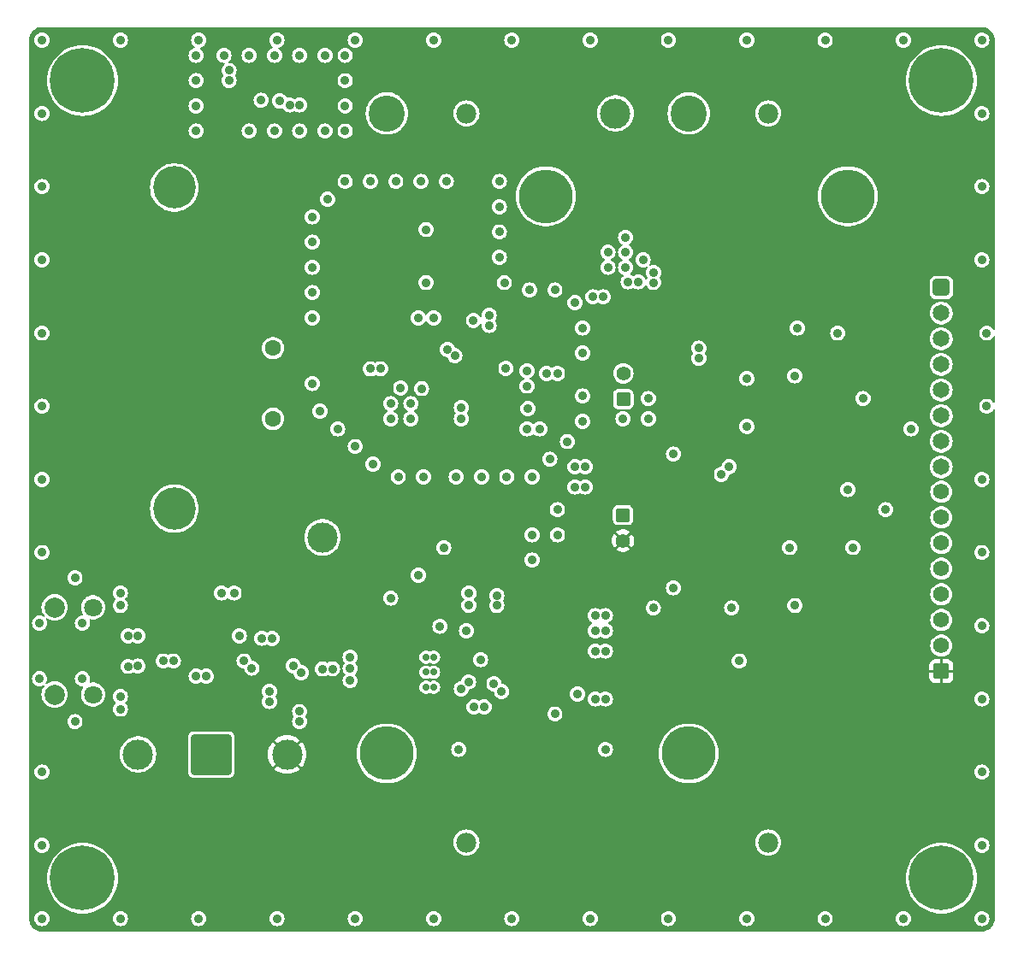
<source format=gbr>
%TF.GenerationSoftware,KiCad,Pcbnew,8.0.8*%
%TF.CreationDate,2025-03-29T17:39:48+01:00*%
%TF.ProjectId,eps,6570732e-6b69-4636-9164-5f7063625858,rev?*%
%TF.SameCoordinates,PX55d4a80PY8044ea0*%
%TF.FileFunction,Copper,L3,Inr*%
%TF.FilePolarity,Positive*%
%FSLAX46Y46*%
G04 Gerber Fmt 4.6, Leading zero omitted, Abs format (unit mm)*
G04 Created by KiCad (PCBNEW 8.0.8) date 2025-03-29 17:39:48*
%MOMM*%
%LPD*%
G01*
G04 APERTURE LIST*
G04 Aperture macros list*
%AMRoundRect*
0 Rectangle with rounded corners*
0 $1 Rounding radius*
0 $2 $3 $4 $5 $6 $7 $8 $9 X,Y pos of 4 corners*
0 Add a 4 corners polygon primitive as box body*
4,1,4,$2,$3,$4,$5,$6,$7,$8,$9,$2,$3,0*
0 Add four circle primitives for the rounded corners*
1,1,$1+$1,$2,$3*
1,1,$1+$1,$4,$5*
1,1,$1+$1,$6,$7*
1,1,$1+$1,$8,$9*
0 Add four rect primitives between the rounded corners*
20,1,$1+$1,$2,$3,$4,$5,0*
20,1,$1+$1,$4,$5,$6,$7,0*
20,1,$1+$1,$6,$7,$8,$9,0*
20,1,$1+$1,$8,$9,$2,$3,0*%
G04 Aperture macros list end*
%TA.AperFunction,ComponentPad*%
%ADD10C,1.800000*%
%TD*%
%TA.AperFunction,ComponentPad*%
%ADD11C,2.010000*%
%TD*%
%TA.AperFunction,ComponentPad*%
%ADD12RoundRect,0.250000X0.537500X-0.537500X0.537500X0.537500X-0.537500X0.537500X-0.537500X-0.537500X0*%
%TD*%
%TA.AperFunction,ComponentPad*%
%ADD13C,1.575000*%
%TD*%
%TA.AperFunction,ComponentPad*%
%ADD14C,3.000000*%
%TD*%
%TA.AperFunction,ComponentPad*%
%ADD15RoundRect,0.250000X-1.750000X-1.750000X1.750000X-1.750000X1.750000X1.750000X-1.750000X1.750000X0*%
%TD*%
%TA.AperFunction,ComponentPad*%
%ADD16C,0.800000*%
%TD*%
%TA.AperFunction,ComponentPad*%
%ADD17C,6.400000*%
%TD*%
%TA.AperFunction,ComponentPad*%
%ADD18RoundRect,0.250000X-0.458000X-0.458000X0.458000X-0.458000X0.458000X0.458000X-0.458000X0.458000X0*%
%TD*%
%TA.AperFunction,ComponentPad*%
%ADD19C,1.416000*%
%TD*%
%TA.AperFunction,ComponentPad*%
%ADD20C,1.600000*%
%TD*%
%TA.AperFunction,ComponentPad*%
%ADD21C,4.200000*%
%TD*%
%TA.AperFunction,ComponentPad*%
%ADD22C,1.980000*%
%TD*%
%TA.AperFunction,ComponentPad*%
%ADD23C,5.325000*%
%TD*%
%TA.AperFunction,ComponentPad*%
%ADD24C,3.585000*%
%TD*%
%TA.AperFunction,ComponentPad*%
%ADD25RoundRect,0.250000X0.458000X0.458000X-0.458000X0.458000X-0.458000X-0.458000X0.458000X-0.458000X0*%
%TD*%
%TA.AperFunction,ComponentPad*%
%ADD26RoundRect,0.250000X-0.575000X0.575000X-0.575000X-0.575000X0.575000X-0.575000X0.575000X0.575000X0*%
%TD*%
%TA.AperFunction,ComponentPad*%
%ADD27C,1.650000*%
%TD*%
%TA.AperFunction,ViaPad*%
%ADD28C,0.900000*%
%TD*%
%TA.AperFunction,ViaPad*%
%ADD29C,0.700000*%
%TD*%
G04 APERTURE END LIST*
D10*
%TO.N,GND*%
%TO.C,J1*%
X6550000Y32320000D03*
X6550000Y23680000D03*
D11*
X2750000Y32320000D03*
X2750000Y23680000D03*
%TD*%
D12*
%TO.N,+3V3*%
%TO.C,J8*%
X90500000Y26000000D03*
D13*
%TO.N,unconnected-(J8-Pad2)*%
X90500000Y28540000D03*
%TO.N,unconnected-(J8-Pad3)*%
X90500000Y31080000D03*
%TO.N,unconnected-(J8-Pad4)*%
X90500000Y33620000D03*
%TO.N,unconnected-(J8-Pad5)*%
X90500000Y36160000D03*
%TO.N,unconnected-(J8-Pad6)*%
X90500000Y38700000D03*
%TO.N,unconnected-(J8-Pad7)*%
X90500000Y41240000D03*
%TO.N,GND*%
X90500000Y43780000D03*
%TD*%
D14*
%TO.N,+3V3*%
%TO.C,TP5*%
X25750000Y17750000D03*
%TD*%
D15*
%TO.N,GND*%
%TO.C,TP1*%
X18250000Y17750000D03*
%TD*%
D16*
%TO.N,GND*%
%TO.C,H4*%
X3100000Y5500000D03*
X3802944Y7197056D03*
X3802944Y3802944D03*
X5500000Y7900000D03*
D17*
X5500000Y5500000D03*
D16*
X5500000Y3100000D03*
X7197056Y7197056D03*
X7197056Y3802944D03*
X7900000Y5500000D03*
%TD*%
D14*
%TO.N,Net-(BAT1-+)*%
%TO.C,TP4*%
X58250000Y81250000D03*
%TD*%
D16*
%TO.N,GND*%
%TO.C,H3*%
X88100000Y5500000D03*
X88802944Y7197056D03*
X88802944Y3802944D03*
X90500000Y7900000D03*
D17*
X90500000Y5500000D03*
D16*
X90500000Y3100000D03*
X92197056Y7197056D03*
X92197056Y3802944D03*
X92900000Y5500000D03*
%TD*%
%TO.N,GND*%
%TO.C,H1*%
X3100000Y84500000D03*
X3802944Y86197056D03*
X3802944Y82802944D03*
X5500000Y86900000D03*
D17*
X5500000Y84500000D03*
D16*
X5500000Y82100000D03*
X7197056Y86197056D03*
X7197056Y82802944D03*
X7900000Y84500000D03*
%TD*%
D14*
%TO.N,Net-(D3-K)*%
%TO.C,TP2*%
X11000000Y17750000D03*
%TD*%
%TO.N,/VBUS*%
%TO.C,TP3*%
X29250000Y39250000D03*
%TD*%
D16*
%TO.N,GND*%
%TO.C,H2*%
X88100000Y84500000D03*
X88802944Y86197056D03*
X88802944Y82802944D03*
X90500000Y86900000D03*
D17*
X90500000Y84500000D03*
D16*
X90500000Y82100000D03*
X92197056Y86197056D03*
X92197056Y82802944D03*
X92900000Y84500000D03*
%TD*%
D18*
%TO.N,/NTC_2_PS*%
%TO.C,NTC2*%
X59000000Y41465000D03*
D19*
%TO.N,+3V3*%
X59000000Y38925000D03*
%TD*%
D20*
%TO.N,Net-(IC2-PMID)*%
%TO.C,S1*%
X24363500Y58000000D03*
%TO.N,Net-(IC3-EN)*%
X24363500Y51000000D03*
D21*
%TO.N,unconnected-(S1-MH1-Pad3)*%
X14586500Y73901000D03*
%TO.N,unconnected-(S1-MH2-Pad4)*%
X14586500Y42099000D03*
%TD*%
D22*
%TO.N,Net-(BAT1-+)*%
%TO.C,BAT1*%
X43500000Y81250000D03*
%TO.N,Net-(BAT1--)*%
X43500000Y9030000D03*
D23*
%TO.N,unconnected-(BAT1-PadMH1)*%
X35630000Y17850000D03*
D24*
%TO.N,unconnected-(BAT1-PadMH2)*%
X35630000Y81250000D03*
D23*
%TO.N,unconnected-(BAT1-PadMH3)*%
X51370000Y73050000D03*
%TD*%
D22*
%TO.N,Net-(BAT1-+)*%
%TO.C,BAT2*%
X73370000Y81250000D03*
%TO.N,Net-(BAT1--)*%
X73370000Y9030000D03*
D23*
%TO.N,unconnected-(BAT2-PadMH1)*%
X65500000Y17850000D03*
D24*
%TO.N,unconnected-(BAT2-PadMH2)*%
X65500000Y81250000D03*
D23*
%TO.N,unconnected-(BAT2-PadMH3)*%
X81240000Y73050000D03*
%TD*%
D25*
%TO.N,GND*%
%TO.C,NTC1*%
X59025000Y52960000D03*
D19*
%TO.N,Net-(IC2-TS)*%
X59025000Y55500000D03*
%TD*%
D26*
%TO.N,/ADC_VBUS_PS*%
%TO.C,J7*%
X90500000Y64000000D03*
D27*
%TO.N,/FLT{slash}_PS*%
X90500000Y61460000D03*
%TO.N,/USB_SDA_PS*%
X90500000Y58920000D03*
%TO.N,/USB_SCL_PS*%
X90500000Y56380000D03*
%TO.N,/INT_N_PS*%
X90500000Y53840000D03*
%TO.N,/BYPASS_CC1_PS*%
X90500000Y51300000D03*
%TO.N,/BYPASS_CC2_PS*%
X90500000Y48760000D03*
%TO.N,/NTC_2_PS*%
X90500000Y46220000D03*
%TD*%
D28*
%TO.N,Net-(BAT1--)*%
X66500000Y57000000D03*
X66500000Y58000000D03*
%TO.N,GND*%
X20000000Y85500000D03*
X39050000Y54000000D03*
X29500000Y87000000D03*
X16750000Y87000000D03*
X45750000Y61250000D03*
X94500000Y66750000D03*
X47412500Y56000000D03*
X55750000Y1500000D03*
X40890000Y30452500D03*
X1250000Y25250000D03*
X79000000Y1500000D03*
X14500000Y27000000D03*
X37000000Y54050000D03*
X28250000Y71000000D03*
X1500000Y45000000D03*
X44200000Y60750000D03*
X81250000Y44000000D03*
X27000000Y79500000D03*
X85000000Y42000000D03*
X36000000Y51000000D03*
X94500000Y74000000D03*
X40250000Y61000000D03*
X26000000Y82100000D03*
X42750000Y18250000D03*
X79000000Y88500000D03*
X95000000Y52250000D03*
X25000000Y82500000D03*
X19500000Y87000000D03*
X27000000Y87000000D03*
X76250000Y60000000D03*
X1500000Y1500000D03*
X5500000Y30750000D03*
X59250000Y66000000D03*
X32500000Y1500000D03*
X34250000Y46500000D03*
X48000000Y88500000D03*
X23252982Y29258947D03*
X71250000Y1500000D03*
X50750000Y50000000D03*
X28250000Y68500000D03*
X32500000Y88500000D03*
X95000000Y59500000D03*
X23187000Y82550000D03*
X29000000Y51750000D03*
X76000000Y32500000D03*
X22000000Y79500000D03*
X16750000Y84500000D03*
X13500000Y27000000D03*
X27000000Y82100000D03*
X59500000Y64575000D03*
X9250000Y32500000D03*
X54250000Y62500000D03*
X38000000Y52500000D03*
X39000000Y74500000D03*
X76000000Y55250000D03*
X40250000Y88500000D03*
X32000000Y26250000D03*
X24750000Y88500000D03*
X52500000Y42000000D03*
X59000000Y51000000D03*
X54500000Y23750000D03*
X34000000Y74500000D03*
X46750000Y69500000D03*
X94500000Y8750000D03*
X82750000Y53000000D03*
X64000000Y47500000D03*
X31500000Y79500000D03*
X36750000Y45250000D03*
X29250000Y26230000D03*
X53500000Y48750000D03*
X94500000Y16000000D03*
X86750000Y88500000D03*
X55750000Y88500000D03*
X46750000Y72000000D03*
X16750000Y79500000D03*
X31500000Y74500000D03*
X94500000Y45000000D03*
X62000000Y32250000D03*
X28250000Y61000000D03*
X27135026Y25853603D03*
X41500000Y74500000D03*
X20000000Y84500000D03*
X1500000Y59500000D03*
X31500000Y82000000D03*
X32000000Y27405000D03*
X40250000Y1500000D03*
X46750000Y74500000D03*
X57500000Y66000000D03*
X39250000Y45250000D03*
X24750000Y1500000D03*
X16750000Y82000000D03*
X43000000Y52100000D03*
X52250000Y21750000D03*
X43500000Y30000000D03*
X94500000Y23250000D03*
X22270000Y26300000D03*
X31500000Y87000000D03*
X59250000Y67500000D03*
X24500000Y79500000D03*
X1500000Y8750000D03*
X43750000Y32510000D03*
X71250000Y88500000D03*
X49500000Y55750000D03*
X57500000Y67500000D03*
X36000000Y52500000D03*
X41625000Y57875000D03*
X94500000Y30500000D03*
X39500000Y64500000D03*
X4750000Y21000000D03*
X30250000Y26230000D03*
X21500000Y27000000D03*
X87500000Y50000000D03*
X70500000Y27000000D03*
X48000000Y1500000D03*
X17000000Y1500000D03*
X57250000Y18250000D03*
X43000000Y24250000D03*
X28250000Y66000000D03*
X5500000Y25250000D03*
X36500000Y74500000D03*
X49500000Y54250000D03*
X61500000Y53000000D03*
X69750000Y32250000D03*
X9250000Y1500000D03*
X24500000Y87000000D03*
X52250000Y63750000D03*
X94500000Y81250000D03*
X9250000Y22250000D03*
X49500000Y50000000D03*
X17000000Y88500000D03*
X55000000Y53250000D03*
X43700000Y24950000D03*
X45750000Y60250000D03*
X46230000Y24750000D03*
X46990000Y23990000D03*
X71250000Y55000000D03*
X1500000Y37750000D03*
X55000000Y50750000D03*
X63500000Y88500000D03*
X50000000Y37000000D03*
X1250000Y30750000D03*
X50000000Y39500000D03*
X38750000Y61000000D03*
X45000000Y45250000D03*
X31500000Y84500000D03*
X29500000Y79500000D03*
X46750000Y67000000D03*
X29750000Y72750000D03*
X42500000Y45250000D03*
X43750000Y33750000D03*
X24000000Y23000000D03*
X21010000Y29500000D03*
X28250000Y63500000D03*
X9250000Y88500000D03*
X1500000Y81250000D03*
X38750000Y35500000D03*
X50000000Y45250000D03*
X55000000Y60000000D03*
X24250000Y29250000D03*
X4750000Y35250000D03*
X44890000Y27140000D03*
X1500000Y74000000D03*
X42347609Y57250000D03*
X94500000Y1500000D03*
X9250000Y33750000D03*
X64000000Y34250000D03*
X1500000Y52250000D03*
X81750000Y38250000D03*
X24000000Y24000000D03*
X61500000Y51000000D03*
X47250000Y64500000D03*
X22000000Y87000000D03*
X39500000Y69750000D03*
X49587500Y52000000D03*
X94500000Y88500000D03*
X86750000Y1500000D03*
X1500000Y88500000D03*
X75500000Y38250000D03*
X32000000Y25055000D03*
X60500000Y64575000D03*
X94500000Y37750000D03*
X59250000Y68980000D03*
X80250000Y59500000D03*
X60990000Y66750000D03*
X43000000Y51000000D03*
X49750000Y63750000D03*
X47500000Y45250000D03*
X41250000Y38250000D03*
X71250000Y50250000D03*
X28250000Y54500000D03*
X55000000Y57500000D03*
X38000000Y51000000D03*
X36000000Y33250000D03*
X51750000Y47000000D03*
X1500000Y16000000D03*
X32500000Y48250000D03*
X63500000Y1500000D03*
X52500000Y39500000D03*
X26376042Y26540068D03*
X1500000Y66750000D03*
X9250000Y23500000D03*
X30750000Y50000000D03*
%TO.N,Net-(IC2-PMID)*%
X35000000Y55950000D03*
X34000000Y55950000D03*
%TO.N,+3V3*%
X29750000Y84000000D03*
D29*
X39250000Y28902500D03*
D28*
X25750000Y23000000D03*
D29*
X38500000Y28902500D03*
D28*
X47750000Y26750000D03*
X28750000Y84000000D03*
X25750000Y22000000D03*
X47750000Y25750000D03*
%TO.N,/USB_CC1*%
X45250000Y22450000D03*
X56250000Y28000000D03*
X44250000Y22450000D03*
X57250000Y28000000D03*
%TO.N,Net-(D3-K)*%
X11000000Y29500000D03*
X10000000Y26480000D03*
X20500000Y33745000D03*
X11000000Y26500000D03*
X19250000Y33745000D03*
X16750000Y25500000D03*
X17750000Y25500000D03*
X10000000Y29500000D03*
%TO.N,Net-(IC1-COUT)*%
X56025000Y63075000D03*
X62010000Y64500000D03*
X57025000Y63075000D03*
X62010000Y65500000D03*
%TO.N,Net-(IC2-TS)*%
X52500000Y55500000D03*
X51412500Y55500000D03*
%TO.N,/FLT{slash}_PS*%
X26990000Y22000000D03*
X54250000Y44250000D03*
X55250000Y44250000D03*
X26990000Y21010000D03*
%TO.N,/USB_SDA_PS*%
X56250000Y23250000D03*
D29*
X40250000Y24402500D03*
X39500000Y24402500D03*
D28*
X57250000Y23250000D03*
%TO.N,/USB_SCL_PS*%
X57250000Y31500000D03*
D29*
X39500000Y25902500D03*
X40250000Y25902500D03*
D28*
X56250000Y31500000D03*
D29*
%TO.N,/INT_N_PS*%
X39500000Y27390000D03*
X40250000Y27390000D03*
D28*
X57250000Y30000000D03*
X56250000Y30000000D03*
%TO.N,/NTC_2_PS*%
X69500000Y46250000D03*
X68750000Y45500000D03*
%TO.N,/ADC_VBUS_PS*%
X46500000Y33500000D03*
X54250000Y46250000D03*
X46500000Y32500000D03*
X55250000Y46250000D03*
%TD*%
%TA.AperFunction,Conductor*%
%TO.N,+3V3*%
G36*
X94502897Y89799272D02*
G01*
X94697487Y89783958D01*
X94708949Y89782142D01*
X94895910Y89737257D01*
X94906938Y89733674D01*
X95070200Y89666049D01*
X95084582Y89660091D01*
X95094928Y89654819D01*
X95258860Y89554362D01*
X95268254Y89547537D01*
X95414456Y89422668D01*
X95422667Y89414457D01*
X95547536Y89268255D01*
X95554361Y89258861D01*
X95654818Y89094929D01*
X95660090Y89084583D01*
X95733670Y88906947D01*
X95737258Y88895903D01*
X95782140Y88708954D01*
X95783957Y88697485D01*
X95799272Y88502898D01*
X95799500Y88497092D01*
X95799500Y59895094D01*
X95777826Y59842768D01*
X95725500Y59821094D01*
X95673174Y59842768D01*
X95662843Y59855723D01*
X95590480Y59970886D01*
X95590478Y59970888D01*
X95590477Y59970890D01*
X95470890Y60090477D01*
X95470887Y60090479D01*
X95470885Y60090481D01*
X95327691Y60180456D01*
X95168067Y60236311D01*
X95168059Y60236313D01*
X95000000Y60255249D01*
X94831940Y60236313D01*
X94831932Y60236311D01*
X94672308Y60180456D01*
X94529114Y60090481D01*
X94409519Y59970886D01*
X94319544Y59827692D01*
X94263689Y59668068D01*
X94263687Y59668060D01*
X94244751Y59500000D01*
X94263687Y59331941D01*
X94263689Y59331933D01*
X94319544Y59172309D01*
X94409519Y59029115D01*
X94409521Y59029113D01*
X94409523Y59029110D01*
X94529110Y58909523D01*
X94529112Y58909522D01*
X94529114Y58909520D01*
X94672308Y58819545D01*
X94672310Y58819544D01*
X94831941Y58763687D01*
X95000000Y58744751D01*
X95168059Y58763687D01*
X95327690Y58819544D01*
X95470890Y58909523D01*
X95590477Y59029110D01*
X95638104Y59104907D01*
X95662843Y59144278D01*
X95709034Y59177052D01*
X95764871Y59167564D01*
X95797645Y59121373D01*
X95799500Y59104907D01*
X95799500Y52645094D01*
X95777826Y52592768D01*
X95725500Y52571094D01*
X95673174Y52592768D01*
X95662843Y52605723D01*
X95590480Y52720886D01*
X95590478Y52720888D01*
X95590477Y52720890D01*
X95470890Y52840477D01*
X95470887Y52840479D01*
X95470885Y52840481D01*
X95327691Y52930456D01*
X95168067Y52986311D01*
X95168059Y52986313D01*
X95000000Y53005249D01*
X94831940Y52986313D01*
X94831932Y52986311D01*
X94672308Y52930456D01*
X94529114Y52840481D01*
X94409519Y52720886D01*
X94319544Y52577692D01*
X94263689Y52418068D01*
X94263687Y52418060D01*
X94244751Y52250000D01*
X94263687Y52081941D01*
X94263689Y52081933D01*
X94319544Y51922309D01*
X94409519Y51779115D01*
X94409521Y51779113D01*
X94409523Y51779110D01*
X94529110Y51659523D01*
X94529112Y51659522D01*
X94529114Y51659520D01*
X94638989Y51590481D01*
X94672310Y51569544D01*
X94831941Y51513687D01*
X95000000Y51494751D01*
X95168059Y51513687D01*
X95327690Y51569544D01*
X95470890Y51659523D01*
X95590477Y51779110D01*
X95638104Y51854907D01*
X95662843Y51894278D01*
X95709034Y51927052D01*
X95764871Y51917564D01*
X95797645Y51871373D01*
X95799500Y51854907D01*
X95799500Y1502909D01*
X95799272Y1497103D01*
X95783957Y1302516D01*
X95782140Y1291047D01*
X95737258Y1104098D01*
X95733670Y1093054D01*
X95660090Y915418D01*
X95654818Y905072D01*
X95554361Y741140D01*
X95547536Y731746D01*
X95422667Y585544D01*
X95414456Y577333D01*
X95268254Y452464D01*
X95258860Y445639D01*
X95094928Y345182D01*
X95084582Y339910D01*
X94906946Y266330D01*
X94895902Y262742D01*
X94708953Y217860D01*
X94697484Y216043D01*
X94502897Y200728D01*
X94497091Y200500D01*
X1502909Y200500D01*
X1497103Y200728D01*
X1302515Y216043D01*
X1291046Y217860D01*
X1104097Y262742D01*
X1093053Y266330D01*
X915417Y339910D01*
X905071Y345182D01*
X741139Y445639D01*
X731745Y452464D01*
X585543Y577333D01*
X577332Y585544D01*
X452463Y731746D01*
X445638Y741140D01*
X431819Y763690D01*
X345181Y905072D01*
X339909Y915418D01*
X292814Y1029115D01*
X266326Y1093062D01*
X262743Y1104090D01*
X217858Y1291051D01*
X216042Y1302516D01*
X213726Y1331941D01*
X200728Y1497103D01*
X200614Y1500000D01*
X744751Y1500000D01*
X763687Y1331941D01*
X763689Y1331933D01*
X819544Y1172309D01*
X909519Y1029115D01*
X909521Y1029113D01*
X909523Y1029110D01*
X1029110Y909523D01*
X1029112Y909522D01*
X1029114Y909520D01*
X1172308Y819545D01*
X1172310Y819544D01*
X1331941Y763687D01*
X1500000Y744751D01*
X1668059Y763687D01*
X1827690Y819544D01*
X1970890Y909523D01*
X2090477Y1029110D01*
X2180456Y1172310D01*
X2236313Y1331941D01*
X2255249Y1500000D01*
X8494751Y1500000D01*
X8513687Y1331941D01*
X8513689Y1331933D01*
X8569544Y1172309D01*
X8659519Y1029115D01*
X8659521Y1029113D01*
X8659523Y1029110D01*
X8779110Y909523D01*
X8779112Y909522D01*
X8779114Y909520D01*
X8922308Y819545D01*
X8922310Y819544D01*
X9081941Y763687D01*
X9250000Y744751D01*
X9418059Y763687D01*
X9577690Y819544D01*
X9720890Y909523D01*
X9840477Y1029110D01*
X9930456Y1172310D01*
X9986313Y1331941D01*
X10005249Y1500000D01*
X16244751Y1500000D01*
X16263687Y1331941D01*
X16263689Y1331933D01*
X16319544Y1172309D01*
X16409519Y1029115D01*
X16409521Y1029113D01*
X16409523Y1029110D01*
X16529110Y909523D01*
X16529112Y909522D01*
X16529114Y909520D01*
X16672308Y819545D01*
X16672310Y819544D01*
X16831941Y763687D01*
X17000000Y744751D01*
X17168059Y763687D01*
X17327690Y819544D01*
X17470890Y909523D01*
X17590477Y1029110D01*
X17680456Y1172310D01*
X17736313Y1331941D01*
X17755249Y1500000D01*
X23994751Y1500000D01*
X24013687Y1331941D01*
X24013689Y1331933D01*
X24069544Y1172309D01*
X24159519Y1029115D01*
X24159521Y1029113D01*
X24159523Y1029110D01*
X24279110Y909523D01*
X24279112Y909522D01*
X24279114Y909520D01*
X24422308Y819545D01*
X24422310Y819544D01*
X24581941Y763687D01*
X24750000Y744751D01*
X24918059Y763687D01*
X25077690Y819544D01*
X25220890Y909523D01*
X25340477Y1029110D01*
X25430456Y1172310D01*
X25486313Y1331941D01*
X25505249Y1500000D01*
X31744751Y1500000D01*
X31763687Y1331941D01*
X31763689Y1331933D01*
X31819544Y1172309D01*
X31909519Y1029115D01*
X31909521Y1029113D01*
X31909523Y1029110D01*
X32029110Y909523D01*
X32029112Y909522D01*
X32029114Y909520D01*
X32172308Y819545D01*
X32172310Y819544D01*
X32331941Y763687D01*
X32500000Y744751D01*
X32668059Y763687D01*
X32827690Y819544D01*
X32970890Y909523D01*
X33090477Y1029110D01*
X33180456Y1172310D01*
X33236313Y1331941D01*
X33255249Y1500000D01*
X39494751Y1500000D01*
X39513687Y1331941D01*
X39513689Y1331933D01*
X39569544Y1172309D01*
X39659519Y1029115D01*
X39659521Y1029113D01*
X39659523Y1029110D01*
X39779110Y909523D01*
X39779112Y909522D01*
X39779114Y909520D01*
X39922308Y819545D01*
X39922310Y819544D01*
X40081941Y763687D01*
X40250000Y744751D01*
X40418059Y763687D01*
X40577690Y819544D01*
X40720890Y909523D01*
X40840477Y1029110D01*
X40930456Y1172310D01*
X40986313Y1331941D01*
X41005249Y1500000D01*
X47244751Y1500000D01*
X47263687Y1331941D01*
X47263689Y1331933D01*
X47319544Y1172309D01*
X47409519Y1029115D01*
X47409521Y1029113D01*
X47409523Y1029110D01*
X47529110Y909523D01*
X47529112Y909522D01*
X47529114Y909520D01*
X47672308Y819545D01*
X47672310Y819544D01*
X47831941Y763687D01*
X48000000Y744751D01*
X48168059Y763687D01*
X48327690Y819544D01*
X48470890Y909523D01*
X48590477Y1029110D01*
X48680456Y1172310D01*
X48736313Y1331941D01*
X48755249Y1500000D01*
X54994751Y1500000D01*
X55013687Y1331941D01*
X55013689Y1331933D01*
X55069544Y1172309D01*
X55159519Y1029115D01*
X55159521Y1029113D01*
X55159523Y1029110D01*
X55279110Y909523D01*
X55279112Y909522D01*
X55279114Y909520D01*
X55422308Y819545D01*
X55422310Y819544D01*
X55581941Y763687D01*
X55750000Y744751D01*
X55918059Y763687D01*
X56077690Y819544D01*
X56220890Y909523D01*
X56340477Y1029110D01*
X56430456Y1172310D01*
X56486313Y1331941D01*
X56505249Y1500000D01*
X62744751Y1500000D01*
X62763687Y1331941D01*
X62763689Y1331933D01*
X62819544Y1172309D01*
X62909519Y1029115D01*
X62909521Y1029113D01*
X62909523Y1029110D01*
X63029110Y909523D01*
X63029112Y909522D01*
X63029114Y909520D01*
X63172308Y819545D01*
X63172310Y819544D01*
X63331941Y763687D01*
X63500000Y744751D01*
X63668059Y763687D01*
X63827690Y819544D01*
X63970890Y909523D01*
X64090477Y1029110D01*
X64180456Y1172310D01*
X64236313Y1331941D01*
X64255249Y1500000D01*
X70494751Y1500000D01*
X70513687Y1331941D01*
X70513689Y1331933D01*
X70569544Y1172309D01*
X70659519Y1029115D01*
X70659521Y1029113D01*
X70659523Y1029110D01*
X70779110Y909523D01*
X70779112Y909522D01*
X70779114Y909520D01*
X70922308Y819545D01*
X70922310Y819544D01*
X71081941Y763687D01*
X71250000Y744751D01*
X71418059Y763687D01*
X71577690Y819544D01*
X71720890Y909523D01*
X71840477Y1029110D01*
X71930456Y1172310D01*
X71986313Y1331941D01*
X72005249Y1500000D01*
X78244751Y1500000D01*
X78263687Y1331941D01*
X78263689Y1331933D01*
X78319544Y1172309D01*
X78409519Y1029115D01*
X78409521Y1029113D01*
X78409523Y1029110D01*
X78529110Y909523D01*
X78529112Y909522D01*
X78529114Y909520D01*
X78672308Y819545D01*
X78672310Y819544D01*
X78831941Y763687D01*
X79000000Y744751D01*
X79168059Y763687D01*
X79327690Y819544D01*
X79470890Y909523D01*
X79590477Y1029110D01*
X79680456Y1172310D01*
X79736313Y1331941D01*
X79755249Y1500000D01*
X85994751Y1500000D01*
X86013687Y1331941D01*
X86013689Y1331933D01*
X86069544Y1172309D01*
X86159519Y1029115D01*
X86159521Y1029113D01*
X86159523Y1029110D01*
X86279110Y909523D01*
X86279112Y909522D01*
X86279114Y909520D01*
X86422308Y819545D01*
X86422310Y819544D01*
X86581941Y763687D01*
X86750000Y744751D01*
X86918059Y763687D01*
X87077690Y819544D01*
X87220890Y909523D01*
X87340477Y1029110D01*
X87430456Y1172310D01*
X87486313Y1331941D01*
X87505249Y1500000D01*
X93744751Y1500000D01*
X93763687Y1331941D01*
X93763689Y1331933D01*
X93819544Y1172309D01*
X93909519Y1029115D01*
X93909521Y1029113D01*
X93909523Y1029110D01*
X94029110Y909523D01*
X94029112Y909522D01*
X94029114Y909520D01*
X94172308Y819545D01*
X94172310Y819544D01*
X94331941Y763687D01*
X94500000Y744751D01*
X94668059Y763687D01*
X94827690Y819544D01*
X94970890Y909523D01*
X95090477Y1029110D01*
X95180456Y1172310D01*
X95236313Y1331941D01*
X95255249Y1500000D01*
X95236313Y1668059D01*
X95180456Y1827690D01*
X95090477Y1970890D01*
X94970890Y2090477D01*
X94970887Y2090479D01*
X94970885Y2090481D01*
X94827691Y2180456D01*
X94668067Y2236311D01*
X94668059Y2236313D01*
X94500000Y2255249D01*
X94331940Y2236313D01*
X94331932Y2236311D01*
X94172308Y2180456D01*
X94029114Y2090481D01*
X93909519Y1970886D01*
X93819544Y1827692D01*
X93763689Y1668068D01*
X93763687Y1668060D01*
X93744751Y1500000D01*
X87505249Y1500000D01*
X87486313Y1668059D01*
X87430456Y1827690D01*
X87340477Y1970890D01*
X87220890Y2090477D01*
X87220887Y2090479D01*
X87220885Y2090481D01*
X87077691Y2180456D01*
X86918067Y2236311D01*
X86918059Y2236313D01*
X86750000Y2255249D01*
X86581940Y2236313D01*
X86581932Y2236311D01*
X86422308Y2180456D01*
X86279114Y2090481D01*
X86159519Y1970886D01*
X86069544Y1827692D01*
X86013689Y1668068D01*
X86013687Y1668060D01*
X85994751Y1500000D01*
X79755249Y1500000D01*
X79736313Y1668059D01*
X79680456Y1827690D01*
X79590477Y1970890D01*
X79470890Y2090477D01*
X79470887Y2090479D01*
X79470885Y2090481D01*
X79327691Y2180456D01*
X79168067Y2236311D01*
X79168059Y2236313D01*
X79000000Y2255249D01*
X78831940Y2236313D01*
X78831932Y2236311D01*
X78672308Y2180456D01*
X78529114Y2090481D01*
X78409519Y1970886D01*
X78319544Y1827692D01*
X78263689Y1668068D01*
X78263687Y1668060D01*
X78244751Y1500000D01*
X72005249Y1500000D01*
X71986313Y1668059D01*
X71930456Y1827690D01*
X71840477Y1970890D01*
X71720890Y2090477D01*
X71720887Y2090479D01*
X71720885Y2090481D01*
X71577691Y2180456D01*
X71418067Y2236311D01*
X71418059Y2236313D01*
X71250000Y2255249D01*
X71081940Y2236313D01*
X71081932Y2236311D01*
X70922308Y2180456D01*
X70779114Y2090481D01*
X70659519Y1970886D01*
X70569544Y1827692D01*
X70513689Y1668068D01*
X70513687Y1668060D01*
X70494751Y1500000D01*
X64255249Y1500000D01*
X64236313Y1668059D01*
X64180456Y1827690D01*
X64090477Y1970890D01*
X63970890Y2090477D01*
X63970887Y2090479D01*
X63970885Y2090481D01*
X63827691Y2180456D01*
X63668067Y2236311D01*
X63668059Y2236313D01*
X63500000Y2255249D01*
X63331940Y2236313D01*
X63331932Y2236311D01*
X63172308Y2180456D01*
X63029114Y2090481D01*
X62909519Y1970886D01*
X62819544Y1827692D01*
X62763689Y1668068D01*
X62763687Y1668060D01*
X62744751Y1500000D01*
X56505249Y1500000D01*
X56486313Y1668059D01*
X56430456Y1827690D01*
X56340477Y1970890D01*
X56220890Y2090477D01*
X56220887Y2090479D01*
X56220885Y2090481D01*
X56077691Y2180456D01*
X55918067Y2236311D01*
X55918059Y2236313D01*
X55750000Y2255249D01*
X55581940Y2236313D01*
X55581932Y2236311D01*
X55422308Y2180456D01*
X55279114Y2090481D01*
X55159519Y1970886D01*
X55069544Y1827692D01*
X55013689Y1668068D01*
X55013687Y1668060D01*
X54994751Y1500000D01*
X48755249Y1500000D01*
X48736313Y1668059D01*
X48680456Y1827690D01*
X48590477Y1970890D01*
X48470890Y2090477D01*
X48470887Y2090479D01*
X48470885Y2090481D01*
X48327691Y2180456D01*
X48168067Y2236311D01*
X48168059Y2236313D01*
X48000000Y2255249D01*
X47831940Y2236313D01*
X47831932Y2236311D01*
X47672308Y2180456D01*
X47529114Y2090481D01*
X47409519Y1970886D01*
X47319544Y1827692D01*
X47263689Y1668068D01*
X47263687Y1668060D01*
X47244751Y1500000D01*
X41005249Y1500000D01*
X40986313Y1668059D01*
X40930456Y1827690D01*
X40840477Y1970890D01*
X40720890Y2090477D01*
X40720887Y2090479D01*
X40720885Y2090481D01*
X40577691Y2180456D01*
X40418067Y2236311D01*
X40418059Y2236313D01*
X40250000Y2255249D01*
X40081940Y2236313D01*
X40081932Y2236311D01*
X39922308Y2180456D01*
X39779114Y2090481D01*
X39659519Y1970886D01*
X39569544Y1827692D01*
X39513689Y1668068D01*
X39513687Y1668060D01*
X39494751Y1500000D01*
X33255249Y1500000D01*
X33236313Y1668059D01*
X33180456Y1827690D01*
X33090477Y1970890D01*
X32970890Y2090477D01*
X32970887Y2090479D01*
X32970885Y2090481D01*
X32827691Y2180456D01*
X32668067Y2236311D01*
X32668059Y2236313D01*
X32500000Y2255249D01*
X32331940Y2236313D01*
X32331932Y2236311D01*
X32172308Y2180456D01*
X32029114Y2090481D01*
X31909519Y1970886D01*
X31819544Y1827692D01*
X31763689Y1668068D01*
X31763687Y1668060D01*
X31744751Y1500000D01*
X25505249Y1500000D01*
X25486313Y1668059D01*
X25430456Y1827690D01*
X25340477Y1970890D01*
X25220890Y2090477D01*
X25220887Y2090479D01*
X25220885Y2090481D01*
X25077691Y2180456D01*
X24918067Y2236311D01*
X24918059Y2236313D01*
X24750000Y2255249D01*
X24581940Y2236313D01*
X24581932Y2236311D01*
X24422308Y2180456D01*
X24279114Y2090481D01*
X24159519Y1970886D01*
X24069544Y1827692D01*
X24013689Y1668068D01*
X24013687Y1668060D01*
X23994751Y1500000D01*
X17755249Y1500000D01*
X17736313Y1668059D01*
X17680456Y1827690D01*
X17590477Y1970890D01*
X17470890Y2090477D01*
X17470887Y2090479D01*
X17470885Y2090481D01*
X17327691Y2180456D01*
X17168067Y2236311D01*
X17168059Y2236313D01*
X17000000Y2255249D01*
X16831940Y2236313D01*
X16831932Y2236311D01*
X16672308Y2180456D01*
X16529114Y2090481D01*
X16409519Y1970886D01*
X16319544Y1827692D01*
X16263689Y1668068D01*
X16263687Y1668060D01*
X16244751Y1500000D01*
X10005249Y1500000D01*
X9986313Y1668059D01*
X9930456Y1827690D01*
X9840477Y1970890D01*
X9720890Y2090477D01*
X9720887Y2090479D01*
X9720885Y2090481D01*
X9577691Y2180456D01*
X9418067Y2236311D01*
X9418059Y2236313D01*
X9250000Y2255249D01*
X9081940Y2236313D01*
X9081932Y2236311D01*
X8922308Y2180456D01*
X8779114Y2090481D01*
X8659519Y1970886D01*
X8569544Y1827692D01*
X8513689Y1668068D01*
X8513687Y1668060D01*
X8494751Y1500000D01*
X2255249Y1500000D01*
X2236313Y1668059D01*
X2180456Y1827690D01*
X2090477Y1970890D01*
X1970890Y2090477D01*
X1970887Y2090479D01*
X1970885Y2090481D01*
X1827691Y2180456D01*
X1668067Y2236311D01*
X1668059Y2236313D01*
X1500000Y2255249D01*
X1331940Y2236313D01*
X1331932Y2236311D01*
X1172308Y2180456D01*
X1029114Y2090481D01*
X909519Y1970886D01*
X819544Y1827692D01*
X763689Y1668068D01*
X763687Y1668060D01*
X744751Y1500000D01*
X200614Y1500000D01*
X200500Y1502909D01*
X200500Y5500000D01*
X1994696Y5500000D01*
X2013898Y5133593D01*
X2013898Y5133592D01*
X2071295Y4771204D01*
X2166255Y4416808D01*
X2297743Y4074268D01*
X2297747Y4074258D01*
X2464312Y3747357D01*
X2464318Y3747348D01*
X2664149Y3439634D01*
X2895051Y3154494D01*
X3154494Y2895051D01*
X3439634Y2664149D01*
X3747348Y2464318D01*
X3747356Y2464313D01*
X4074257Y2297748D01*
X4074262Y2297746D01*
X4074264Y2297745D01*
X4416801Y2166258D01*
X4416803Y2166258D01*
X4416807Y2166256D01*
X4653071Y2102950D01*
X4771206Y2071295D01*
X5133596Y2013898D01*
X5500000Y1994696D01*
X5866404Y2013898D01*
X6228794Y2071295D01*
X6583199Y2166258D01*
X6925736Y2297745D01*
X6925742Y2297748D01*
X7252643Y2464313D01*
X7252645Y2464315D01*
X7252652Y2464318D01*
X7560366Y2664149D01*
X7845506Y2895051D01*
X8104949Y3154494D01*
X8335851Y3439634D01*
X8535682Y3747348D01*
X8702255Y4074264D01*
X8833742Y4416801D01*
X8928705Y4771206D01*
X8986102Y5133596D01*
X9005304Y5500000D01*
X86994696Y5500000D01*
X87013898Y5133593D01*
X87013898Y5133592D01*
X87071295Y4771204D01*
X87166255Y4416808D01*
X87297743Y4074268D01*
X87297747Y4074258D01*
X87464312Y3747357D01*
X87464318Y3747348D01*
X87664149Y3439634D01*
X87895051Y3154494D01*
X88154494Y2895051D01*
X88439634Y2664149D01*
X88747348Y2464318D01*
X88747356Y2464313D01*
X89074257Y2297748D01*
X89074262Y2297746D01*
X89074264Y2297745D01*
X89416801Y2166258D01*
X89416803Y2166258D01*
X89416807Y2166256D01*
X89653071Y2102950D01*
X89771206Y2071295D01*
X90133596Y2013898D01*
X90500000Y1994696D01*
X90866404Y2013898D01*
X91228794Y2071295D01*
X91583199Y2166258D01*
X91925736Y2297745D01*
X91925742Y2297748D01*
X92252643Y2464313D01*
X92252645Y2464315D01*
X92252652Y2464318D01*
X92560366Y2664149D01*
X92845506Y2895051D01*
X93104949Y3154494D01*
X93335851Y3439634D01*
X93535682Y3747348D01*
X93702255Y4074264D01*
X93833742Y4416801D01*
X93928705Y4771206D01*
X93986102Y5133596D01*
X94005304Y5500000D01*
X93986102Y5866404D01*
X93928705Y6228794D01*
X93833742Y6583199D01*
X93702255Y6925736D01*
X93702254Y6925738D01*
X93702252Y6925743D01*
X93535687Y7252644D01*
X93535682Y7252652D01*
X93335851Y7560366D01*
X93104949Y7845506D01*
X92845506Y8104949D01*
X92560366Y8335851D01*
X92252652Y8535682D01*
X92252653Y8535682D01*
X92252643Y8535688D01*
X91925742Y8702253D01*
X91925732Y8702257D01*
X91801356Y8750000D01*
X93744751Y8750000D01*
X93763687Y8581941D01*
X93763689Y8581933D01*
X93819544Y8422309D01*
X93909519Y8279115D01*
X93909521Y8279113D01*
X93909523Y8279110D01*
X94029110Y8159523D01*
X94029112Y8159522D01*
X94029114Y8159520D01*
X94172308Y8069545D01*
X94172310Y8069544D01*
X94331941Y8013687D01*
X94500000Y7994751D01*
X94668059Y8013687D01*
X94827690Y8069544D01*
X94970890Y8159523D01*
X95090477Y8279110D01*
X95180456Y8422310D01*
X95236313Y8581941D01*
X95255249Y8750000D01*
X95236313Y8918059D01*
X95180456Y9077690D01*
X95090477Y9220890D01*
X94970890Y9340477D01*
X94970887Y9340479D01*
X94970885Y9340481D01*
X94827691Y9430456D01*
X94668067Y9486311D01*
X94668059Y9486313D01*
X94500000Y9505249D01*
X94331940Y9486313D01*
X94331932Y9486311D01*
X94172308Y9430456D01*
X94029114Y9340481D01*
X93909519Y9220886D01*
X93819544Y9077692D01*
X93763689Y8918068D01*
X93763687Y8918060D01*
X93744751Y8750000D01*
X91801356Y8750000D01*
X91583192Y8833745D01*
X91228796Y8928705D01*
X90866408Y8986102D01*
X90500000Y9005304D01*
X90133592Y8986102D01*
X90133591Y8986102D01*
X89771203Y8928705D01*
X89416807Y8833745D01*
X89074267Y8702257D01*
X89074257Y8702253D01*
X88747356Y8535688D01*
X88439632Y8335850D01*
X88154491Y8104947D01*
X87895053Y7845509D01*
X87664150Y7560368D01*
X87464312Y7252644D01*
X87297747Y6925743D01*
X87297743Y6925733D01*
X87166255Y6583193D01*
X87071295Y6228797D01*
X87013898Y5866409D01*
X87013898Y5866408D01*
X86994696Y5500000D01*
X9005304Y5500000D01*
X8986102Y5866404D01*
X8928705Y6228794D01*
X8833742Y6583199D01*
X8702255Y6925736D01*
X8702254Y6925738D01*
X8702252Y6925743D01*
X8535687Y7252644D01*
X8535682Y7252652D01*
X8335851Y7560366D01*
X8104949Y7845506D01*
X7845506Y8104949D01*
X7560366Y8335851D01*
X7252652Y8535682D01*
X7252653Y8535682D01*
X7252643Y8535688D01*
X6925742Y8702253D01*
X6925732Y8702257D01*
X6583192Y8833745D01*
X6228796Y8928705D01*
X5866408Y8986102D01*
X5500000Y9005304D01*
X5133592Y8986102D01*
X5133591Y8986102D01*
X4771203Y8928705D01*
X4416807Y8833745D01*
X4074267Y8702257D01*
X4074257Y8702253D01*
X3747356Y8535688D01*
X3439632Y8335850D01*
X3154491Y8104947D01*
X2895053Y7845509D01*
X2664150Y7560368D01*
X2464312Y7252644D01*
X2297747Y6925743D01*
X2297743Y6925733D01*
X2166255Y6583193D01*
X2071295Y6228797D01*
X2013898Y5866409D01*
X2013898Y5866408D01*
X1994696Y5500000D01*
X200500Y5500000D01*
X200500Y8750000D01*
X744751Y8750000D01*
X763687Y8581941D01*
X763689Y8581933D01*
X819544Y8422309D01*
X909519Y8279115D01*
X909521Y8279113D01*
X909523Y8279110D01*
X1029110Y8159523D01*
X1029112Y8159522D01*
X1029114Y8159520D01*
X1172308Y8069545D01*
X1172310Y8069544D01*
X1331941Y8013687D01*
X1500000Y7994751D01*
X1668059Y8013687D01*
X1827690Y8069544D01*
X1970890Y8159523D01*
X2090477Y8279110D01*
X2180456Y8422310D01*
X2236313Y8581941D01*
X2255249Y8750000D01*
X2236313Y8918059D01*
X2197141Y9030006D01*
X42204570Y9030006D01*
X42204570Y9029995D01*
X42224249Y8805054D01*
X42224250Y8805048D01*
X42282692Y8586941D01*
X42282694Y8586937D01*
X42378125Y8382285D01*
X42507643Y8197314D01*
X42667314Y8037643D01*
X42852285Y7908125D01*
X43056937Y7812694D01*
X43056939Y7812694D01*
X43056940Y7812693D01*
X43275047Y7754251D01*
X43275051Y7754250D01*
X43339322Y7748628D01*
X43499995Y7734570D01*
X43500000Y7734570D01*
X43500005Y7734570D01*
X43640593Y7746870D01*
X43724949Y7754250D01*
X43943063Y7812694D01*
X44147715Y7908125D01*
X44332686Y8037643D01*
X44492357Y8197314D01*
X44621875Y8382285D01*
X44717306Y8586937D01*
X44775750Y8805051D01*
X44785637Y8918060D01*
X44795430Y9029995D01*
X44795430Y9030006D01*
X72074570Y9030006D01*
X72074570Y9029995D01*
X72094249Y8805054D01*
X72094250Y8805048D01*
X72152692Y8586941D01*
X72152694Y8586937D01*
X72248125Y8382285D01*
X72377643Y8197314D01*
X72537314Y8037643D01*
X72722285Y7908125D01*
X72926937Y7812694D01*
X72926939Y7812694D01*
X72926940Y7812693D01*
X73145047Y7754251D01*
X73145051Y7754250D01*
X73209322Y7748628D01*
X73369995Y7734570D01*
X73370000Y7734570D01*
X73370005Y7734570D01*
X73510593Y7746870D01*
X73594949Y7754250D01*
X73813063Y7812694D01*
X74017715Y7908125D01*
X74202686Y8037643D01*
X74362357Y8197314D01*
X74491875Y8382285D01*
X74587306Y8586937D01*
X74645750Y8805051D01*
X74655637Y8918060D01*
X74665430Y9029995D01*
X74665430Y9030006D01*
X74645750Y9254947D01*
X74645749Y9254953D01*
X74587307Y9473060D01*
X74572297Y9505249D01*
X74491875Y9677715D01*
X74362357Y9862686D01*
X74202686Y10022357D01*
X74017715Y10151875D01*
X73813063Y10247306D01*
X73813059Y10247308D01*
X73594952Y10305750D01*
X73594946Y10305751D01*
X73370005Y10325430D01*
X73369995Y10325430D01*
X73145053Y10305751D01*
X73145047Y10305750D01*
X72926940Y10247308D01*
X72818535Y10196758D01*
X72722285Y10151875D01*
X72722284Y10151874D01*
X72537313Y10022357D01*
X72377643Y9862687D01*
X72286954Y9733169D01*
X72248125Y9677715D01*
X72203242Y9581465D01*
X72152692Y9473060D01*
X72094250Y9254953D01*
X72094249Y9254947D01*
X72074570Y9030006D01*
X44795430Y9030006D01*
X44775750Y9254947D01*
X44775749Y9254953D01*
X44717307Y9473060D01*
X44702297Y9505249D01*
X44621875Y9677715D01*
X44492357Y9862686D01*
X44332686Y10022357D01*
X44147715Y10151875D01*
X43943063Y10247306D01*
X43943059Y10247308D01*
X43724952Y10305750D01*
X43724946Y10305751D01*
X43500005Y10325430D01*
X43499995Y10325430D01*
X43275053Y10305751D01*
X43275047Y10305750D01*
X43056940Y10247308D01*
X42948535Y10196758D01*
X42852285Y10151875D01*
X42852284Y10151874D01*
X42667313Y10022357D01*
X42507643Y9862687D01*
X42416954Y9733169D01*
X42378125Y9677715D01*
X42333242Y9581465D01*
X42282692Y9473060D01*
X42224250Y9254953D01*
X42224249Y9254947D01*
X42204570Y9030006D01*
X2197141Y9030006D01*
X2180456Y9077690D01*
X2090477Y9220890D01*
X1970890Y9340477D01*
X1970887Y9340479D01*
X1970885Y9340481D01*
X1827691Y9430456D01*
X1668067Y9486311D01*
X1668059Y9486313D01*
X1500000Y9505249D01*
X1331940Y9486313D01*
X1331932Y9486311D01*
X1172308Y9430456D01*
X1029114Y9340481D01*
X909519Y9220886D01*
X819544Y9077692D01*
X763689Y8918068D01*
X763687Y8918060D01*
X744751Y8750000D01*
X200500Y8750000D01*
X200500Y16000000D01*
X744751Y16000000D01*
X763687Y15831941D01*
X763689Y15831933D01*
X819544Y15672309D01*
X909519Y15529115D01*
X909521Y15529113D01*
X909523Y15529110D01*
X1029110Y15409523D01*
X1029112Y15409522D01*
X1029114Y15409520D01*
X1172308Y15319545D01*
X1172310Y15319544D01*
X1331941Y15263687D01*
X1500000Y15244751D01*
X1668059Y15263687D01*
X1827690Y15319544D01*
X1970890Y15409523D01*
X2090477Y15529110D01*
X2180456Y15672310D01*
X2236313Y15831941D01*
X2255249Y16000000D01*
X2236313Y16168059D01*
X2180456Y16327690D01*
X2180455Y16327692D01*
X2090480Y16470886D01*
X2090478Y16470888D01*
X2090477Y16470890D01*
X1970890Y16590477D01*
X1970887Y16590479D01*
X1970885Y16590481D01*
X1827691Y16680456D01*
X1668067Y16736311D01*
X1668059Y16736313D01*
X1500000Y16755249D01*
X1331940Y16736313D01*
X1331932Y16736311D01*
X1172308Y16680456D01*
X1029114Y16590481D01*
X909519Y16470886D01*
X819544Y16327692D01*
X763689Y16168068D01*
X763687Y16168060D01*
X744751Y16000000D01*
X200500Y16000000D01*
X200500Y17750002D01*
X9194451Y17750002D01*
X9194451Y17749999D01*
X9214617Y17480897D01*
X9274664Y17217810D01*
X9373256Y16966604D01*
X9508181Y16732904D01*
X9508188Y16732893D01*
X9676431Y16521924D01*
X9676438Y16521916D01*
X9676439Y16521915D01*
X9874259Y16338365D01*
X10097226Y16186349D01*
X10340359Y16069262D01*
X10469293Y16029491D01*
X10598220Y15989722D01*
X10598222Y15989722D01*
X10598228Y15989720D01*
X10865071Y15949500D01*
X10865076Y15949500D01*
X11134924Y15949500D01*
X11134929Y15949500D01*
X11183998Y15956896D01*
X15949499Y15956896D01*
X15960123Y15868437D01*
X16015638Y15727659D01*
X16057612Y15672309D01*
X16107078Y15607078D01*
X16227658Y15515639D01*
X16368436Y15460123D01*
X16439764Y15451558D01*
X16456896Y15449500D01*
X16456898Y15449500D01*
X20043104Y15449500D01*
X20058722Y15451376D01*
X20131564Y15460123D01*
X20272342Y15515639D01*
X20392922Y15607078D01*
X20484361Y15727658D01*
X20539877Y15868436D01*
X20550500Y15956898D01*
X20550500Y17750007D01*
X23845147Y17750007D01*
X23845147Y17749994D01*
X23864535Y17478914D01*
X23922306Y17213345D01*
X23922311Y17213327D01*
X24017282Y16958699D01*
X24147534Y16720161D01*
X24310410Y16502585D01*
X24318109Y16494886D01*
X24958232Y17135010D01*
X24973249Y17112537D01*
X25112537Y16973249D01*
X25135009Y16958234D01*
X24494885Y16318110D01*
X24502584Y16310411D01*
X24720160Y16147535D01*
X24958698Y16017283D01*
X25213326Y15922312D01*
X25213344Y15922307D01*
X25478913Y15864536D01*
X25749993Y15845147D01*
X25750007Y15845147D01*
X26021086Y15864536D01*
X26286655Y15922307D01*
X26286673Y15922312D01*
X26541301Y16017283D01*
X26779843Y16147537D01*
X26997409Y16310405D01*
X27005113Y16318111D01*
X26364990Y16958234D01*
X26387463Y16973249D01*
X26526751Y17112537D01*
X26541766Y17135010D01*
X27181889Y16494887D01*
X27189595Y16502591D01*
X27352463Y16720157D01*
X27482717Y16958699D01*
X27577688Y17213327D01*
X27577693Y17213345D01*
X27635464Y17478914D01*
X27654853Y17749994D01*
X27654853Y17750007D01*
X27647701Y17850000D01*
X32661979Y17850000D01*
X32682047Y17505436D01*
X32741982Y17165523D01*
X32840972Y16834878D01*
X32890458Y16720157D01*
X32977680Y16517955D01*
X33081365Y16338367D01*
X33150256Y16219044D01*
X33150257Y16219042D01*
X33345418Y15956896D01*
X33356364Y15942193D01*
X33593220Y15691140D01*
X33593226Y15691135D01*
X33593229Y15691132D01*
X33786315Y15529115D01*
X33857621Y15469282D01*
X34145989Y15279618D01*
X34454427Y15124715D01*
X34454433Y15124712D01*
X34778756Y15006669D01*
X34778768Y15006665D01*
X35114600Y14927072D01*
X35114603Y14927072D01*
X35114609Y14927070D01*
X35457425Y14887000D01*
X35802575Y14887000D01*
X36145391Y14927070D01*
X36223872Y14945671D01*
X36481231Y15006665D01*
X36481234Y15006667D01*
X36481238Y15006667D01*
X36573638Y15040298D01*
X36805566Y15124712D01*
X36805569Y15124714D01*
X36805573Y15124715D01*
X37114011Y15279618D01*
X37402379Y15469282D01*
X37666780Y15691140D01*
X37903636Y15942193D01*
X38109745Y16219046D01*
X38282320Y16517955D01*
X38419027Y16834877D01*
X38518018Y17165527D01*
X38577952Y17505434D01*
X38598021Y17850000D01*
X38577952Y18194566D01*
X38568178Y18250000D01*
X41994751Y18250000D01*
X42013687Y18081941D01*
X42013689Y18081933D01*
X42069544Y17922309D01*
X42159519Y17779115D01*
X42159521Y17779113D01*
X42159523Y17779110D01*
X42279110Y17659523D01*
X42279112Y17659522D01*
X42279114Y17659520D01*
X42416453Y17573224D01*
X42422310Y17569544D01*
X42581941Y17513687D01*
X42750000Y17494751D01*
X42918059Y17513687D01*
X43077690Y17569544D01*
X43220890Y17659523D01*
X43340477Y17779110D01*
X43430456Y17922310D01*
X43486313Y18081941D01*
X43505249Y18250000D01*
X56494751Y18250000D01*
X56513687Y18081941D01*
X56513689Y18081933D01*
X56569544Y17922309D01*
X56659519Y17779115D01*
X56659521Y17779113D01*
X56659523Y17779110D01*
X56779110Y17659523D01*
X56779112Y17659522D01*
X56779114Y17659520D01*
X56916453Y17573224D01*
X56922310Y17569544D01*
X57081941Y17513687D01*
X57250000Y17494751D01*
X57418059Y17513687D01*
X57577690Y17569544D01*
X57720890Y17659523D01*
X57840477Y17779110D01*
X57885020Y17850000D01*
X62531979Y17850000D01*
X62552047Y17505436D01*
X62611982Y17165523D01*
X62710972Y16834878D01*
X62760458Y16720157D01*
X62847680Y16517955D01*
X62951365Y16338367D01*
X63020256Y16219044D01*
X63020257Y16219042D01*
X63215418Y15956896D01*
X63226364Y15942193D01*
X63463220Y15691140D01*
X63463226Y15691135D01*
X63463229Y15691132D01*
X63656315Y15529115D01*
X63727621Y15469282D01*
X64015989Y15279618D01*
X64324427Y15124715D01*
X64324433Y15124712D01*
X64648756Y15006669D01*
X64648768Y15006665D01*
X64984600Y14927072D01*
X64984603Y14927072D01*
X64984609Y14927070D01*
X65327425Y14887000D01*
X65672575Y14887000D01*
X66015391Y14927070D01*
X66093872Y14945671D01*
X66351231Y15006665D01*
X66351234Y15006667D01*
X66351238Y15006667D01*
X66443638Y15040298D01*
X66675566Y15124712D01*
X66675569Y15124714D01*
X66675573Y15124715D01*
X66984011Y15279618D01*
X67272379Y15469282D01*
X67536780Y15691140D01*
X67773636Y15942193D01*
X67816672Y16000000D01*
X93744751Y16000000D01*
X93763687Y15831941D01*
X93763689Y15831933D01*
X93819544Y15672309D01*
X93909519Y15529115D01*
X93909521Y15529113D01*
X93909523Y15529110D01*
X94029110Y15409523D01*
X94029112Y15409522D01*
X94029114Y15409520D01*
X94172308Y15319545D01*
X94172310Y15319544D01*
X94331941Y15263687D01*
X94500000Y15244751D01*
X94668059Y15263687D01*
X94827690Y15319544D01*
X94970890Y15409523D01*
X95090477Y15529110D01*
X95180456Y15672310D01*
X95236313Y15831941D01*
X95255249Y16000000D01*
X95236313Y16168059D01*
X95180456Y16327690D01*
X95180455Y16327692D01*
X95090480Y16470886D01*
X95090478Y16470888D01*
X95090477Y16470890D01*
X94970890Y16590477D01*
X94970887Y16590479D01*
X94970885Y16590481D01*
X94827691Y16680456D01*
X94668067Y16736311D01*
X94668059Y16736313D01*
X94500000Y16755249D01*
X94331940Y16736313D01*
X94331932Y16736311D01*
X94172308Y16680456D01*
X94029114Y16590481D01*
X93909519Y16470886D01*
X93819544Y16327692D01*
X93763689Y16168068D01*
X93763687Y16168060D01*
X93744751Y16000000D01*
X67816672Y16000000D01*
X67979745Y16219046D01*
X68152320Y16517955D01*
X68289027Y16834877D01*
X68388018Y17165527D01*
X68447952Y17505434D01*
X68468021Y17850000D01*
X68447952Y18194566D01*
X68388018Y18534473D01*
X68289027Y18865123D01*
X68152320Y19182045D01*
X67979745Y19480954D01*
X67979743Y19480957D01*
X67979742Y19480959D01*
X67773636Y19757807D01*
X67759923Y19772342D01*
X67536780Y20008860D01*
X67536773Y20008866D01*
X67536770Y20008869D01*
X67272379Y20230718D01*
X67207047Y20273688D01*
X66984011Y20420382D01*
X66828390Y20498538D01*
X66675566Y20575289D01*
X66351243Y20693332D01*
X66351231Y20693336D01*
X66015399Y20772929D01*
X66015389Y20772931D01*
X65672575Y20813000D01*
X65327425Y20813000D01*
X64984610Y20772931D01*
X64984600Y20772929D01*
X64648768Y20693336D01*
X64648756Y20693332D01*
X64324433Y20575289D01*
X64015985Y20420380D01*
X63727620Y20230718D01*
X63463229Y20008869D01*
X63463221Y20008861D01*
X63226363Y19757807D01*
X63020257Y19480959D01*
X63020256Y19480957D01*
X62847678Y19182042D01*
X62847678Y19182041D01*
X62710972Y18865123D01*
X62611982Y18534478D01*
X62552047Y18194565D01*
X62531979Y17850000D01*
X57885020Y17850000D01*
X57930456Y17922310D01*
X57986313Y18081941D01*
X58005249Y18250000D01*
X57986313Y18418059D01*
X57930456Y18577690D01*
X57930455Y18577692D01*
X57840480Y18720886D01*
X57840478Y18720888D01*
X57840477Y18720890D01*
X57720890Y18840477D01*
X57720887Y18840479D01*
X57720885Y18840481D01*
X57577691Y18930456D01*
X57418067Y18986311D01*
X57418059Y18986313D01*
X57250000Y19005249D01*
X57081940Y18986313D01*
X57081932Y18986311D01*
X56922308Y18930456D01*
X56779114Y18840481D01*
X56659519Y18720886D01*
X56569544Y18577692D01*
X56513689Y18418068D01*
X56513687Y18418060D01*
X56494751Y18250000D01*
X43505249Y18250000D01*
X43486313Y18418059D01*
X43430456Y18577690D01*
X43430455Y18577692D01*
X43340480Y18720886D01*
X43340478Y18720888D01*
X43340477Y18720890D01*
X43220890Y18840477D01*
X43220887Y18840479D01*
X43220885Y18840481D01*
X43077691Y18930456D01*
X42918067Y18986311D01*
X42918059Y18986313D01*
X42750000Y19005249D01*
X42581940Y18986313D01*
X42581932Y18986311D01*
X42422308Y18930456D01*
X42279114Y18840481D01*
X42159519Y18720886D01*
X42069544Y18577692D01*
X42013689Y18418068D01*
X42013687Y18418060D01*
X41994751Y18250000D01*
X38568178Y18250000D01*
X38518018Y18534473D01*
X38419027Y18865123D01*
X38282320Y19182045D01*
X38109745Y19480954D01*
X38109743Y19480957D01*
X38109742Y19480959D01*
X37903636Y19757807D01*
X37889923Y19772342D01*
X37666780Y20008860D01*
X37666773Y20008866D01*
X37666770Y20008869D01*
X37402379Y20230718D01*
X37337047Y20273688D01*
X37114011Y20420382D01*
X36958390Y20498538D01*
X36805566Y20575289D01*
X36481243Y20693332D01*
X36481231Y20693336D01*
X36145399Y20772929D01*
X36145389Y20772931D01*
X35802575Y20813000D01*
X35457425Y20813000D01*
X35114610Y20772931D01*
X35114600Y20772929D01*
X34778768Y20693336D01*
X34778756Y20693332D01*
X34454433Y20575289D01*
X34145985Y20420380D01*
X33857620Y20230718D01*
X33593229Y20008869D01*
X33593221Y20008861D01*
X33356363Y19757807D01*
X33150257Y19480959D01*
X33150256Y19480957D01*
X32977678Y19182042D01*
X32977678Y19182041D01*
X32840972Y18865123D01*
X32741982Y18534478D01*
X32682047Y18194565D01*
X32661979Y17850000D01*
X27647701Y17850000D01*
X27635464Y18021087D01*
X27577693Y18286656D01*
X27577688Y18286674D01*
X27482717Y18541302D01*
X27352465Y18779840D01*
X27189589Y18997416D01*
X27181890Y19005115D01*
X26541766Y18364992D01*
X26526751Y18387463D01*
X26387463Y18526751D01*
X26364989Y18541768D01*
X27005114Y19181891D01*
X26997415Y19189590D01*
X26779839Y19352466D01*
X26541301Y19482718D01*
X26286673Y19577689D01*
X26286655Y19577694D01*
X26021086Y19635465D01*
X25750007Y19654853D01*
X25749993Y19654853D01*
X25478913Y19635465D01*
X25213344Y19577694D01*
X25213326Y19577689D01*
X24958698Y19482718D01*
X24720160Y19352466D01*
X24502587Y19189593D01*
X24494885Y19181891D01*
X25135009Y18541767D01*
X25112537Y18526751D01*
X24973249Y18387463D01*
X24958233Y18364991D01*
X24318109Y19005115D01*
X24310407Y18997413D01*
X24147534Y18779840D01*
X24017282Y18541302D01*
X23922311Y18286674D01*
X23922306Y18286656D01*
X23864535Y18021087D01*
X23845147Y17750007D01*
X20550500Y17750007D01*
X20550500Y19543102D01*
X20539877Y19631564D01*
X20484361Y19772342D01*
X20392922Y19892922D01*
X20272342Y19984361D01*
X20272341Y19984362D01*
X20187079Y20017985D01*
X20131564Y20039877D01*
X20102076Y20043418D01*
X20043104Y20050500D01*
X20043102Y20050500D01*
X16456898Y20050500D01*
X16456896Y20050500D01*
X16368436Y20039877D01*
X16227658Y19984362D01*
X16107078Y19892923D01*
X16107077Y19892922D01*
X16015638Y19772342D01*
X15969307Y19654853D01*
X15960123Y19631564D01*
X15949500Y19543102D01*
X15949500Y15956898D01*
X15949500Y15956896D01*
X15949499Y15956896D01*
X11183998Y15956896D01*
X11401772Y15989720D01*
X11401777Y15989722D01*
X11401779Y15989722D01*
X11491129Y16017283D01*
X11659641Y16069262D01*
X11902775Y16186349D01*
X12125741Y16338365D01*
X12323561Y16521915D01*
X12491815Y16732898D01*
X12626743Y16966602D01*
X12725334Y17217805D01*
X12785383Y17480897D01*
X12805549Y17750000D01*
X12805548Y17750007D01*
X12798055Y17850000D01*
X12785383Y18019103D01*
X12725334Y18282195D01*
X12626743Y18533398D01*
X12491815Y18767102D01*
X12491814Y18767104D01*
X12491811Y18767108D01*
X12323568Y18978077D01*
X12323559Y18978087D01*
X12294285Y19005249D01*
X12125741Y19161635D01*
X11902775Y19313651D01*
X11775954Y19374725D01*
X11659646Y19430736D01*
X11659642Y19430738D01*
X11659641Y19430738D01*
X11659636Y19430740D01*
X11659632Y19430741D01*
X11401779Y19510279D01*
X11383604Y19513019D01*
X11134929Y19550500D01*
X10865071Y19550500D01*
X10655462Y19518907D01*
X10598220Y19510279D01*
X10340367Y19430741D01*
X10340359Y19430738D01*
X10097225Y19313651D01*
X9874258Y19161634D01*
X9676440Y18978087D01*
X9676431Y18978077D01*
X9508188Y18767108D01*
X9508181Y18767097D01*
X9373256Y18533397D01*
X9274664Y18282191D01*
X9214617Y18019104D01*
X9194451Y17750002D01*
X200500Y17750002D01*
X200500Y21000000D01*
X3994751Y21000000D01*
X4013687Y20831941D01*
X4013689Y20831933D01*
X4069544Y20672309D01*
X4159519Y20529115D01*
X4159521Y20529113D01*
X4159523Y20529110D01*
X4279110Y20409523D01*
X4279112Y20409522D01*
X4279114Y20409520D01*
X4406395Y20329544D01*
X4422310Y20319544D01*
X4528929Y20282237D01*
X4553359Y20273688D01*
X4581941Y20263687D01*
X4750000Y20244751D01*
X4918059Y20263687D01*
X5077690Y20319544D01*
X5220890Y20409523D01*
X5340477Y20529110D01*
X5430456Y20672310D01*
X5486313Y20831941D01*
X5505249Y21000000D01*
X5486313Y21168059D01*
X5430456Y21327690D01*
X5424173Y21337690D01*
X5340480Y21470886D01*
X5340478Y21470888D01*
X5340477Y21470890D01*
X5220890Y21590477D01*
X5220887Y21590479D01*
X5220885Y21590481D01*
X5077691Y21680456D01*
X4918067Y21736311D01*
X4918059Y21736313D01*
X4750000Y21755249D01*
X4581940Y21736313D01*
X4581932Y21736311D01*
X4422308Y21680456D01*
X4279114Y21590481D01*
X4159519Y21470886D01*
X4069544Y21327692D01*
X4013689Y21168068D01*
X4013687Y21168060D01*
X3994751Y21000000D01*
X200500Y21000000D01*
X200500Y25250000D01*
X494751Y25250000D01*
X513687Y25081941D01*
X513689Y25081933D01*
X569544Y24922309D01*
X659519Y24779115D01*
X659521Y24779113D01*
X659523Y24779110D01*
X779110Y24659523D01*
X779112Y24659522D01*
X779114Y24659520D01*
X922308Y24569545D01*
X922310Y24569544D01*
X1028929Y24532237D01*
X1057140Y24522365D01*
X1081941Y24513687D01*
X1250000Y24494751D01*
X1418059Y24513687D01*
X1577690Y24569544D01*
X1627460Y24600818D01*
X1683296Y24610305D01*
X1729488Y24577531D01*
X1738976Y24521695D01*
X1727448Y24495716D01*
X1615087Y24335247D01*
X1615085Y24335244D01*
X1615085Y24335243D01*
X1598535Y24299752D01*
X1518543Y24128210D01*
X1459422Y23907569D01*
X1459421Y23907561D01*
X1439513Y23680006D01*
X1439513Y23679995D01*
X1459421Y23452440D01*
X1459422Y23452433D01*
X1518542Y23231795D01*
X1518544Y23231791D01*
X1518545Y23231787D01*
X1615085Y23024756D01*
X1746109Y22837635D01*
X1907635Y22676109D01*
X2094756Y22545085D01*
X2301787Y22448545D01*
X2301793Y22448544D01*
X2301794Y22448543D01*
X2522432Y22389423D01*
X2522436Y22389422D01*
X2607772Y22381957D01*
X2749995Y22369513D01*
X2750000Y22369513D01*
X2750005Y22369513D01*
X2876424Y22380574D01*
X2977564Y22389422D01*
X3198213Y22448545D01*
X3405244Y22545085D01*
X3592365Y22676109D01*
X3753891Y22837635D01*
X3884915Y23024756D01*
X3981455Y23231787D01*
X4040578Y23452436D01*
X4049426Y23553576D01*
X4060487Y23679995D01*
X4060487Y23680006D01*
X4040578Y23907561D01*
X4040577Y23907569D01*
X3981456Y24128210D01*
X3975164Y24141704D01*
X3884915Y24335243D01*
X3753891Y24522365D01*
X3592365Y24683891D01*
X3592362Y24683893D01*
X3592363Y24683893D01*
X3493306Y24753253D01*
X3405244Y24814915D01*
X3198213Y24911455D01*
X3198209Y24911456D01*
X3198205Y24911458D01*
X2977567Y24970578D01*
X2977560Y24970579D01*
X2750005Y24990487D01*
X2749995Y24990487D01*
X2522439Y24970579D01*
X2522431Y24970578D01*
X2301790Y24911457D01*
X2142183Y24837030D01*
X2095800Y24815401D01*
X2094753Y24814913D01*
X1980739Y24735080D01*
X1925445Y24722821D01*
X1877678Y24753253D01*
X1865419Y24808547D01*
X1875638Y24835068D01*
X1918370Y24903076D01*
X1930456Y24922310D01*
X1986313Y25081941D01*
X2005249Y25250000D01*
X4744751Y25250000D01*
X4763687Y25081941D01*
X4763689Y25081933D01*
X4819544Y24922309D01*
X4909519Y24779115D01*
X4909521Y24779113D01*
X4909523Y24779110D01*
X5029110Y24659523D01*
X5029112Y24659522D01*
X5029114Y24659520D01*
X5172308Y24569545D01*
X5172310Y24569544D01*
X5278929Y24532237D01*
X5307140Y24522365D01*
X5331941Y24513687D01*
X5500000Y24494751D01*
X5504069Y24495210D01*
X5504776Y24495289D01*
X5559200Y24479612D01*
X5586598Y24430043D01*
X5572117Y24377160D01*
X5524944Y24314694D01*
X5524942Y24314691D01*
X5425771Y24115528D01*
X5425769Y24115523D01*
X5364885Y23901538D01*
X5364883Y23901525D01*
X5344357Y23680004D01*
X5344357Y23679997D01*
X5364883Y23458476D01*
X5364885Y23458463D01*
X5415915Y23279110D01*
X5425771Y23244472D01*
X5468071Y23159523D01*
X5524942Y23045310D01*
X5524944Y23045307D01*
X5618900Y22920890D01*
X5659019Y22867764D01*
X5823438Y22717876D01*
X6012599Y22600753D01*
X6189443Y22532243D01*
X6197517Y22529115D01*
X6220060Y22520382D01*
X6438757Y22479500D01*
X6661243Y22479500D01*
X6879940Y22520382D01*
X7087401Y22600753D01*
X7276562Y22717876D01*
X7440981Y22867764D01*
X7575058Y23045311D01*
X7674229Y23244472D01*
X7735115Y23458464D01*
X7738964Y23500000D01*
X8494751Y23500000D01*
X8513687Y23331941D01*
X8513689Y23331933D01*
X8569544Y23172309D01*
X8659519Y23029115D01*
X8659520Y23029114D01*
X8659523Y23029110D01*
X8761308Y22927325D01*
X8782982Y22875000D01*
X8761308Y22822676D01*
X8693882Y22755249D01*
X8659520Y22720887D01*
X8659519Y22720886D01*
X8569544Y22577692D01*
X8513689Y22418068D01*
X8513687Y22418060D01*
X8494751Y22250000D01*
X8513687Y22081941D01*
X8513689Y22081933D01*
X8569544Y21922309D01*
X8659519Y21779115D01*
X8659521Y21779113D01*
X8659523Y21779110D01*
X8779110Y21659523D01*
X8779112Y21659522D01*
X8779114Y21659520D01*
X8888989Y21590481D01*
X8922310Y21569544D01*
X9081941Y21513687D01*
X9250000Y21494751D01*
X9418059Y21513687D01*
X9577690Y21569544D01*
X9720890Y21659523D01*
X9840477Y21779110D01*
X9930456Y21922310D01*
X9957641Y22000000D01*
X26234751Y22000000D01*
X26253687Y21831941D01*
X26253689Y21831933D01*
X26309544Y21672309D01*
X26389933Y21544371D01*
X26399421Y21488534D01*
X26389933Y21465629D01*
X26309544Y21337692D01*
X26253689Y21178068D01*
X26253687Y21178060D01*
X26234751Y21010000D01*
X26253687Y20841941D01*
X26253689Y20841933D01*
X26309544Y20682309D01*
X26399519Y20539115D01*
X26399521Y20539113D01*
X26399523Y20539110D01*
X26519110Y20419523D01*
X26519112Y20419522D01*
X26519114Y20419520D01*
X26662308Y20329545D01*
X26662310Y20329544D01*
X26821941Y20273687D01*
X26990000Y20254751D01*
X27158059Y20273687D01*
X27317690Y20329544D01*
X27460890Y20419523D01*
X27580477Y20539110D01*
X27670456Y20682310D01*
X27726313Y20841941D01*
X27745249Y21010000D01*
X27726313Y21178059D01*
X27670456Y21337690D01*
X27590065Y21465630D01*
X27580578Y21521466D01*
X27590066Y21544371D01*
X27670456Y21672310D01*
X27726313Y21831941D01*
X27745249Y22000000D01*
X27726313Y22168059D01*
X27670456Y22327690D01*
X27670455Y22327692D01*
X27593604Y22450000D01*
X43494751Y22450000D01*
X43513687Y22281941D01*
X43513689Y22281933D01*
X43569544Y22122309D01*
X43659519Y21979115D01*
X43659521Y21979113D01*
X43659523Y21979110D01*
X43779110Y21859523D01*
X43779112Y21859522D01*
X43779114Y21859520D01*
X43922308Y21769545D01*
X43922310Y21769544D01*
X44081941Y21713687D01*
X44250000Y21694751D01*
X44418059Y21713687D01*
X44577690Y21769544D01*
X44710629Y21853077D01*
X44766466Y21862564D01*
X44789368Y21853077D01*
X44922310Y21769544D01*
X45081941Y21713687D01*
X45250000Y21694751D01*
X45418059Y21713687D01*
X45521836Y21750000D01*
X51494751Y21750000D01*
X51513687Y21581941D01*
X51513689Y21581933D01*
X51569544Y21422309D01*
X51659519Y21279115D01*
X51659521Y21279113D01*
X51659523Y21279110D01*
X51779110Y21159523D01*
X51779112Y21159522D01*
X51779114Y21159520D01*
X51922308Y21069545D01*
X51922310Y21069544D01*
X52081941Y21013687D01*
X52250000Y20994751D01*
X52418059Y21013687D01*
X52577690Y21069544D01*
X52720890Y21159523D01*
X52840477Y21279110D01*
X52930456Y21422310D01*
X52986313Y21581941D01*
X53005249Y21750000D01*
X52986313Y21918059D01*
X52930456Y22077690D01*
X52902420Y22122309D01*
X52840480Y22220886D01*
X52840478Y22220888D01*
X52840477Y22220890D01*
X52720890Y22340477D01*
X52720887Y22340479D01*
X52720885Y22340481D01*
X52577691Y22430456D01*
X52418067Y22486311D01*
X52418059Y22486313D01*
X52250000Y22505249D01*
X52081940Y22486313D01*
X52081932Y22486311D01*
X51922308Y22430456D01*
X51779114Y22340481D01*
X51659519Y22220886D01*
X51569544Y22077692D01*
X51513689Y21918068D01*
X51513687Y21918060D01*
X51494751Y21750000D01*
X45521836Y21750000D01*
X45577690Y21769544D01*
X45720890Y21859523D01*
X45840477Y21979110D01*
X45930456Y22122310D01*
X45986313Y22281941D01*
X46005249Y22450000D01*
X45986313Y22618059D01*
X45930456Y22777690D01*
X45891004Y22840477D01*
X45840480Y22920886D01*
X45840478Y22920888D01*
X45840477Y22920890D01*
X45720890Y23040477D01*
X45720887Y23040479D01*
X45720885Y23040481D01*
X45577691Y23130456D01*
X45418067Y23186311D01*
X45418059Y23186313D01*
X45250000Y23205249D01*
X45081940Y23186313D01*
X45081932Y23186311D01*
X44922308Y23130456D01*
X44789371Y23046925D01*
X44733534Y23037437D01*
X44710629Y23046925D01*
X44577691Y23130456D01*
X44418067Y23186311D01*
X44418059Y23186313D01*
X44250000Y23205249D01*
X44081940Y23186313D01*
X44081932Y23186311D01*
X43922308Y23130456D01*
X43779114Y23040481D01*
X43659519Y22920886D01*
X43569544Y22777692D01*
X43513689Y22618068D01*
X43513687Y22618060D01*
X43494751Y22450000D01*
X27593604Y22450000D01*
X27580480Y22470886D01*
X27580478Y22470888D01*
X27580477Y22470890D01*
X27460890Y22590477D01*
X27460887Y22590479D01*
X27460885Y22590481D01*
X27317691Y22680456D01*
X27158067Y22736311D01*
X27158059Y22736313D01*
X26990000Y22755249D01*
X26821940Y22736313D01*
X26821932Y22736311D01*
X26662308Y22680456D01*
X26519114Y22590481D01*
X26399519Y22470886D01*
X26309544Y22327692D01*
X26253689Y22168068D01*
X26253687Y22168060D01*
X26234751Y22000000D01*
X9957641Y22000000D01*
X9986313Y22081941D01*
X10005249Y22250000D01*
X9986313Y22418059D01*
X9975644Y22448548D01*
X9930455Y22577692D01*
X9840480Y22720886D01*
X9840478Y22720888D01*
X9840477Y22720890D01*
X9738691Y22822676D01*
X9717018Y22875000D01*
X9738691Y22927325D01*
X9840477Y23029110D01*
X9930456Y23172310D01*
X9986313Y23331941D01*
X10005249Y23500000D01*
X9986313Y23668059D01*
X9982136Y23679995D01*
X9956941Y23752000D01*
X9930456Y23827690D01*
X9924332Y23837437D01*
X9840480Y23970886D01*
X9840478Y23970888D01*
X9840477Y23970890D01*
X9811367Y24000000D01*
X23244751Y24000000D01*
X23263687Y23831941D01*
X23263689Y23831933D01*
X23319544Y23672309D01*
X23403075Y23539371D01*
X23412563Y23483534D01*
X23403075Y23460629D01*
X23319544Y23327692D01*
X23263689Y23168068D01*
X23263687Y23168060D01*
X23244751Y23000000D01*
X23263687Y22831941D01*
X23263689Y22831933D01*
X23319544Y22672309D01*
X23409519Y22529115D01*
X23409521Y22529113D01*
X23409523Y22529110D01*
X23529110Y22409523D01*
X23529112Y22409522D01*
X23529114Y22409520D01*
X23672308Y22319545D01*
X23672310Y22319544D01*
X23831941Y22263687D01*
X24000000Y22244751D01*
X24168059Y22263687D01*
X24327690Y22319544D01*
X24470890Y22409523D01*
X24590477Y22529110D01*
X24680456Y22672310D01*
X24736313Y22831941D01*
X24755249Y23000000D01*
X24736313Y23168059D01*
X24680456Y23327690D01*
X24596923Y23460630D01*
X24587436Y23516466D01*
X24596924Y23539371D01*
X24615884Y23569544D01*
X24680456Y23672310D01*
X24736313Y23831941D01*
X24755249Y24000000D01*
X24736313Y24168059D01*
X24680456Y24327690D01*
X24675710Y24335243D01*
X24590480Y24470886D01*
X24590478Y24470888D01*
X24590477Y24470890D01*
X24470890Y24590477D01*
X24470887Y24590479D01*
X24470885Y24590481D01*
X24327691Y24680456D01*
X24168067Y24736311D01*
X24168059Y24736313D01*
X24000000Y24755249D01*
X23831940Y24736313D01*
X23831932Y24736311D01*
X23672308Y24680456D01*
X23529114Y24590481D01*
X23409519Y24470886D01*
X23319544Y24327692D01*
X23263689Y24168068D01*
X23263687Y24168060D01*
X23244751Y24000000D01*
X9811367Y24000000D01*
X9720890Y24090477D01*
X9720887Y24090479D01*
X9720885Y24090481D01*
X9577691Y24180456D01*
X9418067Y24236311D01*
X9418059Y24236313D01*
X9250000Y24255249D01*
X9081940Y24236313D01*
X9081932Y24236311D01*
X8922308Y24180456D01*
X8779114Y24090481D01*
X8659519Y23970886D01*
X8569544Y23827692D01*
X8513689Y23668068D01*
X8513687Y23668060D01*
X8494751Y23500000D01*
X7738964Y23500000D01*
X7746557Y23581941D01*
X7755643Y23679997D01*
X7755643Y23680004D01*
X7735116Y23901525D01*
X7735115Y23901536D01*
X7674229Y24115528D01*
X7575058Y24314689D01*
X7575057Y24314690D01*
X7575057Y24314691D01*
X7575055Y24314694D01*
X7440983Y24492233D01*
X7440981Y24492236D01*
X7276562Y24642124D01*
X7087401Y24759247D01*
X7026168Y24782969D01*
X6879942Y24839618D01*
X6661246Y24880500D01*
X6661243Y24880500D01*
X6438757Y24880500D01*
X6438753Y24880500D01*
X6272394Y24849401D01*
X6216976Y24861091D01*
X6186056Y24908543D01*
X6188949Y24946582D01*
X6193079Y24958384D01*
X6236313Y25081941D01*
X6255249Y25250000D01*
X6236313Y25418059D01*
X6235322Y25420890D01*
X6207641Y25500000D01*
X15994751Y25500000D01*
X16013687Y25331941D01*
X16013689Y25331933D01*
X16069544Y25172309D01*
X16159519Y25029115D01*
X16159521Y25029113D01*
X16159523Y25029110D01*
X16279110Y24909523D01*
X16279112Y24909522D01*
X16279114Y24909520D01*
X16422308Y24819545D01*
X16422310Y24819544D01*
X16498929Y24792734D01*
X16573844Y24766520D01*
X16581941Y24763687D01*
X16750000Y24744751D01*
X16918059Y24763687D01*
X17077690Y24819544D01*
X17210629Y24903077D01*
X17266466Y24912564D01*
X17289368Y24903077D01*
X17315049Y24886941D01*
X17390362Y24839618D01*
X17422310Y24819544D01*
X17498929Y24792734D01*
X17573844Y24766520D01*
X17581941Y24763687D01*
X17750000Y24744751D01*
X17918059Y24763687D01*
X18077690Y24819544D01*
X18220890Y24909523D01*
X18340477Y25029110D01*
X18430456Y25172310D01*
X18486313Y25331941D01*
X18505249Y25500000D01*
X18486313Y25668059D01*
X18482959Y25677643D01*
X18443603Y25790117D01*
X18430456Y25827690D01*
X18429561Y25829115D01*
X18340480Y25970886D01*
X18340478Y25970888D01*
X18340477Y25970890D01*
X18220890Y26090477D01*
X18220887Y26090479D01*
X18220885Y26090481D01*
X18077691Y26180456D01*
X17918067Y26236311D01*
X17918059Y26236313D01*
X17750000Y26255249D01*
X17581940Y26236313D01*
X17581932Y26236311D01*
X17422308Y26180456D01*
X17289371Y26096925D01*
X17233534Y26087437D01*
X17210629Y26096925D01*
X17077691Y26180456D01*
X16918067Y26236311D01*
X16918059Y26236313D01*
X16750000Y26255249D01*
X16581940Y26236313D01*
X16581932Y26236311D01*
X16422308Y26180456D01*
X16279114Y26090481D01*
X16159519Y25970886D01*
X16069544Y25827692D01*
X16013689Y25668068D01*
X16013687Y25668060D01*
X15994751Y25500000D01*
X6207641Y25500000D01*
X6198583Y25525886D01*
X6180456Y25577690D01*
X6167708Y25597979D01*
X6090480Y25720886D01*
X6090478Y25720888D01*
X6090477Y25720890D01*
X5970890Y25840477D01*
X5970887Y25840479D01*
X5970885Y25840481D01*
X5827691Y25930456D01*
X5668067Y25986311D01*
X5668059Y25986313D01*
X5500000Y26005249D01*
X5331940Y25986313D01*
X5331932Y25986311D01*
X5172308Y25930456D01*
X5029114Y25840481D01*
X4909519Y25720886D01*
X4819544Y25577692D01*
X4763689Y25418068D01*
X4763687Y25418060D01*
X4744751Y25250000D01*
X2005249Y25250000D01*
X1986313Y25418059D01*
X1985322Y25420890D01*
X1948583Y25525886D01*
X1930456Y25577690D01*
X1917708Y25597979D01*
X1840480Y25720886D01*
X1840478Y25720888D01*
X1840477Y25720890D01*
X1720890Y25840477D01*
X1720887Y25840479D01*
X1720885Y25840481D01*
X1577691Y25930456D01*
X1418067Y25986311D01*
X1418059Y25986313D01*
X1250000Y26005249D01*
X1081940Y25986313D01*
X1081932Y25986311D01*
X922308Y25930456D01*
X779114Y25840481D01*
X659519Y25720886D01*
X569544Y25577692D01*
X513689Y25418068D01*
X513687Y25418060D01*
X494751Y25250000D01*
X200500Y25250000D01*
X200500Y26480000D01*
X9244751Y26480000D01*
X9263687Y26311941D01*
X9263689Y26311933D01*
X9319544Y26152309D01*
X9409519Y26009115D01*
X9409521Y26009113D01*
X9409523Y26009110D01*
X9529110Y25889523D01*
X9529112Y25889522D01*
X9529114Y25889520D01*
X9665608Y25803755D01*
X9672310Y25799544D01*
X9774775Y25763690D01*
X9826239Y25745682D01*
X9831941Y25743687D01*
X10000000Y25724751D01*
X10168059Y25743687D01*
X10327690Y25799544D01*
X10447777Y25875000D01*
X10474408Y25891733D01*
X10475419Y25890124D01*
X10523919Y25904116D01*
X10555032Y25893235D01*
X10659345Y25827690D01*
X10672310Y25819544D01*
X10831941Y25763687D01*
X11000000Y25744751D01*
X11168059Y25763687D01*
X11327690Y25819544D01*
X11470890Y25909523D01*
X11590477Y26029110D01*
X11680456Y26172310D01*
X11736313Y26331941D01*
X11755249Y26500000D01*
X11736313Y26668059D01*
X11735943Y26669115D01*
X11687454Y26807690D01*
X11680456Y26827690D01*
X11677785Y26831941D01*
X11590480Y26970886D01*
X11590478Y26970888D01*
X11590477Y26970890D01*
X11561367Y27000000D01*
X12744751Y27000000D01*
X12763687Y26831941D01*
X12763689Y26831933D01*
X12819544Y26672309D01*
X12909519Y26529115D01*
X12909521Y26529113D01*
X12909523Y26529110D01*
X13029110Y26409523D01*
X13029112Y26409522D01*
X13029114Y26409520D01*
X13164440Y26324489D01*
X13172310Y26319544D01*
X13331941Y26263687D01*
X13500000Y26244751D01*
X13668059Y26263687D01*
X13827690Y26319544D01*
X13960629Y26403077D01*
X14016466Y26412564D01*
X14039368Y26403077D01*
X14088813Y26372009D01*
X14164433Y26324493D01*
X14172310Y26319544D01*
X14331941Y26263687D01*
X14500000Y26244751D01*
X14668059Y26263687D01*
X14827690Y26319544D01*
X14970890Y26409523D01*
X15090477Y26529110D01*
X15180456Y26672310D01*
X15236313Y26831941D01*
X15255249Y27000000D01*
X20744751Y27000000D01*
X20763687Y26831941D01*
X20763689Y26831933D01*
X20819544Y26672309D01*
X20909519Y26529115D01*
X20909521Y26529113D01*
X20909523Y26529110D01*
X21029110Y26409523D01*
X21029112Y26409522D01*
X21029114Y26409520D01*
X21164440Y26324489D01*
X21172310Y26319544D01*
X21331941Y26263687D01*
X21462604Y26248965D01*
X21512174Y26221568D01*
X21527853Y26183717D01*
X21533687Y26131941D01*
X21533689Y26131933D01*
X21589544Y25972309D01*
X21679519Y25829115D01*
X21679521Y25829113D01*
X21679523Y25829110D01*
X21799110Y25709523D01*
X21799112Y25709522D01*
X21799114Y25709520D01*
X21942308Y25619545D01*
X21942310Y25619544D01*
X22048929Y25582237D01*
X22061922Y25577690D01*
X22101941Y25563687D01*
X22270000Y25544751D01*
X22438059Y25563687D01*
X22597690Y25619544D01*
X22740890Y25709523D01*
X22860477Y25829110D01*
X22950456Y25972310D01*
X23006313Y26131941D01*
X23025249Y26300000D01*
X23006313Y26468059D01*
X22981116Y26540068D01*
X25620793Y26540068D01*
X25639729Y26372009D01*
X25639731Y26372001D01*
X25695586Y26212377D01*
X25785561Y26069183D01*
X25785563Y26069181D01*
X25785565Y26069178D01*
X25905152Y25949591D01*
X25905154Y25949590D01*
X25905156Y25949588D01*
X26023862Y25875000D01*
X26048352Y25859612D01*
X26103026Y25840481D01*
X26162857Y25819545D01*
X26207983Y25803755D01*
X26329034Y25790116D01*
X26378602Y25762720D01*
X26394282Y25724869D01*
X26398713Y25685544D01*
X26398715Y25685536D01*
X26454570Y25525912D01*
X26544545Y25382718D01*
X26544547Y25382716D01*
X26544549Y25382713D01*
X26664136Y25263126D01*
X26664138Y25263125D01*
X26664140Y25263123D01*
X26807334Y25173148D01*
X26807336Y25173147D01*
X26913955Y25135840D01*
X26964743Y25118068D01*
X26966967Y25117290D01*
X27135026Y25098354D01*
X27303085Y25117290D01*
X27462716Y25173147D01*
X27605916Y25263126D01*
X27725503Y25382713D01*
X27815482Y25525913D01*
X27871339Y25685544D01*
X27890275Y25853603D01*
X27871339Y26021662D01*
X27815482Y26181293D01*
X27813959Y26183717D01*
X27784877Y26230000D01*
X28494751Y26230000D01*
X28513687Y26061941D01*
X28513689Y26061933D01*
X28569544Y25902309D01*
X28659519Y25759115D01*
X28659521Y25759113D01*
X28659523Y25759110D01*
X28779110Y25639523D01*
X28779112Y25639522D01*
X28779114Y25639520D01*
X28922308Y25549545D01*
X28922310Y25549544D01*
X28989844Y25525913D01*
X29048898Y25505249D01*
X29081941Y25493687D01*
X29250000Y25474751D01*
X29418059Y25493687D01*
X29577690Y25549544D01*
X29710629Y25633077D01*
X29766466Y25642564D01*
X29789368Y25633077D01*
X29845227Y25597979D01*
X29899801Y25563687D01*
X29922310Y25549544D01*
X29989844Y25525913D01*
X30048898Y25505249D01*
X30081941Y25493687D01*
X30250000Y25474751D01*
X30418059Y25493687D01*
X30577690Y25549544D01*
X30720890Y25639523D01*
X30840477Y25759110D01*
X30930456Y25902310D01*
X30986313Y26061941D01*
X31005249Y26230000D01*
X30986313Y26398059D01*
X30984557Y26403076D01*
X30945325Y26515197D01*
X30930456Y26557690D01*
X30917888Y26577692D01*
X30840480Y26700886D01*
X30840478Y26700888D01*
X30840477Y26700890D01*
X30720890Y26820477D01*
X30720887Y26820479D01*
X30720885Y26820481D01*
X30577691Y26910456D01*
X30418067Y26966311D01*
X30418059Y26966313D01*
X30250000Y26985249D01*
X30081940Y26966313D01*
X30081932Y26966311D01*
X29922308Y26910456D01*
X29789371Y26826925D01*
X29733534Y26817437D01*
X29710629Y26826925D01*
X29577691Y26910456D01*
X29418067Y26966311D01*
X29418059Y26966313D01*
X29250000Y26985249D01*
X29081940Y26966313D01*
X29081932Y26966311D01*
X28922308Y26910456D01*
X28779114Y26820481D01*
X28659519Y26700886D01*
X28569544Y26557692D01*
X28513689Y26398068D01*
X28513687Y26398060D01*
X28494751Y26230000D01*
X27784877Y26230000D01*
X27725506Y26324489D01*
X27725504Y26324491D01*
X27725503Y26324493D01*
X27605916Y26444080D01*
X27605913Y26444082D01*
X27605911Y26444084D01*
X27462717Y26534059D01*
X27303093Y26589914D01*
X27303085Y26589916D01*
X27182033Y26603556D01*
X27132463Y26630953D01*
X27116785Y26668804D01*
X27112355Y26708127D01*
X27107890Y26720886D01*
X27081012Y26797700D01*
X27056498Y26867758D01*
X27004265Y26950886D01*
X26966522Y27010954D01*
X26966520Y27010956D01*
X26966519Y27010958D01*
X26846932Y27130545D01*
X26846929Y27130547D01*
X26846927Y27130549D01*
X26703733Y27220524D01*
X26544109Y27276379D01*
X26544101Y27276381D01*
X26376042Y27295317D01*
X26207982Y27276381D01*
X26207974Y27276379D01*
X26048350Y27220524D01*
X25905156Y27130549D01*
X25785561Y27010954D01*
X25695586Y26867760D01*
X25639731Y26708136D01*
X25639729Y26708128D01*
X25620793Y26540068D01*
X22981116Y26540068D01*
X22950456Y26627690D01*
X22942725Y26639994D01*
X22860480Y26770886D01*
X22860478Y26770888D01*
X22860477Y26770890D01*
X22740890Y26890477D01*
X22740887Y26890479D01*
X22740885Y26890481D01*
X22597691Y26980456D01*
X22438067Y27036311D01*
X22438059Y27036313D01*
X22307394Y27051036D01*
X22257824Y27078433D01*
X22242146Y27116284D01*
X22236313Y27168059D01*
X22180456Y27327690D01*
X22141304Y27390000D01*
X22131879Y27405000D01*
X31244751Y27405000D01*
X31263687Y27236941D01*
X31263689Y27236933D01*
X31319544Y27077309D01*
X31409519Y26934115D01*
X31409524Y26934109D01*
X31463807Y26879825D01*
X31485481Y26827499D01*
X31463807Y26775175D01*
X31409524Y26720892D01*
X31409519Y26720886D01*
X31319544Y26577692D01*
X31263689Y26418068D01*
X31263687Y26418060D01*
X31244751Y26250000D01*
X31263687Y26081941D01*
X31263689Y26081933D01*
X31319544Y25922309D01*
X31409519Y25779115D01*
X31409520Y25779114D01*
X31409523Y25779110D01*
X31463764Y25724869D01*
X31483807Y25704826D01*
X31505481Y25652500D01*
X31483807Y25600174D01*
X31409519Y25525886D01*
X31319544Y25382692D01*
X31263689Y25223068D01*
X31263687Y25223060D01*
X31244751Y25055000D01*
X31263687Y24886941D01*
X31263689Y24886933D01*
X31319544Y24727309D01*
X31409519Y24584115D01*
X31409521Y24584113D01*
X31409523Y24584110D01*
X31529110Y24464523D01*
X31529112Y24464522D01*
X31529114Y24464520D01*
X31672308Y24374545D01*
X31672310Y24374544D01*
X31831941Y24318687D01*
X32000000Y24299751D01*
X32168059Y24318687D01*
X32327690Y24374544D01*
X32372188Y24402504D01*
X38844722Y24402504D01*
X38844722Y24402497D01*
X38863761Y24245692D01*
X38863764Y24245678D01*
X38919778Y24097979D01*
X38996857Y23986311D01*
X39009517Y23967970D01*
X39127760Y23863217D01*
X39267635Y23789804D01*
X39421015Y23752000D01*
X39421019Y23752000D01*
X39578981Y23752000D01*
X39578985Y23752000D01*
X39732365Y23789804D01*
X39840610Y23846616D01*
X39897015Y23851743D01*
X39909390Y23846616D01*
X40017635Y23789804D01*
X40171015Y23752000D01*
X40171019Y23752000D01*
X40328981Y23752000D01*
X40328985Y23752000D01*
X40482365Y23789804D01*
X40622240Y23863217D01*
X40740483Y23967970D01*
X40830220Y24097977D01*
X40886237Y24245682D01*
X40886761Y24250000D01*
X42244751Y24250000D01*
X42263687Y24081941D01*
X42263689Y24081933D01*
X42319544Y23922309D01*
X42409519Y23779115D01*
X42409521Y23779113D01*
X42409523Y23779110D01*
X42529110Y23659523D01*
X42529112Y23659522D01*
X42529114Y23659520D01*
X42672308Y23569545D01*
X42672310Y23569544D01*
X42758540Y23539371D01*
X42816428Y23519115D01*
X42831941Y23513687D01*
X43000000Y23494751D01*
X43168059Y23513687D01*
X43327690Y23569544D01*
X43470890Y23659523D01*
X43590477Y23779110D01*
X43680456Y23922310D01*
X43736313Y24081941D01*
X43743046Y24141706D01*
X43770443Y24191275D01*
X43808293Y24206954D01*
X43868059Y24213687D01*
X44027690Y24269544D01*
X44170890Y24359523D01*
X44290477Y24479110D01*
X44380456Y24622310D01*
X44425136Y24750000D01*
X45474751Y24750000D01*
X45493687Y24581941D01*
X45493689Y24581933D01*
X45549544Y24422309D01*
X45639519Y24279115D01*
X45639521Y24279113D01*
X45639523Y24279110D01*
X45759110Y24159523D01*
X45759112Y24159522D01*
X45759114Y24159520D01*
X45902308Y24069545D01*
X45902310Y24069544D01*
X46061941Y24013687D01*
X46175629Y24000878D01*
X46225198Y23973481D01*
X46240877Y23935629D01*
X46253687Y23821941D01*
X46253689Y23821933D01*
X46309544Y23662309D01*
X46399519Y23519115D01*
X46399521Y23519113D01*
X46399523Y23519110D01*
X46519110Y23399523D01*
X46519112Y23399522D01*
X46519114Y23399520D01*
X46662308Y23309545D01*
X46662310Y23309544D01*
X46821941Y23253687D01*
X46990000Y23234751D01*
X47158059Y23253687D01*
X47317690Y23309544D01*
X47460890Y23399523D01*
X47580477Y23519110D01*
X47670456Y23662310D01*
X47701140Y23750000D01*
X53744751Y23750000D01*
X53763687Y23581941D01*
X53763689Y23581933D01*
X53819544Y23422309D01*
X53909519Y23279115D01*
X53909521Y23279113D01*
X53909523Y23279110D01*
X54029110Y23159523D01*
X54029112Y23159522D01*
X54029114Y23159520D01*
X54152580Y23081941D01*
X54172310Y23069544D01*
X54331941Y23013687D01*
X54500000Y22994751D01*
X54668059Y23013687D01*
X54827690Y23069544D01*
X54970890Y23159523D01*
X55061367Y23250000D01*
X55494751Y23250000D01*
X55513687Y23081941D01*
X55513689Y23081933D01*
X55569544Y22922309D01*
X55659519Y22779115D01*
X55659521Y22779113D01*
X55659523Y22779110D01*
X55779110Y22659523D01*
X55779112Y22659522D01*
X55779114Y22659520D01*
X55922308Y22569545D01*
X55922310Y22569544D01*
X55992210Y22545085D01*
X56062807Y22520382D01*
X56081941Y22513687D01*
X56250000Y22494751D01*
X56418059Y22513687D01*
X56577690Y22569544D01*
X56710629Y22653077D01*
X56766466Y22662564D01*
X56789368Y22653077D01*
X56845085Y22618068D01*
X56909345Y22577690D01*
X56922310Y22569544D01*
X56992210Y22545085D01*
X57062807Y22520382D01*
X57081941Y22513687D01*
X57250000Y22494751D01*
X57418059Y22513687D01*
X57577690Y22569544D01*
X57720890Y22659523D01*
X57840477Y22779110D01*
X57930456Y22922310D01*
X57986313Y23081941D01*
X58005249Y23250000D01*
X93744751Y23250000D01*
X93763687Y23081941D01*
X93763689Y23081933D01*
X93819544Y22922309D01*
X93909519Y22779115D01*
X93909521Y22779113D01*
X93909523Y22779110D01*
X94029110Y22659523D01*
X94029112Y22659522D01*
X94029114Y22659520D01*
X94172308Y22569545D01*
X94172310Y22569544D01*
X94242210Y22545085D01*
X94312807Y22520382D01*
X94331941Y22513687D01*
X94500000Y22494751D01*
X94668059Y22513687D01*
X94827690Y22569544D01*
X94970890Y22659523D01*
X95090477Y22779110D01*
X95180456Y22922310D01*
X95236313Y23081941D01*
X95255249Y23250000D01*
X95236313Y23418059D01*
X95180456Y23577690D01*
X95127286Y23662309D01*
X95090480Y23720886D01*
X95090478Y23720888D01*
X95090477Y23720890D01*
X94970890Y23840477D01*
X94970887Y23840479D01*
X94970885Y23840481D01*
X94827691Y23930456D01*
X94668067Y23986311D01*
X94668059Y23986313D01*
X94500000Y24005249D01*
X94331940Y23986313D01*
X94331932Y23986311D01*
X94172308Y23930456D01*
X94029114Y23840481D01*
X93909519Y23720886D01*
X93819544Y23577692D01*
X93763689Y23418068D01*
X93763687Y23418060D01*
X93744751Y23250000D01*
X58005249Y23250000D01*
X57986313Y23418059D01*
X57930456Y23577690D01*
X57877286Y23662309D01*
X57840480Y23720886D01*
X57840478Y23720888D01*
X57840477Y23720890D01*
X57720890Y23840477D01*
X57720887Y23840479D01*
X57720885Y23840481D01*
X57577691Y23930456D01*
X57418067Y23986311D01*
X57418059Y23986313D01*
X57250000Y24005249D01*
X57081940Y23986313D01*
X57081932Y23986311D01*
X56922308Y23930456D01*
X56789371Y23846925D01*
X56733534Y23837437D01*
X56710629Y23846925D01*
X56577691Y23930456D01*
X56418067Y23986311D01*
X56418059Y23986313D01*
X56250000Y24005249D01*
X56081940Y23986313D01*
X56081932Y23986311D01*
X55922308Y23930456D01*
X55779114Y23840481D01*
X55659519Y23720886D01*
X55569544Y23577692D01*
X55513689Y23418068D01*
X55513687Y23418060D01*
X55494751Y23250000D01*
X55061367Y23250000D01*
X55090477Y23279110D01*
X55180456Y23422310D01*
X55236313Y23581941D01*
X55255249Y23750000D01*
X55236313Y23918059D01*
X55180456Y24077690D01*
X55177785Y24081941D01*
X55090480Y24220886D01*
X55090478Y24220888D01*
X55090477Y24220890D01*
X54970890Y24340477D01*
X54970887Y24340479D01*
X54970885Y24340481D01*
X54827691Y24430456D01*
X54668067Y24486311D01*
X54668059Y24486313D01*
X54500000Y24505249D01*
X54331940Y24486313D01*
X54331932Y24486311D01*
X54172308Y24430456D01*
X54029114Y24340481D01*
X53909519Y24220886D01*
X53819544Y24077692D01*
X53763689Y23918068D01*
X53763687Y23918060D01*
X53744751Y23750000D01*
X47701140Y23750000D01*
X47726313Y23821941D01*
X47745249Y23990000D01*
X47726313Y24158059D01*
X47670456Y24317690D01*
X47664173Y24327690D01*
X47580480Y24460886D01*
X47580478Y24460888D01*
X47580477Y24460890D01*
X47460890Y24580477D01*
X47460887Y24580479D01*
X47460885Y24580481D01*
X47317691Y24670456D01*
X47158067Y24726311D01*
X47158059Y24726313D01*
X47044371Y24739123D01*
X46994801Y24766520D01*
X46979122Y24804370D01*
X46966313Y24918059D01*
X46910456Y25077690D01*
X46897472Y25098354D01*
X46820480Y25220886D01*
X46820478Y25220888D01*
X46820477Y25220890D01*
X46700890Y25340477D01*
X46700887Y25340479D01*
X46700885Y25340481D01*
X46557691Y25430456D01*
X46398067Y25486311D01*
X46398059Y25486313D01*
X46230000Y25505249D01*
X46061940Y25486313D01*
X46061932Y25486311D01*
X45902308Y25430456D01*
X45759114Y25340481D01*
X45639519Y25220886D01*
X45549544Y25077692D01*
X45493689Y24918068D01*
X45493687Y24918060D01*
X45474751Y24750000D01*
X44425136Y24750000D01*
X44436313Y24781941D01*
X44455249Y24950000D01*
X44436313Y25118059D01*
X44380456Y25277690D01*
X44380455Y25277692D01*
X44290480Y25420886D01*
X44290478Y25420888D01*
X44290477Y25420890D01*
X44170890Y25540477D01*
X44170887Y25540479D01*
X44170885Y25540481D01*
X44027691Y25630456D01*
X43868067Y25686311D01*
X43868059Y25686313D01*
X43700000Y25705249D01*
X43531940Y25686313D01*
X43531932Y25686311D01*
X43372308Y25630456D01*
X43229114Y25540481D01*
X43109519Y25420886D01*
X43019544Y25277692D01*
X42963689Y25118068D01*
X42963687Y25118060D01*
X42963687Y25118059D01*
X42959139Y25077692D01*
X42956953Y25058295D01*
X42929555Y25008726D01*
X42891706Y24993048D01*
X42847246Y24988038D01*
X42831940Y24986313D01*
X42831932Y24986311D01*
X42672308Y24930456D01*
X42529114Y24840481D01*
X42409519Y24720886D01*
X42319544Y24577692D01*
X42263689Y24418068D01*
X42263687Y24418060D01*
X42244751Y24250000D01*
X40886761Y24250000D01*
X40895101Y24318687D01*
X40905278Y24402497D01*
X40905278Y24402504D01*
X40886238Y24559309D01*
X40886237Y24559318D01*
X40874420Y24590477D01*
X40830221Y24707022D01*
X40740483Y24837030D01*
X40691415Y24880500D01*
X40622240Y24941783D01*
X40590610Y24958384D01*
X40482366Y25015196D01*
X40328987Y25053000D01*
X40328985Y25053000D01*
X40171015Y25053000D01*
X40171012Y25053000D01*
X40017637Y25015197D01*
X40017635Y25015197D01*
X40017635Y25015196D01*
X39977262Y24994007D01*
X39909390Y24958384D01*
X39852985Y24953259D01*
X39840610Y24958384D01*
X39817376Y24970578D01*
X39732365Y25015196D01*
X39732362Y25015197D01*
X39578987Y25053000D01*
X39578985Y25053000D01*
X39421015Y25053000D01*
X39421012Y25053000D01*
X39267633Y25015196D01*
X39127761Y24941784D01*
X39009516Y24837030D01*
X38919779Y24707022D01*
X38919778Y24707022D01*
X38863764Y24559323D01*
X38863761Y24559309D01*
X38844722Y24402504D01*
X32372188Y24402504D01*
X32470890Y24464523D01*
X32590477Y24584110D01*
X32680456Y24727310D01*
X32736313Y24886941D01*
X32755249Y25055000D01*
X32736313Y25223059D01*
X32680456Y25382690D01*
X32680442Y25382713D01*
X32590480Y25525886D01*
X32590478Y25525888D01*
X32590477Y25525890D01*
X32516191Y25600176D01*
X32494518Y25652500D01*
X32516191Y25704825D01*
X32590477Y25779110D01*
X32668011Y25902504D01*
X38844722Y25902504D01*
X38844722Y25902497D01*
X38863761Y25745692D01*
X38863764Y25745678D01*
X38919778Y25597979D01*
X39004836Y25474751D01*
X39009517Y25467970D01*
X39127760Y25363217D01*
X39267635Y25289804D01*
X39421015Y25252000D01*
X39421019Y25252000D01*
X39578981Y25252000D01*
X39578985Y25252000D01*
X39732365Y25289804D01*
X39840610Y25346616D01*
X39897015Y25351743D01*
X39909390Y25346616D01*
X40017635Y25289804D01*
X40171015Y25252000D01*
X40171019Y25252000D01*
X40328981Y25252000D01*
X40328985Y25252000D01*
X40482365Y25289804D01*
X40622240Y25363217D01*
X40740483Y25467970D01*
X40830220Y25597977D01*
X40886237Y25745682D01*
X40895206Y25819545D01*
X40905278Y25902497D01*
X40905278Y25902504D01*
X40886238Y26059309D01*
X40886237Y26059318D01*
X40874420Y26090477D01*
X40830221Y26207022D01*
X40740483Y26337030D01*
X40700999Y26372009D01*
X40622240Y26441783D01*
X40531854Y26489222D01*
X40482366Y26515196D01*
X40328987Y26553000D01*
X40328985Y26553000D01*
X40171015Y26553000D01*
X40171012Y26553000D01*
X40017637Y26515197D01*
X39909390Y26458384D01*
X39852985Y26453259D01*
X39840610Y26458384D01*
X39822159Y26468068D01*
X39732365Y26515196D01*
X39732362Y26515197D01*
X39578987Y26553000D01*
X39578985Y26553000D01*
X39421015Y26553000D01*
X39421012Y26553000D01*
X39267633Y26515196D01*
X39127761Y26441784D01*
X39009516Y26337030D01*
X38919779Y26207022D01*
X38919778Y26207022D01*
X38863764Y26059323D01*
X38863761Y26059309D01*
X38844722Y25902504D01*
X32668011Y25902504D01*
X32680456Y25922310D01*
X32736313Y26081941D01*
X32755249Y26250000D01*
X32736313Y26418059D01*
X32735597Y26420104D01*
X32687454Y26557690D01*
X32680456Y26577690D01*
X32672774Y26589916D01*
X32590480Y26720886D01*
X32590478Y26720888D01*
X32590477Y26720890D01*
X32536191Y26775176D01*
X32514518Y26827500D01*
X32536191Y26879825D01*
X32590477Y26934110D01*
X32680456Y27077310D01*
X32736313Y27236941D01*
X32753559Y27390004D01*
X38844722Y27390004D01*
X38844722Y27389997D01*
X38863761Y27233192D01*
X38863764Y27233178D01*
X38919778Y27085479D01*
X39002034Y26966311D01*
X39009517Y26955470D01*
X39127760Y26850717D01*
X39267635Y26777304D01*
X39421015Y26739500D01*
X39421019Y26739500D01*
X39578981Y26739500D01*
X39578985Y26739500D01*
X39732365Y26777304D01*
X39840610Y26834116D01*
X39897015Y26839243D01*
X39909390Y26834116D01*
X40017633Y26777305D01*
X40017635Y26777304D01*
X40171015Y26739500D01*
X40171019Y26739500D01*
X40328981Y26739500D01*
X40328985Y26739500D01*
X40482365Y26777304D01*
X40622240Y26850717D01*
X40740483Y26955470D01*
X40830220Y27085477D01*
X40850898Y27140000D01*
X44134751Y27140000D01*
X44153687Y26971941D01*
X44153689Y26971933D01*
X44209544Y26812309D01*
X44299519Y26669115D01*
X44299521Y26669113D01*
X44299523Y26669110D01*
X44419110Y26549523D01*
X44419112Y26549522D01*
X44419114Y26549520D01*
X44562308Y26459545D01*
X44562310Y26459544D01*
X44620056Y26439338D01*
X44705262Y26409523D01*
X44721941Y26403687D01*
X44890000Y26384751D01*
X45058059Y26403687D01*
X45217690Y26459544D01*
X45360890Y26549523D01*
X45480477Y26669110D01*
X45570456Y26812310D01*
X45626313Y26971941D01*
X45629475Y27000000D01*
X69744751Y27000000D01*
X69763687Y26831941D01*
X69763689Y26831933D01*
X69819544Y26672309D01*
X69909519Y26529115D01*
X69909521Y26529113D01*
X69909523Y26529110D01*
X70029110Y26409523D01*
X70029112Y26409522D01*
X70029114Y26409520D01*
X70164440Y26324489D01*
X70172310Y26319544D01*
X70331941Y26263687D01*
X70500000Y26244751D01*
X70668059Y26263687D01*
X70827690Y26319544D01*
X70970890Y26409523D01*
X71090477Y26529110D01*
X71136995Y26603142D01*
X89312500Y26603142D01*
X89312500Y26125000D01*
X89989974Y26125000D01*
X89975000Y26069118D01*
X89975000Y25930882D01*
X89989974Y25875000D01*
X89312500Y25875000D01*
X89312500Y25396859D01*
X89315400Y25360007D01*
X89361218Y25202301D01*
X89444817Y25060944D01*
X89560943Y24944818D01*
X89702300Y24861219D01*
X89860008Y24815401D01*
X89860005Y24815401D01*
X89896859Y24812500D01*
X90375000Y24812500D01*
X90375000Y25489974D01*
X90430882Y25475000D01*
X90569118Y25475000D01*
X90625000Y25489974D01*
X90625000Y24812500D01*
X91103141Y24812500D01*
X91139993Y24815401D01*
X91297699Y24861219D01*
X91439056Y24944818D01*
X91555182Y25060944D01*
X91638781Y25202301D01*
X91684599Y25360007D01*
X91687500Y25396859D01*
X91687500Y25875000D01*
X91010026Y25875000D01*
X91025000Y25930882D01*
X91025000Y26069118D01*
X91010026Y26125000D01*
X91687500Y26125000D01*
X91687500Y26603142D01*
X91684599Y26639994D01*
X91638781Y26797700D01*
X91555182Y26939057D01*
X91439056Y27055183D01*
X91297699Y27138782D01*
X91139991Y27184600D01*
X91139994Y27184600D01*
X91103141Y27187500D01*
X90625000Y27187500D01*
X90625000Y26510027D01*
X90569118Y26525000D01*
X90430882Y26525000D01*
X90375000Y26510027D01*
X90375000Y27187500D01*
X89896859Y27187500D01*
X89860006Y27184600D01*
X89702300Y27138782D01*
X89560943Y27055183D01*
X89444817Y26939057D01*
X89361218Y26797700D01*
X89315400Y26639994D01*
X89312500Y26603142D01*
X71136995Y26603142D01*
X71180456Y26672310D01*
X71236313Y26831941D01*
X71255249Y27000000D01*
X71236313Y27168059D01*
X71180456Y27327690D01*
X71141304Y27390000D01*
X71090480Y27470886D01*
X71090478Y27470888D01*
X71090477Y27470890D01*
X70970890Y27590477D01*
X70970887Y27590479D01*
X70970885Y27590481D01*
X70827691Y27680456D01*
X70668067Y27736311D01*
X70668059Y27736313D01*
X70500000Y27755249D01*
X70331940Y27736313D01*
X70331932Y27736311D01*
X70172308Y27680456D01*
X70029114Y27590481D01*
X69909519Y27470886D01*
X69819544Y27327692D01*
X69763689Y27168068D01*
X69763687Y27168060D01*
X69744751Y27000000D01*
X45629475Y27000000D01*
X45645249Y27140000D01*
X45626313Y27308059D01*
X45570456Y27467690D01*
X45568448Y27470886D01*
X45480480Y27610886D01*
X45480478Y27610888D01*
X45480477Y27610890D01*
X45360890Y27730477D01*
X45360887Y27730479D01*
X45360885Y27730481D01*
X45217691Y27820456D01*
X45058067Y27876311D01*
X45058059Y27876313D01*
X44890000Y27895249D01*
X44721940Y27876313D01*
X44721932Y27876311D01*
X44562308Y27820456D01*
X44419114Y27730481D01*
X44299519Y27610886D01*
X44209544Y27467692D01*
X44153689Y27308068D01*
X44153687Y27308060D01*
X44134751Y27140000D01*
X40850898Y27140000D01*
X40886237Y27233182D01*
X40893288Y27291258D01*
X40905278Y27389997D01*
X40905278Y27390004D01*
X40888387Y27529110D01*
X40886237Y27546818D01*
X40861938Y27610890D01*
X40830221Y27694522D01*
X40740483Y27824530D01*
X40682513Y27875886D01*
X40622240Y27929283D01*
X40590610Y27945884D01*
X40487503Y28000000D01*
X55494751Y28000000D01*
X55513687Y27831941D01*
X55513689Y27831933D01*
X55569544Y27672309D01*
X55659519Y27529115D01*
X55659521Y27529113D01*
X55659523Y27529110D01*
X55779110Y27409523D01*
X55779112Y27409522D01*
X55779114Y27409520D01*
X55922308Y27319545D01*
X55922310Y27319544D01*
X56081941Y27263687D01*
X56250000Y27244751D01*
X56418059Y27263687D01*
X56577690Y27319544D01*
X56710629Y27403077D01*
X56766466Y27412564D01*
X56789368Y27403077D01*
X56873867Y27349983D01*
X56909345Y27327690D01*
X56922310Y27319544D01*
X57081941Y27263687D01*
X57250000Y27244751D01*
X57418059Y27263687D01*
X57577690Y27319544D01*
X57720890Y27409523D01*
X57840477Y27529110D01*
X57930456Y27672310D01*
X57986313Y27831941D01*
X58005249Y28000000D01*
X57986313Y28168059D01*
X57930456Y28327690D01*
X57840477Y28470890D01*
X57771363Y28540004D01*
X89407339Y28540004D01*
X89407339Y28539997D01*
X89425942Y28339230D01*
X89481122Y28145290D01*
X89481123Y28145288D01*
X89481124Y28145285D01*
X89526062Y28055037D01*
X89571001Y27964787D01*
X89571003Y27964785D01*
X89613724Y27908214D01*
X89692514Y27803879D01*
X89841525Y27668038D01*
X90012959Y27561890D01*
X90200979Y27489051D01*
X90399182Y27452000D01*
X90600818Y27452000D01*
X90799021Y27489051D01*
X90987041Y27561890D01*
X91158475Y27668038D01*
X91307486Y27803879D01*
X91428999Y27964788D01*
X91518876Y28145285D01*
X91574056Y28339224D01*
X91592661Y28540000D01*
X91590681Y28561367D01*
X91574057Y28740771D01*
X91572924Y28744752D01*
X91518876Y28934715D01*
X91428999Y29115212D01*
X91428998Y29115213D01*
X91428998Y29115214D01*
X91428996Y29115216D01*
X91385881Y29172309D01*
X91307486Y29276121D01*
X91158475Y29411962D01*
X90987041Y29518110D01*
X90931548Y29539608D01*
X90799023Y29590949D01*
X90600821Y29628000D01*
X90600818Y29628000D01*
X90399182Y29628000D01*
X90399178Y29628000D01*
X90200976Y29590949D01*
X90041366Y29529115D01*
X90012959Y29518110D01*
X90012954Y29518108D01*
X90012954Y29518107D01*
X89841524Y29411962D01*
X89841523Y29411962D01*
X89692516Y29276124D01*
X89571003Y29115216D01*
X89571001Y29115214D01*
X89481124Y28934715D01*
X89481122Y28934711D01*
X89425942Y28740771D01*
X89407339Y28540004D01*
X57771363Y28540004D01*
X57720890Y28590477D01*
X57720887Y28590479D01*
X57720885Y28590481D01*
X57577691Y28680456D01*
X57418067Y28736311D01*
X57418059Y28736313D01*
X57250000Y28755249D01*
X57081940Y28736313D01*
X57081932Y28736311D01*
X56922308Y28680456D01*
X56789371Y28596925D01*
X56733534Y28587437D01*
X56710629Y28596925D01*
X56577691Y28680456D01*
X56418067Y28736311D01*
X56418059Y28736313D01*
X56250000Y28755249D01*
X56081940Y28736313D01*
X56081932Y28736311D01*
X55922308Y28680456D01*
X55779114Y28590481D01*
X55659519Y28470886D01*
X55569544Y28327692D01*
X55513689Y28168068D01*
X55513687Y28168060D01*
X55494751Y28000000D01*
X40487503Y28000000D01*
X40482366Y28002696D01*
X40328987Y28040500D01*
X40328985Y28040500D01*
X40171015Y28040500D01*
X40171012Y28040500D01*
X40017637Y28002697D01*
X39909390Y27945884D01*
X39852985Y27940759D01*
X39840610Y27945884D01*
X39804597Y27964785D01*
X39732365Y28002696D01*
X39732362Y28002697D01*
X39578987Y28040500D01*
X39578985Y28040500D01*
X39421015Y28040500D01*
X39421012Y28040500D01*
X39267633Y28002696D01*
X39127761Y27929284D01*
X39009516Y27824530D01*
X38919779Y27694522D01*
X38919778Y27694522D01*
X38863764Y27546823D01*
X38863761Y27546809D01*
X38844722Y27390004D01*
X32753559Y27390004D01*
X32755249Y27405000D01*
X32736313Y27573059D01*
X32680456Y27732690D01*
X32622749Y27824530D01*
X32590480Y27875886D01*
X32590478Y27875888D01*
X32590477Y27875890D01*
X32470890Y27995477D01*
X32470887Y27995479D01*
X32470885Y27995481D01*
X32327691Y28085456D01*
X32168067Y28141311D01*
X32168059Y28141313D01*
X32000000Y28160249D01*
X31831940Y28141313D01*
X31831932Y28141311D01*
X31672308Y28085456D01*
X31529114Y27995481D01*
X31409519Y27875886D01*
X31319544Y27732692D01*
X31263689Y27573068D01*
X31263687Y27573060D01*
X31244751Y27405000D01*
X22131879Y27405000D01*
X22090480Y27470886D01*
X22090478Y27470888D01*
X22090477Y27470890D01*
X21970890Y27590477D01*
X21970887Y27590479D01*
X21970885Y27590481D01*
X21827691Y27680456D01*
X21668067Y27736311D01*
X21668059Y27736313D01*
X21500000Y27755249D01*
X21331940Y27736313D01*
X21331932Y27736311D01*
X21172308Y27680456D01*
X21029114Y27590481D01*
X20909519Y27470886D01*
X20819544Y27327692D01*
X20763689Y27168068D01*
X20763687Y27168060D01*
X20744751Y27000000D01*
X15255249Y27000000D01*
X15236313Y27168059D01*
X15180456Y27327690D01*
X15141304Y27390000D01*
X15090480Y27470886D01*
X15090478Y27470888D01*
X15090477Y27470890D01*
X14970890Y27590477D01*
X14970887Y27590479D01*
X14970885Y27590481D01*
X14827691Y27680456D01*
X14668067Y27736311D01*
X14668059Y27736313D01*
X14500000Y27755249D01*
X14331940Y27736313D01*
X14331932Y27736311D01*
X14172308Y27680456D01*
X14039371Y27596925D01*
X13983534Y27587437D01*
X13960629Y27596925D01*
X13827691Y27680456D01*
X13668067Y27736311D01*
X13668059Y27736313D01*
X13500000Y27755249D01*
X13331940Y27736313D01*
X13331932Y27736311D01*
X13172308Y27680456D01*
X13029114Y27590481D01*
X12909519Y27470886D01*
X12819544Y27327692D01*
X12763689Y27168068D01*
X12763687Y27168060D01*
X12744751Y27000000D01*
X11561367Y27000000D01*
X11470890Y27090477D01*
X11470887Y27090479D01*
X11470885Y27090481D01*
X11327691Y27180456D01*
X11168067Y27236311D01*
X11168059Y27236313D01*
X11000000Y27255249D01*
X10831940Y27236313D01*
X10831932Y27236311D01*
X10672308Y27180456D01*
X10525592Y27088267D01*
X10524587Y27089867D01*
X10476037Y27075890D01*
X10444967Y27086766D01*
X10327691Y27160456D01*
X10168067Y27216311D01*
X10168059Y27216313D01*
X10000000Y27235249D01*
X9831940Y27216313D01*
X9831932Y27216311D01*
X9672308Y27160456D01*
X9529114Y27070481D01*
X9409519Y26950886D01*
X9319544Y26807692D01*
X9263689Y26648068D01*
X9263687Y26648060D01*
X9244751Y26480000D01*
X200500Y26480000D01*
X200500Y29500000D01*
X9244751Y29500000D01*
X9263687Y29331941D01*
X9263689Y29331933D01*
X9319544Y29172309D01*
X9409519Y29029115D01*
X9409521Y29029113D01*
X9409523Y29029110D01*
X9529110Y28909523D01*
X9529112Y28909522D01*
X9529114Y28909520D01*
X9539370Y28903076D01*
X9672310Y28819544D01*
X9831941Y28763687D01*
X10000000Y28744751D01*
X10168059Y28763687D01*
X10327690Y28819544D01*
X10460629Y28903077D01*
X10516466Y28912564D01*
X10539368Y28903077D01*
X10672310Y28819544D01*
X10831941Y28763687D01*
X11000000Y28744751D01*
X11168059Y28763687D01*
X11327690Y28819544D01*
X11470890Y28909523D01*
X11590477Y29029110D01*
X11680456Y29172310D01*
X11736313Y29331941D01*
X11755249Y29500000D01*
X20254751Y29500000D01*
X20273687Y29331941D01*
X20273689Y29331933D01*
X20329544Y29172309D01*
X20419519Y29029115D01*
X20419521Y29029113D01*
X20419523Y29029110D01*
X20539110Y28909523D01*
X20539112Y28909522D01*
X20539114Y28909520D01*
X20549370Y28903076D01*
X20682310Y28819544D01*
X20841941Y28763687D01*
X21010000Y28744751D01*
X21178059Y28763687D01*
X21337690Y28819544D01*
X21480890Y28909523D01*
X21600477Y29029110D01*
X21690456Y29172310D01*
X21720771Y29258947D01*
X22497733Y29258947D01*
X22516669Y29090888D01*
X22516671Y29090880D01*
X22572526Y28931256D01*
X22662501Y28788062D01*
X22662503Y28788060D01*
X22662505Y28788057D01*
X22782092Y28668470D01*
X22782094Y28668469D01*
X22782096Y28668467D01*
X22925290Y28578492D01*
X22925292Y28578491D01*
X23084923Y28522634D01*
X23252982Y28503698D01*
X23421041Y28522634D01*
X23580672Y28578491D01*
X23705000Y28656613D01*
X23760837Y28666100D01*
X23783742Y28656612D01*
X23908069Y28578492D01*
X23922310Y28569544D01*
X24081941Y28513687D01*
X24250000Y28494751D01*
X24418059Y28513687D01*
X24577690Y28569544D01*
X24720890Y28659523D01*
X24840477Y28779110D01*
X24930456Y28922310D01*
X24986313Y29081941D01*
X25005249Y29250000D01*
X24986313Y29418059D01*
X24930456Y29577690D01*
X24873673Y29668059D01*
X24840480Y29720886D01*
X24840478Y29720888D01*
X24840477Y29720890D01*
X24720890Y29840477D01*
X24720887Y29840479D01*
X24720885Y29840481D01*
X24577691Y29930456D01*
X24418067Y29986311D01*
X24418059Y29986313D01*
X24250000Y30005249D01*
X24081940Y29986313D01*
X24081932Y29986311D01*
X23922309Y29930457D01*
X23797980Y29852335D01*
X23742143Y29842848D01*
X23719239Y29852335D01*
X23580672Y29939403D01*
X23580671Y29939404D01*
X23580670Y29939404D01*
X23421049Y29995258D01*
X23421041Y29995260D01*
X23252982Y30014196D01*
X23084922Y29995260D01*
X23084914Y29995258D01*
X22925290Y29939403D01*
X22782096Y29849428D01*
X22662501Y29729833D01*
X22572526Y29586639D01*
X22516671Y29427015D01*
X22516669Y29427007D01*
X22497733Y29258947D01*
X21720771Y29258947D01*
X21746313Y29331941D01*
X21765249Y29500000D01*
X21746313Y29668059D01*
X21690456Y29827690D01*
X21687785Y29831941D01*
X21600480Y29970886D01*
X21600478Y29970888D01*
X21600477Y29970890D01*
X21480890Y30090477D01*
X21480887Y30090479D01*
X21480885Y30090481D01*
X21337691Y30180456D01*
X21178067Y30236311D01*
X21178059Y30236313D01*
X21010000Y30255249D01*
X20841940Y30236313D01*
X20841932Y30236311D01*
X20682308Y30180456D01*
X20539114Y30090481D01*
X20419519Y29970886D01*
X20329544Y29827692D01*
X20273689Y29668068D01*
X20273687Y29668060D01*
X20254751Y29500000D01*
X11755249Y29500000D01*
X11736313Y29668059D01*
X11680456Y29827690D01*
X11677785Y29831941D01*
X11590480Y29970886D01*
X11590478Y29970888D01*
X11590477Y29970890D01*
X11470890Y30090477D01*
X11470887Y30090479D01*
X11470885Y30090481D01*
X11327691Y30180456D01*
X11168067Y30236311D01*
X11168059Y30236313D01*
X11000000Y30255249D01*
X10831940Y30236313D01*
X10831932Y30236311D01*
X10672308Y30180456D01*
X10539371Y30096925D01*
X10483534Y30087437D01*
X10460629Y30096925D01*
X10327691Y30180456D01*
X10168067Y30236311D01*
X10168059Y30236313D01*
X10000000Y30255249D01*
X9831940Y30236313D01*
X9831932Y30236311D01*
X9672308Y30180456D01*
X9529114Y30090481D01*
X9409519Y29970886D01*
X9319544Y29827692D01*
X9263689Y29668068D01*
X9263687Y29668060D01*
X9244751Y29500000D01*
X200500Y29500000D01*
X200500Y30750000D01*
X494751Y30750000D01*
X513687Y30581941D01*
X513689Y30581933D01*
X569544Y30422309D01*
X659519Y30279115D01*
X659521Y30279113D01*
X659523Y30279110D01*
X779110Y30159523D01*
X779112Y30159522D01*
X779114Y30159520D01*
X922308Y30069545D01*
X922310Y30069544D01*
X1081941Y30013687D01*
X1250000Y29994751D01*
X1418059Y30013687D01*
X1577690Y30069544D01*
X1720890Y30159523D01*
X1840477Y30279110D01*
X1930456Y30422310D01*
X1986313Y30581941D01*
X2005249Y30750000D01*
X4744751Y30750000D01*
X4763687Y30581941D01*
X4763689Y30581933D01*
X4819544Y30422309D01*
X4909519Y30279115D01*
X4909521Y30279113D01*
X4909523Y30279110D01*
X5029110Y30159523D01*
X5029112Y30159522D01*
X5029114Y30159520D01*
X5172308Y30069545D01*
X5172310Y30069544D01*
X5331941Y30013687D01*
X5500000Y29994751D01*
X5668059Y30013687D01*
X5827690Y30069544D01*
X5970890Y30159523D01*
X6090477Y30279110D01*
X6180456Y30422310D01*
X6191020Y30452500D01*
X40134751Y30452500D01*
X40153687Y30284441D01*
X40153689Y30284433D01*
X40209544Y30124809D01*
X40299519Y29981615D01*
X40299521Y29981613D01*
X40299523Y29981610D01*
X40419110Y29862023D01*
X40419112Y29862022D01*
X40419114Y29862020D01*
X40562308Y29772045D01*
X40562310Y29772044D01*
X40668929Y29734737D01*
X40708500Y29720890D01*
X40721941Y29716187D01*
X40890000Y29697251D01*
X41058059Y29716187D01*
X41217690Y29772044D01*
X41360890Y29862023D01*
X41480477Y29981610D01*
X41492032Y30000000D01*
X42744751Y30000000D01*
X42763687Y29831941D01*
X42763689Y29831933D01*
X42819544Y29672309D01*
X42909519Y29529115D01*
X42909521Y29529113D01*
X42909523Y29529110D01*
X43029110Y29409523D01*
X43029112Y29409522D01*
X43029114Y29409520D01*
X43039370Y29403076D01*
X43172310Y29319544D01*
X43331941Y29263687D01*
X43500000Y29244751D01*
X43668059Y29263687D01*
X43827690Y29319544D01*
X43970890Y29409523D01*
X44090477Y29529110D01*
X44180456Y29672310D01*
X44236313Y29831941D01*
X44255249Y30000000D01*
X44236313Y30168059D01*
X44222323Y30208039D01*
X44180455Y30327692D01*
X44090480Y30470886D01*
X44090478Y30470888D01*
X44090477Y30470890D01*
X43970890Y30590477D01*
X43970887Y30590479D01*
X43970885Y30590481D01*
X43827691Y30680456D01*
X43668067Y30736311D01*
X43668059Y30736313D01*
X43500000Y30755249D01*
X43331940Y30736313D01*
X43331932Y30736311D01*
X43172308Y30680456D01*
X43029114Y30590481D01*
X42909519Y30470886D01*
X42819544Y30327692D01*
X42763689Y30168068D01*
X42763687Y30168060D01*
X42744751Y30000000D01*
X41492032Y30000000D01*
X41570456Y30124810D01*
X41626313Y30284441D01*
X41645249Y30452500D01*
X41626313Y30620559D01*
X41570456Y30780190D01*
X41570455Y30780192D01*
X41480480Y30923386D01*
X41480478Y30923388D01*
X41480477Y30923390D01*
X41360890Y31042977D01*
X41360887Y31042979D01*
X41360885Y31042981D01*
X41217691Y31132956D01*
X41058067Y31188811D01*
X41058059Y31188813D01*
X40890000Y31207749D01*
X40721940Y31188813D01*
X40721932Y31188811D01*
X40562308Y31132956D01*
X40419114Y31042981D01*
X40299519Y30923386D01*
X40209544Y30780192D01*
X40153689Y30620568D01*
X40153687Y30620560D01*
X40134751Y30452500D01*
X6191020Y30452500D01*
X6236313Y30581941D01*
X6255249Y30750000D01*
X6236313Y30918059D01*
X6188949Y31053419D01*
X6192124Y31109967D01*
X6234355Y31147707D01*
X6272390Y31150600D01*
X6438757Y31119500D01*
X6661243Y31119500D01*
X6879940Y31160382D01*
X7087401Y31240753D01*
X7276562Y31357876D01*
X7432464Y31500000D01*
X55494751Y31500000D01*
X55513687Y31331941D01*
X55513689Y31331933D01*
X55569544Y31172309D01*
X55659519Y31029115D01*
X55659521Y31029113D01*
X55659523Y31029110D01*
X55779110Y30909523D01*
X55779112Y30909522D01*
X55779114Y30909520D01*
X55922308Y30819544D01*
X55926051Y30817742D01*
X55925373Y30816335D01*
X55963674Y30782107D01*
X55966849Y30725559D01*
X55929109Y30683328D01*
X55923132Y30680853D01*
X55922308Y30680457D01*
X55779114Y30590481D01*
X55659519Y30470886D01*
X55569544Y30327692D01*
X55513689Y30168068D01*
X55513687Y30168060D01*
X55494751Y30000000D01*
X55513687Y29831941D01*
X55513689Y29831933D01*
X55569544Y29672309D01*
X55659519Y29529115D01*
X55659521Y29529113D01*
X55659523Y29529110D01*
X55779110Y29409523D01*
X55779112Y29409522D01*
X55779114Y29409520D01*
X55789370Y29403076D01*
X55922310Y29319544D01*
X56081941Y29263687D01*
X56250000Y29244751D01*
X56418059Y29263687D01*
X56577690Y29319544D01*
X56710629Y29403077D01*
X56766466Y29412564D01*
X56789368Y29403077D01*
X56922310Y29319544D01*
X57081941Y29263687D01*
X57250000Y29244751D01*
X57418059Y29263687D01*
X57577690Y29319544D01*
X57720890Y29409523D01*
X57840477Y29529110D01*
X57930456Y29672310D01*
X57986313Y29831941D01*
X58005249Y30000000D01*
X57986313Y30168059D01*
X57972323Y30208039D01*
X57930455Y30327692D01*
X57840480Y30470886D01*
X57840478Y30470888D01*
X57840477Y30470890D01*
X57720890Y30590477D01*
X57720887Y30590479D01*
X57720885Y30590481D01*
X57577691Y30680457D01*
X57573949Y30682258D01*
X57574627Y30683667D01*
X57536328Y30717886D01*
X57533147Y30774434D01*
X57570883Y30816669D01*
X57576874Y30819151D01*
X57577691Y30819544D01*
X57720885Y30909520D01*
X57720884Y30909520D01*
X57720890Y30909523D01*
X57840477Y31029110D01*
X57872456Y31080004D01*
X89407339Y31080004D01*
X89407339Y31079997D01*
X89425942Y30879230D01*
X89481122Y30685290D01*
X89481123Y30685288D01*
X89481124Y30685285D01*
X89483529Y30680456D01*
X89571001Y30504787D01*
X89571003Y30504785D01*
X89692516Y30343877D01*
X89757715Y30284441D01*
X89841525Y30208038D01*
X90012959Y30101890D01*
X90173232Y30039800D01*
X90200826Y30029110D01*
X90200979Y30029051D01*
X90399182Y29992000D01*
X90600818Y29992000D01*
X90799021Y30029051D01*
X90987041Y30101890D01*
X91158475Y30208038D01*
X91307486Y30343879D01*
X91425383Y30500000D01*
X93744751Y30500000D01*
X93763687Y30331941D01*
X93763689Y30331933D01*
X93819544Y30172309D01*
X93909519Y30029115D01*
X93909521Y30029113D01*
X93909523Y30029110D01*
X94029110Y29909523D01*
X94029112Y29909522D01*
X94029114Y29909520D01*
X94172308Y29819545D01*
X94172310Y29819544D01*
X94331941Y29763687D01*
X94500000Y29744751D01*
X94668059Y29763687D01*
X94827690Y29819544D01*
X94970890Y29909523D01*
X95090477Y30029110D01*
X95180456Y30172310D01*
X95236313Y30331941D01*
X95255249Y30500000D01*
X95236313Y30668059D01*
X95180456Y30827690D01*
X95123673Y30918059D01*
X95090480Y30970886D01*
X95090478Y30970888D01*
X95090477Y30970890D01*
X94970890Y31090477D01*
X94970887Y31090479D01*
X94970885Y31090481D01*
X94827691Y31180456D01*
X94668067Y31236311D01*
X94668059Y31236313D01*
X94500000Y31255249D01*
X94331940Y31236313D01*
X94331932Y31236311D01*
X94172308Y31180456D01*
X94029114Y31090481D01*
X93909519Y30970886D01*
X93819544Y30827692D01*
X93763689Y30668068D01*
X93763687Y30668060D01*
X93744751Y30500000D01*
X91425383Y30500000D01*
X91428999Y30504788D01*
X91518876Y30685285D01*
X91574056Y30879224D01*
X91576267Y30903076D01*
X91592661Y31079997D01*
X91592661Y31080004D01*
X91574057Y31280771D01*
X91559500Y31331933D01*
X91518876Y31474715D01*
X91428999Y31655212D01*
X91428998Y31655213D01*
X91428998Y31655214D01*
X91428996Y31655216D01*
X91406272Y31685307D01*
X91307486Y31816121D01*
X91294795Y31827690D01*
X91158475Y31951962D01*
X91033869Y32029115D01*
X90987041Y32058110D01*
X90931548Y32079608D01*
X90799023Y32130949D01*
X90600821Y32168000D01*
X90600818Y32168000D01*
X90399182Y32168000D01*
X90399178Y32168000D01*
X90200976Y32130949D01*
X90021366Y32061367D01*
X90012959Y32058110D01*
X90012954Y32058108D01*
X90012954Y32058107D01*
X89841524Y31951962D01*
X89841523Y31951962D01*
X89692516Y31816124D01*
X89571003Y31655216D01*
X89571001Y31655214D01*
X89481124Y31474715D01*
X89481122Y31474711D01*
X89425942Y31280771D01*
X89407339Y31080004D01*
X57872456Y31080004D01*
X57930456Y31172310D01*
X57986313Y31331941D01*
X58005249Y31500000D01*
X57986313Y31668059D01*
X57930456Y31827690D01*
X57929291Y31829544D01*
X57840480Y31970886D01*
X57840478Y31970888D01*
X57840477Y31970890D01*
X57720890Y32090477D01*
X57720887Y32090479D01*
X57720885Y32090481D01*
X57577691Y32180456D01*
X57418067Y32236311D01*
X57418059Y32236313D01*
X57296585Y32250000D01*
X61244751Y32250000D01*
X61263687Y32081941D01*
X61263689Y32081933D01*
X61319544Y31922309D01*
X61409519Y31779115D01*
X61409521Y31779113D01*
X61409523Y31779110D01*
X61529110Y31659523D01*
X61529112Y31659522D01*
X61529114Y31659520D01*
X61672308Y31569545D01*
X61672310Y31569544D01*
X61778929Y31532237D01*
X61816205Y31519193D01*
X61831941Y31513687D01*
X62000000Y31494751D01*
X62168059Y31513687D01*
X62327690Y31569544D01*
X62470890Y31659523D01*
X62590477Y31779110D01*
X62680456Y31922310D01*
X62736313Y32081941D01*
X62755249Y32250000D01*
X68994751Y32250000D01*
X69013687Y32081941D01*
X69013689Y32081933D01*
X69069544Y31922309D01*
X69159519Y31779115D01*
X69159521Y31779113D01*
X69159523Y31779110D01*
X69279110Y31659523D01*
X69279112Y31659522D01*
X69279114Y31659520D01*
X69422308Y31569545D01*
X69422310Y31569544D01*
X69528929Y31532237D01*
X69566205Y31519193D01*
X69581941Y31513687D01*
X69750000Y31494751D01*
X69918059Y31513687D01*
X70077690Y31569544D01*
X70220890Y31659523D01*
X70340477Y31779110D01*
X70430456Y31922310D01*
X70486313Y32081941D01*
X70505249Y32250000D01*
X70486313Y32418059D01*
X70457641Y32500000D01*
X75244751Y32500000D01*
X75263687Y32331941D01*
X75263689Y32331933D01*
X75319544Y32172309D01*
X75409519Y32029115D01*
X75409521Y32029113D01*
X75409523Y32029110D01*
X75529110Y31909523D01*
X75529112Y31909522D01*
X75529114Y31909520D01*
X75672308Y31819545D01*
X75672310Y31819544D01*
X75778929Y31782237D01*
X75803359Y31773688D01*
X75831941Y31763687D01*
X76000000Y31744751D01*
X76168059Y31763687D01*
X76327690Y31819544D01*
X76470890Y31909523D01*
X76590477Y32029110D01*
X76680456Y32172310D01*
X76736313Y32331941D01*
X76755249Y32500000D01*
X76736313Y32668059D01*
X76680456Y32827690D01*
X76674173Y32837690D01*
X76590480Y32970886D01*
X76590478Y32970888D01*
X76590477Y32970890D01*
X76470890Y33090477D01*
X76470887Y33090479D01*
X76470885Y33090481D01*
X76327691Y33180456D01*
X76168067Y33236311D01*
X76168059Y33236313D01*
X76000000Y33255249D01*
X75831940Y33236313D01*
X75831932Y33236311D01*
X75672308Y33180456D01*
X75529114Y33090481D01*
X75409519Y32970886D01*
X75319544Y32827692D01*
X75263689Y32668068D01*
X75263687Y32668060D01*
X75244751Y32500000D01*
X70457641Y32500000D01*
X70430456Y32577690D01*
X70390117Y32641889D01*
X70340480Y32720886D01*
X70340478Y32720888D01*
X70340477Y32720890D01*
X70220890Y32840477D01*
X70220887Y32840479D01*
X70220885Y32840481D01*
X70077691Y32930456D01*
X69918067Y32986311D01*
X69918059Y32986313D01*
X69750000Y33005249D01*
X69581940Y32986313D01*
X69581932Y32986311D01*
X69422308Y32930456D01*
X69279114Y32840481D01*
X69159519Y32720886D01*
X69069544Y32577692D01*
X69013689Y32418068D01*
X69013687Y32418060D01*
X68994751Y32250000D01*
X62755249Y32250000D01*
X62736313Y32418059D01*
X62680456Y32577690D01*
X62640117Y32641889D01*
X62590480Y32720886D01*
X62590478Y32720888D01*
X62590477Y32720890D01*
X62470890Y32840477D01*
X62470887Y32840479D01*
X62470885Y32840481D01*
X62327691Y32930456D01*
X62168067Y32986311D01*
X62168059Y32986313D01*
X62000000Y33005249D01*
X61831940Y32986313D01*
X61831932Y32986311D01*
X61672308Y32930456D01*
X61529114Y32840481D01*
X61409519Y32720886D01*
X61319544Y32577692D01*
X61263689Y32418068D01*
X61263687Y32418060D01*
X61244751Y32250000D01*
X57296585Y32250000D01*
X57250000Y32255249D01*
X57081940Y32236313D01*
X57081932Y32236311D01*
X56922308Y32180456D01*
X56789371Y32096925D01*
X56733534Y32087437D01*
X56710629Y32096925D01*
X56577691Y32180456D01*
X56418067Y32236311D01*
X56418059Y32236313D01*
X56250000Y32255249D01*
X56081940Y32236313D01*
X56081932Y32236311D01*
X55922308Y32180456D01*
X55779114Y32090481D01*
X55659519Y31970886D01*
X55569544Y31827692D01*
X55513689Y31668068D01*
X55513687Y31668060D01*
X55494751Y31500000D01*
X7432464Y31500000D01*
X7440981Y31507764D01*
X7575058Y31685311D01*
X7674229Y31884472D01*
X7735115Y32098464D01*
X7747888Y32236311D01*
X7755643Y32319997D01*
X7755643Y32320004D01*
X7735116Y32541525D01*
X7735115Y32541536D01*
X7674229Y32755528D01*
X7575058Y32954689D01*
X7575057Y32954690D01*
X7575057Y32954691D01*
X7575055Y32954694D01*
X7446445Y33125000D01*
X7440981Y33132236D01*
X7276562Y33282124D01*
X7087401Y33399247D01*
X7026168Y33422969D01*
X6879942Y33479618D01*
X6661246Y33520500D01*
X6661243Y33520500D01*
X6438757Y33520500D01*
X6438753Y33520500D01*
X6220057Y33479618D01*
X6012604Y33399249D01*
X6012599Y33399247D01*
X6012594Y33399245D01*
X6012594Y33399244D01*
X5823440Y33282126D01*
X5788200Y33250000D01*
X5683464Y33154520D01*
X5659016Y33132233D01*
X5524944Y32954694D01*
X5524942Y32954691D01*
X5425771Y32755528D01*
X5425769Y32755523D01*
X5364885Y32541538D01*
X5364883Y32541525D01*
X5344357Y32320004D01*
X5344357Y32319997D01*
X5364883Y32098476D01*
X5364885Y32098463D01*
X5384616Y32029115D01*
X5425771Y31884472D01*
X5459806Y31816121D01*
X5524942Y31685310D01*
X5524944Y31685308D01*
X5572117Y31622841D01*
X5586354Y31568023D01*
X5557659Y31519193D01*
X5504784Y31504711D01*
X5500006Y31505249D01*
X5500003Y31505249D01*
X5500001Y31505249D01*
X5500000Y31505249D01*
X5373955Y31491047D01*
X5331940Y31486313D01*
X5331932Y31486311D01*
X5172308Y31430456D01*
X5029114Y31340481D01*
X4909519Y31220886D01*
X4819544Y31077692D01*
X4763689Y30918068D01*
X4763687Y30918060D01*
X4744751Y30750000D01*
X2005249Y30750000D01*
X1986313Y30918059D01*
X1930456Y31077690D01*
X1930455Y31077692D01*
X1875638Y31164933D01*
X1866150Y31220770D01*
X1898924Y31266961D01*
X1954761Y31276449D01*
X1980736Y31264923D01*
X2094756Y31185085D01*
X2301787Y31088545D01*
X2301793Y31088544D01*
X2301794Y31088543D01*
X2342298Y31077690D01*
X2522436Y31029422D01*
X2607772Y31021957D01*
X2749995Y31009513D01*
X2750000Y31009513D01*
X2750005Y31009513D01*
X2876424Y31020574D01*
X2977564Y31029422D01*
X3198213Y31088545D01*
X3405244Y31185085D01*
X3592365Y31316109D01*
X3753891Y31477635D01*
X3884915Y31664756D01*
X3981455Y31871787D01*
X4040578Y32092436D01*
X4053165Y32236311D01*
X4060487Y32319995D01*
X4060487Y32320006D01*
X4043542Y32513688D01*
X4040578Y32547564D01*
X4034820Y32569052D01*
X3981456Y32768210D01*
X3981455Y32768213D01*
X3884915Y32975243D01*
X3753891Y33162365D01*
X3592365Y33323891D01*
X3592362Y33323893D01*
X3592363Y33323893D01*
X3484750Y33399244D01*
X3405244Y33454915D01*
X3198213Y33551455D01*
X3198209Y33551456D01*
X3198205Y33551458D01*
X2977567Y33610578D01*
X2977560Y33610579D01*
X2750005Y33630487D01*
X2749995Y33630487D01*
X2522439Y33610579D01*
X2522431Y33610578D01*
X2301790Y33551457D01*
X2192126Y33500320D01*
X2094757Y33454915D01*
X2094756Y33454914D01*
X1907634Y33323891D01*
X1746109Y33162366D01*
X1689790Y33081933D01*
X1615085Y32975243D01*
X1572481Y32883879D01*
X1518543Y32768210D01*
X1459422Y32547569D01*
X1459421Y32547561D01*
X1439513Y32320006D01*
X1439513Y32319995D01*
X1459421Y32092440D01*
X1459422Y32092433D01*
X1518542Y31871795D01*
X1518544Y31871791D01*
X1518545Y31871787D01*
X1615085Y31664756D01*
X1717010Y31519193D01*
X1727447Y31504287D01*
X1739706Y31448992D01*
X1709275Y31401225D01*
X1653980Y31388966D01*
X1627460Y31399184D01*
X1577690Y31430457D01*
X1418067Y31486311D01*
X1418059Y31486313D01*
X1250000Y31505249D01*
X1081940Y31486313D01*
X1081932Y31486311D01*
X922308Y31430456D01*
X779114Y31340481D01*
X659519Y31220886D01*
X569544Y31077692D01*
X513689Y30918068D01*
X513687Y30918060D01*
X494751Y30750000D01*
X200500Y30750000D01*
X200500Y33750000D01*
X8494751Y33750000D01*
X8513687Y33581941D01*
X8513689Y33581933D01*
X8569544Y33422309D01*
X8659519Y33279115D01*
X8659520Y33279114D01*
X8659523Y33279110D01*
X8761308Y33177325D01*
X8782982Y33125000D01*
X8761308Y33072676D01*
X8705099Y33016466D01*
X8659520Y32970887D01*
X8659519Y32970886D01*
X8569544Y32827692D01*
X8513689Y32668068D01*
X8513687Y32668060D01*
X8494751Y32500000D01*
X8513687Y32331941D01*
X8513689Y32331933D01*
X8569544Y32172309D01*
X8659519Y32029115D01*
X8659521Y32029113D01*
X8659523Y32029110D01*
X8779110Y31909523D01*
X8779112Y31909522D01*
X8779114Y31909520D01*
X8922308Y31819545D01*
X8922310Y31819544D01*
X9028929Y31782237D01*
X9053359Y31773688D01*
X9081941Y31763687D01*
X9250000Y31744751D01*
X9418059Y31763687D01*
X9577690Y31819544D01*
X9720890Y31909523D01*
X9840477Y32029110D01*
X9930456Y32172310D01*
X9986313Y32331941D01*
X10005249Y32500000D01*
X9986313Y32668059D01*
X9930456Y32827690D01*
X9924173Y32837690D01*
X9840480Y32970886D01*
X9840478Y32970888D01*
X9840477Y32970890D01*
X9738691Y33072676D01*
X9717018Y33125000D01*
X9738691Y33177325D01*
X9840477Y33279110D01*
X9930456Y33422310D01*
X9986313Y33581941D01*
X10004686Y33745000D01*
X18494751Y33745000D01*
X18513687Y33576941D01*
X18513689Y33576933D01*
X18569544Y33417309D01*
X18659519Y33274115D01*
X18659521Y33274113D01*
X18659523Y33274110D01*
X18779110Y33154523D01*
X18779112Y33154522D01*
X18779114Y33154520D01*
X18909371Y33072674D01*
X18922310Y33064544D01*
X19081941Y33008687D01*
X19250000Y32989751D01*
X19418059Y33008687D01*
X19577690Y33064544D01*
X19720890Y33154523D01*
X19822675Y33256309D01*
X19875000Y33277982D01*
X19927324Y33256309D01*
X20029110Y33154523D01*
X20029112Y33154522D01*
X20029114Y33154520D01*
X20159371Y33072674D01*
X20172310Y33064544D01*
X20331941Y33008687D01*
X20500000Y32989751D01*
X20668059Y33008687D01*
X20827690Y33064544D01*
X20970890Y33154523D01*
X21066367Y33250000D01*
X35244751Y33250000D01*
X35263687Y33081941D01*
X35263689Y33081933D01*
X35319544Y32922309D01*
X35409519Y32779115D01*
X35409521Y32779113D01*
X35409523Y32779110D01*
X35529110Y32659523D01*
X35529112Y32659522D01*
X35529114Y32659520D01*
X35672308Y32569545D01*
X35672310Y32569544D01*
X35831941Y32513687D01*
X36000000Y32494751D01*
X36168059Y32513687D01*
X36327690Y32569544D01*
X36470890Y32659523D01*
X36590477Y32779110D01*
X36680456Y32922310D01*
X36736313Y33081941D01*
X36755249Y33250000D01*
X36736313Y33418059D01*
X36680456Y33577690D01*
X36659791Y33610578D01*
X36590480Y33720886D01*
X36590478Y33720888D01*
X36590477Y33720890D01*
X36561367Y33750000D01*
X42994751Y33750000D01*
X43013687Y33581941D01*
X43013689Y33581933D01*
X43069544Y33422309D01*
X43159519Y33279115D01*
X43159520Y33279114D01*
X43159523Y33279110D01*
X43256308Y33182325D01*
X43277982Y33130000D01*
X43256308Y33077676D01*
X43207743Y33029110D01*
X43159520Y32980887D01*
X43159519Y32980886D01*
X43069544Y32837692D01*
X43013689Y32678068D01*
X43013687Y32678060D01*
X42994751Y32510000D01*
X43013687Y32341941D01*
X43013689Y32341933D01*
X43069544Y32182309D01*
X43159519Y32039115D01*
X43159521Y32039113D01*
X43159523Y32039110D01*
X43279110Y31919523D01*
X43279112Y31919522D01*
X43279114Y31919520D01*
X43422308Y31829545D01*
X43422310Y31829544D01*
X43460671Y31816121D01*
X43566428Y31779115D01*
X43581941Y31773687D01*
X43750000Y31754751D01*
X43918059Y31773687D01*
X44077690Y31829544D01*
X44220890Y31919523D01*
X44340477Y32039110D01*
X44430456Y32182310D01*
X44486313Y32341941D01*
X44505249Y32510000D01*
X44486313Y32678059D01*
X44430456Y32837690D01*
X44428705Y32840477D01*
X44340480Y32980886D01*
X44340478Y32980888D01*
X44340477Y32980890D01*
X44243691Y33077676D01*
X44222018Y33130000D01*
X44243691Y33182325D01*
X44340477Y33279110D01*
X44430456Y33422310D01*
X44457641Y33500000D01*
X45744751Y33500000D01*
X45763687Y33331941D01*
X45763689Y33331933D01*
X45819544Y33172309D01*
X45903075Y33039371D01*
X45912563Y32983534D01*
X45903075Y32960629D01*
X45819544Y32827692D01*
X45763689Y32668068D01*
X45763687Y32668060D01*
X45744751Y32500000D01*
X45763687Y32331941D01*
X45763689Y32331933D01*
X45819544Y32172309D01*
X45909519Y32029115D01*
X45909521Y32029113D01*
X45909523Y32029110D01*
X46029110Y31909523D01*
X46029112Y31909522D01*
X46029114Y31909520D01*
X46172308Y31819545D01*
X46172310Y31819544D01*
X46278929Y31782237D01*
X46303359Y31773688D01*
X46331941Y31763687D01*
X46500000Y31744751D01*
X46668059Y31763687D01*
X46827690Y31819544D01*
X46970890Y31909523D01*
X47090477Y32029110D01*
X47180456Y32172310D01*
X47236313Y32331941D01*
X47255249Y32500000D01*
X47236313Y32668059D01*
X47180456Y32827690D01*
X47172421Y32840477D01*
X47145150Y32883879D01*
X47096923Y32960630D01*
X47087436Y33016466D01*
X47096924Y33039371D01*
X47100328Y33044787D01*
X47180456Y33172310D01*
X47236313Y33331941D01*
X47255249Y33500000D01*
X47236313Y33668059D01*
X47180456Y33827690D01*
X47180455Y33827692D01*
X47090480Y33970886D01*
X47090478Y33970888D01*
X47090477Y33970890D01*
X46970890Y34090477D01*
X46970887Y34090479D01*
X46970885Y34090481D01*
X46827691Y34180456D01*
X46668067Y34236311D01*
X46668059Y34236313D01*
X46546585Y34250000D01*
X63244751Y34250000D01*
X63263687Y34081941D01*
X63263689Y34081933D01*
X63319544Y33922309D01*
X63409519Y33779115D01*
X63409521Y33779113D01*
X63409523Y33779110D01*
X63529110Y33659523D01*
X63529112Y33659522D01*
X63529114Y33659520D01*
X63672308Y33569545D01*
X63672310Y33569544D01*
X63831941Y33513687D01*
X64000000Y33494751D01*
X64168059Y33513687D01*
X64327690Y33569544D01*
X64407996Y33620004D01*
X89407339Y33620004D01*
X89407339Y33619997D01*
X89425942Y33419230D01*
X89481122Y33225290D01*
X89481123Y33225288D01*
X89481124Y33225285D01*
X89513870Y33159523D01*
X89571001Y33044787D01*
X89571003Y33044785D01*
X89604823Y33000000D01*
X89663492Y32922310D01*
X89692516Y32883877D01*
X89740124Y32840477D01*
X89841525Y32748038D01*
X90012959Y32641890D01*
X90173232Y32579800D01*
X90199703Y32569545D01*
X90200979Y32569051D01*
X90399182Y32532000D01*
X90600818Y32532000D01*
X90799021Y32569051D01*
X90987041Y32641890D01*
X91158475Y32748038D01*
X91307486Y32883879D01*
X91428999Y33044788D01*
X91518876Y33225285D01*
X91574056Y33419224D01*
X91577364Y33454914D01*
X91592661Y33619997D01*
X91592661Y33620004D01*
X91574057Y33820771D01*
X91572088Y33827690D01*
X91518876Y34014715D01*
X91428999Y34195212D01*
X91428998Y34195213D01*
X91428998Y34195214D01*
X91428996Y34195216D01*
X91383661Y34255249D01*
X91307486Y34356121D01*
X91158475Y34491962D01*
X90987041Y34598110D01*
X90931548Y34619608D01*
X90799023Y34670949D01*
X90600821Y34708000D01*
X90600818Y34708000D01*
X90399182Y34708000D01*
X90399178Y34708000D01*
X90200976Y34670949D01*
X90012964Y34598112D01*
X90012959Y34598110D01*
X90012954Y34598108D01*
X90012954Y34598107D01*
X89841524Y34491962D01*
X89841523Y34491962D01*
X89692516Y34356124D01*
X89571003Y34195216D01*
X89571001Y34195214D01*
X89481124Y34014715D01*
X89481122Y34014711D01*
X89425942Y33820771D01*
X89407339Y33620004D01*
X64407996Y33620004D01*
X64470890Y33659523D01*
X64590477Y33779110D01*
X64680456Y33922310D01*
X64736313Y34081941D01*
X64755249Y34250000D01*
X64736313Y34418059D01*
X64680456Y34577690D01*
X64629037Y34659523D01*
X64590480Y34720886D01*
X64590478Y34720888D01*
X64590477Y34720890D01*
X64470890Y34840477D01*
X64470887Y34840479D01*
X64470885Y34840481D01*
X64327691Y34930456D01*
X64168067Y34986311D01*
X64168059Y34986313D01*
X64000000Y35005249D01*
X63831940Y34986313D01*
X63831932Y34986311D01*
X63672308Y34930456D01*
X63529114Y34840481D01*
X63409519Y34720886D01*
X63319544Y34577692D01*
X63263689Y34418068D01*
X63263687Y34418060D01*
X63244751Y34250000D01*
X46546585Y34250000D01*
X46500000Y34255249D01*
X46331940Y34236313D01*
X46331932Y34236311D01*
X46172308Y34180456D01*
X46029114Y34090481D01*
X45909519Y33970886D01*
X45819544Y33827692D01*
X45763689Y33668068D01*
X45763687Y33668060D01*
X45744751Y33500000D01*
X44457641Y33500000D01*
X44486313Y33581941D01*
X44505249Y33750000D01*
X44486313Y33918059D01*
X44430456Y34077690D01*
X44427785Y34081941D01*
X44340480Y34220886D01*
X44340478Y34220888D01*
X44340477Y34220890D01*
X44220890Y34340477D01*
X44220887Y34340479D01*
X44220885Y34340481D01*
X44077691Y34430456D01*
X43918067Y34486311D01*
X43918059Y34486313D01*
X43750000Y34505249D01*
X43581940Y34486313D01*
X43581932Y34486311D01*
X43422308Y34430456D01*
X43279114Y34340481D01*
X43159519Y34220886D01*
X43069544Y34077692D01*
X43013689Y33918068D01*
X43013687Y33918060D01*
X42994751Y33750000D01*
X36561367Y33750000D01*
X36470890Y33840477D01*
X36470887Y33840479D01*
X36470885Y33840481D01*
X36327691Y33930456D01*
X36168067Y33986311D01*
X36168059Y33986313D01*
X36000000Y34005249D01*
X35831940Y33986313D01*
X35831932Y33986311D01*
X35672308Y33930456D01*
X35529114Y33840481D01*
X35409519Y33720886D01*
X35319544Y33577692D01*
X35263689Y33418068D01*
X35263687Y33418060D01*
X35244751Y33250000D01*
X21066367Y33250000D01*
X21090477Y33274110D01*
X21180456Y33417310D01*
X21236313Y33576941D01*
X21255249Y33745000D01*
X21236313Y33913059D01*
X21234563Y33918059D01*
X21204054Y34005249D01*
X21180456Y34072690D01*
X21180455Y34072692D01*
X21090480Y34215886D01*
X21090478Y34215888D01*
X21090477Y34215890D01*
X20970890Y34335477D01*
X20970887Y34335479D01*
X20970885Y34335481D01*
X20827691Y34425456D01*
X20668067Y34481311D01*
X20668059Y34481313D01*
X20500000Y34500249D01*
X20331940Y34481313D01*
X20331932Y34481311D01*
X20172308Y34425456D01*
X20029114Y34335481D01*
X20029113Y34335480D01*
X20029110Y34335478D01*
X20029110Y34335477D01*
X19927324Y34233692D01*
X19875000Y34212018D01*
X19822675Y34233692D01*
X19720890Y34335477D01*
X19720887Y34335479D01*
X19720885Y34335481D01*
X19577691Y34425456D01*
X19418067Y34481311D01*
X19418059Y34481313D01*
X19250000Y34500249D01*
X19081940Y34481313D01*
X19081932Y34481311D01*
X18922308Y34425456D01*
X18779114Y34335481D01*
X18659519Y34215886D01*
X18569544Y34072692D01*
X18513689Y33913068D01*
X18513687Y33913060D01*
X18494751Y33745000D01*
X10004686Y33745000D01*
X10005249Y33750000D01*
X9986313Y33918059D01*
X9930456Y34077690D01*
X9927785Y34081941D01*
X9840480Y34220886D01*
X9840478Y34220888D01*
X9840477Y34220890D01*
X9720890Y34340477D01*
X9720887Y34340479D01*
X9720885Y34340481D01*
X9577691Y34430456D01*
X9418067Y34486311D01*
X9418059Y34486313D01*
X9250000Y34505249D01*
X9081940Y34486313D01*
X9081932Y34486311D01*
X8922308Y34430456D01*
X8779114Y34340481D01*
X8659519Y34220886D01*
X8569544Y34077692D01*
X8513689Y33918068D01*
X8513687Y33918060D01*
X8494751Y33750000D01*
X200500Y33750000D01*
X200500Y35250000D01*
X3994751Y35250000D01*
X4013687Y35081941D01*
X4013689Y35081933D01*
X4069544Y34922309D01*
X4159519Y34779115D01*
X4159521Y34779113D01*
X4159523Y34779110D01*
X4279110Y34659523D01*
X4279112Y34659522D01*
X4279114Y34659520D01*
X4422308Y34569545D01*
X4422310Y34569544D01*
X4581941Y34513687D01*
X4750000Y34494751D01*
X4918059Y34513687D01*
X5077690Y34569544D01*
X5220890Y34659523D01*
X5340477Y34779110D01*
X5430456Y34922310D01*
X5486313Y35081941D01*
X5505249Y35250000D01*
X5486313Y35418059D01*
X5457641Y35500000D01*
X37994751Y35500000D01*
X38013687Y35331941D01*
X38013689Y35331933D01*
X38069544Y35172309D01*
X38159519Y35029115D01*
X38159521Y35029113D01*
X38159523Y35029110D01*
X38279110Y34909523D01*
X38279112Y34909522D01*
X38279114Y34909520D01*
X38388989Y34840481D01*
X38422310Y34819544D01*
X38581941Y34763687D01*
X38750000Y34744751D01*
X38918059Y34763687D01*
X39077690Y34819544D01*
X39220890Y34909523D01*
X39340477Y35029110D01*
X39430456Y35172310D01*
X39486313Y35331941D01*
X39505249Y35500000D01*
X39486313Y35668059D01*
X39430456Y35827690D01*
X39430455Y35827692D01*
X39340480Y35970886D01*
X39340478Y35970888D01*
X39340477Y35970890D01*
X39220890Y36090477D01*
X39220887Y36090479D01*
X39220885Y36090481D01*
X39110240Y36160004D01*
X89407339Y36160004D01*
X89407339Y36159997D01*
X89425942Y35959230D01*
X89481122Y35765290D01*
X89481124Y35765286D01*
X89571001Y35584787D01*
X89571003Y35584785D01*
X89576361Y35577690D01*
X89692514Y35423879D01*
X89841525Y35288038D01*
X90012959Y35181890D01*
X90200979Y35109051D01*
X90399182Y35072000D01*
X90600818Y35072000D01*
X90799021Y35109051D01*
X90987041Y35181890D01*
X91158475Y35288038D01*
X91307486Y35423879D01*
X91428999Y35584788D01*
X91518876Y35765285D01*
X91574056Y35959224D01*
X91576567Y35986313D01*
X91592661Y36159997D01*
X91592661Y36160004D01*
X91574057Y36360771D01*
X91518877Y36554711D01*
X91518876Y36554715D01*
X91428999Y36735212D01*
X91428998Y36735213D01*
X91428998Y36735214D01*
X91428996Y36735216D01*
X91425671Y36739619D01*
X91307486Y36896121D01*
X91178518Y37013690D01*
X91158475Y37031962D01*
X91097778Y37069544D01*
X90987041Y37138110D01*
X90931548Y37159608D01*
X90799023Y37210949D01*
X90600821Y37248000D01*
X90600818Y37248000D01*
X90399182Y37248000D01*
X90399178Y37248000D01*
X90200976Y37210949D01*
X90012964Y37138112D01*
X90012959Y37138110D01*
X90012954Y37138108D01*
X90012954Y37138107D01*
X89841524Y37031962D01*
X89841523Y37031962D01*
X89692516Y36896124D01*
X89571003Y36735216D01*
X89571001Y36735214D01*
X89481124Y36554715D01*
X89481122Y36554711D01*
X89425942Y36360771D01*
X89407339Y36160004D01*
X39110240Y36160004D01*
X39077691Y36180456D01*
X38918067Y36236311D01*
X38918059Y36236313D01*
X38750000Y36255249D01*
X38581940Y36236313D01*
X38581932Y36236311D01*
X38422308Y36180456D01*
X38279114Y36090481D01*
X38159519Y35970886D01*
X38069544Y35827692D01*
X38013689Y35668068D01*
X38013687Y35668060D01*
X37994751Y35500000D01*
X5457641Y35500000D01*
X5430456Y35577690D01*
X5373673Y35668059D01*
X5340480Y35720886D01*
X5340478Y35720888D01*
X5340477Y35720890D01*
X5220890Y35840477D01*
X5220887Y35840479D01*
X5220885Y35840481D01*
X5077691Y35930456D01*
X4918067Y35986311D01*
X4918059Y35986313D01*
X4750000Y36005249D01*
X4581940Y35986313D01*
X4581932Y35986311D01*
X4422308Y35930456D01*
X4279114Y35840481D01*
X4159519Y35720886D01*
X4069544Y35577692D01*
X4013689Y35418068D01*
X4013687Y35418060D01*
X3994751Y35250000D01*
X200500Y35250000D01*
X200500Y37750000D01*
X744751Y37750000D01*
X763687Y37581941D01*
X763689Y37581933D01*
X819544Y37422309D01*
X909519Y37279115D01*
X909521Y37279113D01*
X909523Y37279110D01*
X1029110Y37159523D01*
X1029112Y37159522D01*
X1029114Y37159520D01*
X1063185Y37138112D01*
X1172310Y37069544D01*
X1331941Y37013687D01*
X1500000Y36994751D01*
X1546585Y37000000D01*
X49244751Y37000000D01*
X49263687Y36831941D01*
X49263689Y36831933D01*
X49319544Y36672309D01*
X49409519Y36529115D01*
X49409521Y36529113D01*
X49409523Y36529110D01*
X49529110Y36409523D01*
X49529112Y36409522D01*
X49529114Y36409520D01*
X49672308Y36319545D01*
X49672310Y36319544D01*
X49831941Y36263687D01*
X50000000Y36244751D01*
X50168059Y36263687D01*
X50327690Y36319544D01*
X50470890Y36409523D01*
X50590477Y36529110D01*
X50680456Y36672310D01*
X50736313Y36831941D01*
X50755249Y37000000D01*
X50736313Y37168059D01*
X50680456Y37327690D01*
X50621002Y37422310D01*
X50590480Y37470886D01*
X50590478Y37470888D01*
X50590477Y37470890D01*
X50470890Y37590477D01*
X50470887Y37590479D01*
X50470885Y37590481D01*
X50327691Y37680456D01*
X50168067Y37736311D01*
X50168059Y37736313D01*
X50000000Y37755249D01*
X49831940Y37736313D01*
X49831932Y37736311D01*
X49672308Y37680456D01*
X49529114Y37590481D01*
X49409519Y37470886D01*
X49319544Y37327692D01*
X49263689Y37168068D01*
X49263687Y37168060D01*
X49244751Y37000000D01*
X1546585Y37000000D01*
X1668059Y37013687D01*
X1827690Y37069544D01*
X1970890Y37159523D01*
X2090477Y37279110D01*
X2180456Y37422310D01*
X2236313Y37581941D01*
X2255249Y37750000D01*
X2236313Y37918059D01*
X2232516Y37928909D01*
X2199969Y38021924D01*
X2180456Y38077690D01*
X2150863Y38124787D01*
X2090480Y38220886D01*
X2090478Y38220888D01*
X2090477Y38220890D01*
X1970890Y38340477D01*
X1970887Y38340479D01*
X1970885Y38340481D01*
X1827691Y38430456D01*
X1668067Y38486311D01*
X1668059Y38486313D01*
X1500000Y38505249D01*
X1331940Y38486313D01*
X1331932Y38486311D01*
X1172308Y38430456D01*
X1029114Y38340481D01*
X909519Y38220886D01*
X819544Y38077692D01*
X763689Y37918068D01*
X763687Y37918060D01*
X744751Y37750000D01*
X200500Y37750000D01*
X200500Y39250002D01*
X27444451Y39250002D01*
X27444451Y39249999D01*
X27464617Y38980897D01*
X27524664Y38717810D01*
X27623256Y38466604D01*
X27758181Y38232904D01*
X27758188Y38232893D01*
X27926431Y38021924D01*
X27926438Y38021916D01*
X27926439Y38021915D01*
X28124259Y37838365D01*
X28347226Y37686349D01*
X28590359Y37569262D01*
X28719293Y37529491D01*
X28848220Y37489722D01*
X28848222Y37489722D01*
X28848228Y37489720D01*
X29115071Y37449500D01*
X29115076Y37449500D01*
X29384924Y37449500D01*
X29384929Y37449500D01*
X29651772Y37489720D01*
X29651777Y37489722D01*
X29651779Y37489722D01*
X29729474Y37513688D01*
X29909641Y37569262D01*
X30152775Y37686349D01*
X30375741Y37838365D01*
X30573561Y38021915D01*
X30741815Y38232898D01*
X30751689Y38250000D01*
X40494751Y38250000D01*
X40513687Y38081941D01*
X40513689Y38081933D01*
X40569544Y37922309D01*
X40659519Y37779115D01*
X40659521Y37779113D01*
X40659523Y37779110D01*
X40779110Y37659523D01*
X40779112Y37659522D01*
X40779114Y37659520D01*
X40888989Y37590481D01*
X40922310Y37569544D01*
X41081941Y37513687D01*
X41250000Y37494751D01*
X41418059Y37513687D01*
X41577690Y37569544D01*
X41720890Y37659523D01*
X41840477Y37779110D01*
X41930456Y37922310D01*
X41986313Y38081941D01*
X42005249Y38250000D01*
X41986313Y38418059D01*
X41930456Y38577690D01*
X41853605Y38699997D01*
X41840480Y38720886D01*
X41840478Y38720888D01*
X41840477Y38720890D01*
X41720890Y38840477D01*
X41720887Y38840479D01*
X41720885Y38840481D01*
X41577691Y38930456D01*
X41418067Y38986311D01*
X41418059Y38986313D01*
X41250000Y39005249D01*
X41081940Y38986313D01*
X41081932Y38986311D01*
X40922308Y38930456D01*
X40779114Y38840481D01*
X40659519Y38720886D01*
X40569544Y38577692D01*
X40513689Y38418068D01*
X40513687Y38418060D01*
X40494751Y38250000D01*
X30751689Y38250000D01*
X30876743Y38466602D01*
X30975334Y38717805D01*
X31035383Y38980897D01*
X31055549Y39250000D01*
X31036815Y39500000D01*
X49244751Y39500000D01*
X49263687Y39331941D01*
X49263689Y39331933D01*
X49319544Y39172309D01*
X49409519Y39029115D01*
X49409521Y39029113D01*
X49409523Y39029110D01*
X49529110Y38909523D01*
X49529112Y38909522D01*
X49529114Y38909520D01*
X49638989Y38840481D01*
X49672310Y38819544D01*
X49831941Y38763687D01*
X50000000Y38744751D01*
X50168059Y38763687D01*
X50327690Y38819544D01*
X50470890Y38909523D01*
X50590477Y39029110D01*
X50680456Y39172310D01*
X50736313Y39331941D01*
X50755249Y39500000D01*
X51744751Y39500000D01*
X51763687Y39331941D01*
X51763689Y39331933D01*
X51819544Y39172309D01*
X51909519Y39029115D01*
X51909521Y39029113D01*
X51909523Y39029110D01*
X52029110Y38909523D01*
X52029112Y38909522D01*
X52029114Y38909520D01*
X52138989Y38840481D01*
X52172310Y38819544D01*
X52331941Y38763687D01*
X52500000Y38744751D01*
X52668059Y38763687D01*
X52827690Y38819544D01*
X52970890Y38909523D01*
X52986371Y38925004D01*
X57887253Y38925004D01*
X57887253Y38924997D01*
X57906198Y38720539D01*
X57962392Y38523034D01*
X57962394Y38523030D01*
X58053923Y38339213D01*
X58053925Y38339211D01*
X58132880Y38234658D01*
X58602212Y38703991D01*
X58635910Y38645624D01*
X58720624Y38560910D01*
X58778988Y38527214D01*
X58308163Y38056389D01*
X58329422Y38037008D01*
X58504001Y37928914D01*
X58504011Y37928909D01*
X58695480Y37854732D01*
X58695478Y37854732D01*
X58897323Y37817001D01*
X58897331Y37817000D01*
X59102669Y37817000D01*
X59102676Y37817001D01*
X59304520Y37854732D01*
X59495988Y37928909D01*
X59495998Y37928914D01*
X59670576Y38037007D01*
X59670577Y38037008D01*
X59691835Y38056389D01*
X59221011Y38527213D01*
X59279376Y38560910D01*
X59364090Y38645624D01*
X59397787Y38703989D01*
X59867117Y38234659D01*
X59878702Y38250000D01*
X74744751Y38250000D01*
X74763687Y38081941D01*
X74763689Y38081933D01*
X74819544Y37922309D01*
X74909519Y37779115D01*
X74909521Y37779113D01*
X74909523Y37779110D01*
X75029110Y37659523D01*
X75029112Y37659522D01*
X75029114Y37659520D01*
X75138989Y37590481D01*
X75172310Y37569544D01*
X75331941Y37513687D01*
X75500000Y37494751D01*
X75668059Y37513687D01*
X75827690Y37569544D01*
X75970890Y37659523D01*
X76090477Y37779110D01*
X76180456Y37922310D01*
X76236313Y38081941D01*
X76255249Y38250000D01*
X80994751Y38250000D01*
X81013687Y38081941D01*
X81013689Y38081933D01*
X81069544Y37922309D01*
X81159519Y37779115D01*
X81159521Y37779113D01*
X81159523Y37779110D01*
X81279110Y37659523D01*
X81279112Y37659522D01*
X81279114Y37659520D01*
X81388989Y37590481D01*
X81422310Y37569544D01*
X81581941Y37513687D01*
X81750000Y37494751D01*
X81918059Y37513687D01*
X82077690Y37569544D01*
X82220890Y37659523D01*
X82340477Y37779110D01*
X82430456Y37922310D01*
X82486313Y38081941D01*
X82505249Y38250000D01*
X82486313Y38418059D01*
X82430456Y38577690D01*
X82353605Y38699997D01*
X82353601Y38700004D01*
X89407339Y38700004D01*
X89407339Y38699997D01*
X89425942Y38499230D01*
X89481122Y38305290D01*
X89481124Y38305286D01*
X89571001Y38124787D01*
X89571003Y38124785D01*
X89692514Y37963879D01*
X89841525Y37828038D01*
X90012959Y37721890D01*
X90200979Y37649051D01*
X90399182Y37612000D01*
X90600818Y37612000D01*
X90799021Y37649051D01*
X90987041Y37721890D01*
X91032440Y37750000D01*
X93744751Y37750000D01*
X93763687Y37581941D01*
X93763689Y37581933D01*
X93819544Y37422309D01*
X93909519Y37279115D01*
X93909521Y37279113D01*
X93909523Y37279110D01*
X94029110Y37159523D01*
X94029112Y37159522D01*
X94029114Y37159520D01*
X94063185Y37138112D01*
X94172310Y37069544D01*
X94331941Y37013687D01*
X94500000Y36994751D01*
X94668059Y37013687D01*
X94827690Y37069544D01*
X94970890Y37159523D01*
X95090477Y37279110D01*
X95180456Y37422310D01*
X95236313Y37581941D01*
X95255249Y37750000D01*
X95236313Y37918059D01*
X95232516Y37928909D01*
X95199969Y38021924D01*
X95180456Y38077690D01*
X95150863Y38124787D01*
X95090480Y38220886D01*
X95090478Y38220888D01*
X95090477Y38220890D01*
X94970890Y38340477D01*
X94970887Y38340479D01*
X94970885Y38340481D01*
X94827691Y38430456D01*
X94668067Y38486311D01*
X94668059Y38486313D01*
X94500000Y38505249D01*
X94331940Y38486313D01*
X94331932Y38486311D01*
X94172308Y38430456D01*
X94029114Y38340481D01*
X93909519Y38220886D01*
X93819544Y38077692D01*
X93763689Y37918068D01*
X93763687Y37918060D01*
X93744751Y37750000D01*
X91032440Y37750000D01*
X91158475Y37828038D01*
X91307486Y37963879D01*
X91428999Y38124788D01*
X91518876Y38305285D01*
X91574056Y38499224D01*
X91574222Y38501008D01*
X91592661Y38699997D01*
X91592661Y38700004D01*
X91574057Y38900771D01*
X91567164Y38924997D01*
X91518876Y39094715D01*
X91428999Y39275212D01*
X91428998Y39275213D01*
X91428998Y39275214D01*
X91428996Y39275216D01*
X91373283Y39348992D01*
X91307486Y39436121D01*
X91158475Y39571962D01*
X90987041Y39678110D01*
X90931548Y39699608D01*
X90799023Y39750949D01*
X90600821Y39788000D01*
X90600818Y39788000D01*
X90399182Y39788000D01*
X90399178Y39788000D01*
X90200976Y39750949D01*
X90012964Y39678112D01*
X90012959Y39678110D01*
X90012954Y39678108D01*
X90012954Y39678107D01*
X89841524Y39571962D01*
X89841523Y39571962D01*
X89692516Y39436124D01*
X89571003Y39275216D01*
X89571001Y39275214D01*
X89481124Y39094715D01*
X89481122Y39094711D01*
X89425942Y38900771D01*
X89407339Y38700004D01*
X82353601Y38700004D01*
X82340480Y38720886D01*
X82340478Y38720888D01*
X82340477Y38720890D01*
X82220890Y38840477D01*
X82220887Y38840479D01*
X82220885Y38840481D01*
X82077691Y38930456D01*
X81918067Y38986311D01*
X81918059Y38986313D01*
X81750000Y39005249D01*
X81581940Y38986313D01*
X81581932Y38986311D01*
X81422308Y38930456D01*
X81279114Y38840481D01*
X81159519Y38720886D01*
X81069544Y38577692D01*
X81013689Y38418068D01*
X81013687Y38418060D01*
X80994751Y38250000D01*
X76255249Y38250000D01*
X76236313Y38418059D01*
X76180456Y38577690D01*
X76103605Y38699997D01*
X76090480Y38720886D01*
X76090478Y38720888D01*
X76090477Y38720890D01*
X75970890Y38840477D01*
X75970887Y38840479D01*
X75970885Y38840481D01*
X75827691Y38930456D01*
X75668067Y38986311D01*
X75668059Y38986313D01*
X75500000Y39005249D01*
X75331940Y38986313D01*
X75331932Y38986311D01*
X75172308Y38930456D01*
X75029114Y38840481D01*
X74909519Y38720886D01*
X74819544Y38577692D01*
X74763689Y38418068D01*
X74763687Y38418060D01*
X74744751Y38250000D01*
X59878702Y38250000D01*
X59946076Y38339215D01*
X60037605Y38523030D01*
X60037607Y38523034D01*
X60093801Y38720539D01*
X60112747Y38924997D01*
X60112747Y38925004D01*
X60093801Y39129462D01*
X60037607Y39326967D01*
X60037605Y39326971D01*
X59946076Y39510788D01*
X59946074Y39510790D01*
X59867118Y39615344D01*
X59397786Y39146012D01*
X59364090Y39204376D01*
X59279376Y39289090D01*
X59221009Y39322788D01*
X59691835Y39793613D01*
X59691836Y39793613D01*
X59670577Y39812993D01*
X59495998Y39921087D01*
X59495988Y39921092D01*
X59304519Y39995269D01*
X59304521Y39995269D01*
X59102676Y40033000D01*
X58897323Y40033000D01*
X58695479Y39995269D01*
X58504011Y39921092D01*
X58504001Y39921087D01*
X58329419Y39812991D01*
X58329418Y39812991D01*
X58308162Y39793614D01*
X58778988Y39322788D01*
X58720624Y39289090D01*
X58635910Y39204376D01*
X58602212Y39146012D01*
X58132880Y39615344D01*
X58053925Y39510790D01*
X58053923Y39510788D01*
X57962394Y39326971D01*
X57962392Y39326967D01*
X57906198Y39129462D01*
X57887253Y38925004D01*
X52986371Y38925004D01*
X53090477Y39029110D01*
X53180456Y39172310D01*
X53236313Y39331941D01*
X53255249Y39500000D01*
X53236313Y39668059D01*
X53180456Y39827690D01*
X53180455Y39827692D01*
X53090480Y39970886D01*
X53090478Y39970888D01*
X53090477Y39970890D01*
X52970890Y40090477D01*
X52970887Y40090479D01*
X52970885Y40090481D01*
X52827691Y40180456D01*
X52668067Y40236311D01*
X52668059Y40236313D01*
X52500000Y40255249D01*
X52331940Y40236313D01*
X52331932Y40236311D01*
X52172308Y40180456D01*
X52029114Y40090481D01*
X51909519Y39970886D01*
X51819544Y39827692D01*
X51763689Y39668068D01*
X51763687Y39668060D01*
X51744751Y39500000D01*
X50755249Y39500000D01*
X50736313Y39668059D01*
X50680456Y39827690D01*
X50680455Y39827692D01*
X50590480Y39970886D01*
X50590478Y39970888D01*
X50590477Y39970890D01*
X50470890Y40090477D01*
X50470887Y40090479D01*
X50470885Y40090481D01*
X50327691Y40180456D01*
X50168067Y40236311D01*
X50168059Y40236313D01*
X50000000Y40255249D01*
X49831940Y40236313D01*
X49831932Y40236311D01*
X49672308Y40180456D01*
X49529114Y40090481D01*
X49409519Y39970886D01*
X49319544Y39827692D01*
X49263689Y39668068D01*
X49263687Y39668060D01*
X49244751Y39500000D01*
X31036815Y39500000D01*
X31035383Y39519103D01*
X30975334Y39782195D01*
X30876743Y40033398D01*
X30741815Y40267102D01*
X30741814Y40267104D01*
X30741811Y40267108D01*
X30573568Y40478077D01*
X30573559Y40478087D01*
X30426995Y40614078D01*
X30375741Y40661635D01*
X30152775Y40813651D01*
X30024475Y40875437D01*
X29909646Y40930736D01*
X29909642Y40930738D01*
X29909641Y40930738D01*
X29909636Y40930740D01*
X29909632Y40930741D01*
X29802147Y40963896D01*
X57991499Y40963896D01*
X58002123Y40875437D01*
X58057638Y40734659D01*
X58110626Y40664785D01*
X58149078Y40614078D01*
X58269658Y40522639D01*
X58410436Y40467123D01*
X58481764Y40458558D01*
X58498896Y40456500D01*
X58498898Y40456500D01*
X59501104Y40456500D01*
X59516722Y40458376D01*
X59589564Y40467123D01*
X59730342Y40522639D01*
X59850922Y40614078D01*
X59942361Y40734658D01*
X59997877Y40875436D01*
X60008500Y40963898D01*
X60008500Y41240004D01*
X89407339Y41240004D01*
X89407339Y41239997D01*
X89425942Y41039230D01*
X89481122Y40845290D01*
X89481123Y40845288D01*
X89481124Y40845285D01*
X89496876Y40813651D01*
X89571001Y40664787D01*
X89571003Y40664785D01*
X89692516Y40503877D01*
X89744486Y40456500D01*
X89841525Y40368038D01*
X90012959Y40261890D01*
X90200979Y40189051D01*
X90399182Y40152000D01*
X90600818Y40152000D01*
X90799021Y40189051D01*
X90987041Y40261890D01*
X91158475Y40368038D01*
X91307486Y40503879D01*
X91428999Y40664788D01*
X91518876Y40845285D01*
X91574056Y41039224D01*
X91592661Y41240000D01*
X91585290Y41319545D01*
X91574057Y41440771D01*
X91556965Y41500843D01*
X91518876Y41634715D01*
X91428999Y41815212D01*
X91428998Y41815213D01*
X91428998Y41815214D01*
X91428996Y41815216D01*
X91416366Y41831941D01*
X91307486Y41976121D01*
X91158475Y42111962D01*
X90987041Y42218110D01*
X90931548Y42239608D01*
X90799023Y42290949D01*
X90600821Y42328000D01*
X90600818Y42328000D01*
X90399182Y42328000D01*
X90399178Y42328000D01*
X90200976Y42290949D01*
X90012964Y42218112D01*
X90012959Y42218110D01*
X90012954Y42218108D01*
X90012954Y42218107D01*
X89841524Y42111962D01*
X89841523Y42111962D01*
X89692516Y41976124D01*
X89571003Y41815216D01*
X89571001Y41815214D01*
X89481124Y41634715D01*
X89481122Y41634711D01*
X89425942Y41440771D01*
X89407339Y41240004D01*
X60008500Y41240004D01*
X60008500Y41966102D01*
X60004429Y42000000D01*
X84244751Y42000000D01*
X84263687Y41831941D01*
X84263689Y41831933D01*
X84319544Y41672309D01*
X84409519Y41529115D01*
X84409521Y41529113D01*
X84409523Y41529110D01*
X84529110Y41409523D01*
X84529112Y41409522D01*
X84529114Y41409520D01*
X84672308Y41319545D01*
X84672310Y41319544D01*
X84831941Y41263687D01*
X85000000Y41244751D01*
X85168059Y41263687D01*
X85327690Y41319544D01*
X85470890Y41409523D01*
X85590477Y41529110D01*
X85680456Y41672310D01*
X85736313Y41831941D01*
X85755249Y42000000D01*
X85736313Y42168059D01*
X85718799Y42218110D01*
X85680455Y42327692D01*
X85590480Y42470886D01*
X85590478Y42470888D01*
X85590477Y42470890D01*
X85470890Y42590477D01*
X85470887Y42590479D01*
X85470885Y42590481D01*
X85327691Y42680456D01*
X85168067Y42736311D01*
X85168059Y42736313D01*
X85000000Y42755249D01*
X84831940Y42736313D01*
X84831932Y42736311D01*
X84672308Y42680456D01*
X84529114Y42590481D01*
X84409519Y42470886D01*
X84319544Y42327692D01*
X84263689Y42168068D01*
X84263687Y42168060D01*
X84244751Y42000000D01*
X60004429Y42000000D01*
X59997877Y42054564D01*
X59942361Y42195342D01*
X59850922Y42315922D01*
X59739447Y42400457D01*
X59730341Y42407362D01*
X59645079Y42440985D01*
X59589564Y42462877D01*
X59560076Y42466418D01*
X59501104Y42473500D01*
X59501102Y42473500D01*
X58498898Y42473500D01*
X58498896Y42473500D01*
X58410436Y42462877D01*
X58269658Y42407362D01*
X58149078Y42315923D01*
X58149077Y42315922D01*
X58057638Y42195342D01*
X58002123Y42054564D01*
X57995571Y42000000D01*
X57991500Y41966102D01*
X57991500Y40963898D01*
X57991500Y40963896D01*
X57991499Y40963896D01*
X29802147Y40963896D01*
X29651779Y41010279D01*
X29633604Y41013019D01*
X29384929Y41050500D01*
X29115071Y41050500D01*
X28905462Y41018907D01*
X28848220Y41010279D01*
X28590367Y40930741D01*
X28590359Y40930738D01*
X28347225Y40813651D01*
X28231366Y40734659D01*
X28128880Y40664785D01*
X28124258Y40661634D01*
X27926440Y40478087D01*
X27926431Y40478077D01*
X27758188Y40267108D01*
X27758181Y40267097D01*
X27623256Y40033397D01*
X27524664Y39782191D01*
X27464617Y39519104D01*
X27444451Y39250002D01*
X200500Y39250002D01*
X200500Y42099001D01*
X12181254Y42099001D01*
X12181254Y42099000D01*
X12200219Y41797553D01*
X12200222Y41797530D01*
X12256818Y41500843D01*
X12256822Y41500827D01*
X12350154Y41213581D01*
X12350156Y41213577D01*
X12478767Y40940263D01*
X12640614Y40685233D01*
X12833147Y40452500D01*
X12833150Y40452498D01*
X12833151Y40452496D01*
X13053338Y40245726D01*
X13131344Y40189052D01*
X13267015Y40090481D01*
X13297705Y40068184D01*
X13562396Y39922668D01*
X13756642Y39845761D01*
X13843230Y39811478D01*
X13843234Y39811476D01*
X13843238Y39811475D01*
X14135802Y39736358D01*
X14135798Y39736358D01*
X14435465Y39698501D01*
X14435472Y39698500D01*
X14435473Y39698500D01*
X14737528Y39698500D01*
X14737531Y39698501D01*
X15037198Y39736358D01*
X15329762Y39811475D01*
X15610604Y39922668D01*
X15875295Y40068184D01*
X16119662Y40245726D01*
X16339849Y40452496D01*
X16532385Y40685232D01*
X16694233Y40940264D01*
X16822841Y41213570D01*
X16832973Y41244751D01*
X16916177Y41500827D01*
X16916177Y41500830D01*
X16916181Y41500840D01*
X16972780Y41797543D01*
X16985517Y42000000D01*
X51744751Y42000000D01*
X51763687Y41831941D01*
X51763689Y41831933D01*
X51819544Y41672309D01*
X51909519Y41529115D01*
X51909521Y41529113D01*
X51909523Y41529110D01*
X52029110Y41409523D01*
X52029112Y41409522D01*
X52029114Y41409520D01*
X52172308Y41319545D01*
X52172310Y41319544D01*
X52331941Y41263687D01*
X52500000Y41244751D01*
X52668059Y41263687D01*
X52827690Y41319544D01*
X52970890Y41409523D01*
X53090477Y41529110D01*
X53180456Y41672310D01*
X53236313Y41831941D01*
X53255249Y42000000D01*
X53236313Y42168059D01*
X53218799Y42218110D01*
X53180455Y42327692D01*
X53090480Y42470886D01*
X53090478Y42470888D01*
X53090477Y42470890D01*
X52970890Y42590477D01*
X52970887Y42590479D01*
X52970885Y42590481D01*
X52827691Y42680456D01*
X52668067Y42736311D01*
X52668059Y42736313D01*
X52500000Y42755249D01*
X52331940Y42736313D01*
X52331932Y42736311D01*
X52172308Y42680456D01*
X52029114Y42590481D01*
X51909519Y42470886D01*
X51819544Y42327692D01*
X51763689Y42168068D01*
X51763687Y42168060D01*
X51744751Y42000000D01*
X16985517Y42000000D01*
X16991746Y42099000D01*
X16972780Y42400457D01*
X16916181Y42697160D01*
X16916178Y42697167D01*
X16916177Y42697174D01*
X16822845Y42984420D01*
X16822843Y42984424D01*
X16822842Y42984425D01*
X16822841Y42984430D01*
X16694233Y43257736D01*
X16690456Y43263687D01*
X16532385Y43512768D01*
X16339852Y43745501D01*
X16304057Y43779115D01*
X16119662Y43952274D01*
X15941190Y44081941D01*
X15875300Y44129813D01*
X15805731Y44168059D01*
X15656682Y44250000D01*
X53494751Y44250000D01*
X53513687Y44081941D01*
X53513689Y44081933D01*
X53569544Y43922309D01*
X53659519Y43779115D01*
X53659521Y43779113D01*
X53659523Y43779110D01*
X53779110Y43659523D01*
X53779112Y43659522D01*
X53779114Y43659520D01*
X53906904Y43579224D01*
X53922310Y43569544D01*
X54081941Y43513687D01*
X54250000Y43494751D01*
X54418059Y43513687D01*
X54577690Y43569544D01*
X54710629Y43653077D01*
X54766466Y43662564D01*
X54789368Y43653077D01*
X54922310Y43569544D01*
X55081941Y43513687D01*
X55250000Y43494751D01*
X55418059Y43513687D01*
X55577690Y43569544D01*
X55720890Y43659523D01*
X55840477Y43779110D01*
X55930456Y43922310D01*
X55957641Y44000000D01*
X80494751Y44000000D01*
X80513687Y43831941D01*
X80513689Y43831933D01*
X80569544Y43672309D01*
X80659519Y43529115D01*
X80659521Y43529113D01*
X80659523Y43529110D01*
X80779110Y43409523D01*
X80779112Y43409522D01*
X80779114Y43409520D01*
X80817684Y43385285D01*
X80922310Y43319544D01*
X81081941Y43263687D01*
X81250000Y43244751D01*
X81418059Y43263687D01*
X81577690Y43319544D01*
X81720890Y43409523D01*
X81840477Y43529110D01*
X81930456Y43672310D01*
X81968140Y43780004D01*
X89407339Y43780004D01*
X89407339Y43779997D01*
X89425942Y43579230D01*
X89481122Y43385290D01*
X89481124Y43385286D01*
X89571001Y43204787D01*
X89571003Y43204785D01*
X89692514Y43043879D01*
X89841525Y42908038D01*
X90012959Y42801890D01*
X90133354Y42755249D01*
X90182233Y42736313D01*
X90200979Y42729051D01*
X90399182Y42692000D01*
X90600818Y42692000D01*
X90799021Y42729051D01*
X90987041Y42801890D01*
X91158475Y42908038D01*
X91307486Y43043879D01*
X91428999Y43204788D01*
X91518876Y43385285D01*
X91574056Y43579224D01*
X91584195Y43688633D01*
X91592661Y43779997D01*
X91592661Y43780004D01*
X91574057Y43980771D01*
X91545274Y44081933D01*
X91518876Y44174715D01*
X91428999Y44355212D01*
X91428998Y44355213D01*
X91428998Y44355214D01*
X91428996Y44355216D01*
X91381532Y44418068D01*
X91307486Y44516121D01*
X91248882Y44569545D01*
X91158475Y44651962D01*
X91146264Y44659523D01*
X90987041Y44758110D01*
X90931548Y44779608D01*
X90799023Y44830949D01*
X90600821Y44868000D01*
X90600818Y44868000D01*
X90399182Y44868000D01*
X90399178Y44868000D01*
X90200976Y44830949D01*
X90027355Y44763687D01*
X90012959Y44758110D01*
X90012954Y44758108D01*
X90012954Y44758107D01*
X89841524Y44651962D01*
X89841523Y44651962D01*
X89692516Y44516124D01*
X89571003Y44355216D01*
X89571001Y44355214D01*
X89481124Y44174715D01*
X89481122Y44174711D01*
X89425942Y43980771D01*
X89407339Y43780004D01*
X81968140Y43780004D01*
X81986313Y43831941D01*
X82005249Y44000000D01*
X81986313Y44168059D01*
X81983985Y44174711D01*
X81930455Y44327692D01*
X81840480Y44470886D01*
X81840478Y44470888D01*
X81840477Y44470890D01*
X81720890Y44590477D01*
X81720887Y44590479D01*
X81720885Y44590481D01*
X81577691Y44680456D01*
X81418067Y44736311D01*
X81418059Y44736313D01*
X81250000Y44755249D01*
X81081940Y44736313D01*
X81081932Y44736311D01*
X80922308Y44680456D01*
X80779114Y44590481D01*
X80659519Y44470886D01*
X80569544Y44327692D01*
X80513689Y44168068D01*
X80513687Y44168060D01*
X80494751Y44000000D01*
X55957641Y44000000D01*
X55986313Y44081941D01*
X56005249Y44250000D01*
X55986313Y44418059D01*
X55930456Y44577690D01*
X55930455Y44577692D01*
X55840480Y44720886D01*
X55840478Y44720888D01*
X55840477Y44720890D01*
X55720890Y44840477D01*
X55720887Y44840479D01*
X55720885Y44840481D01*
X55577691Y44930456D01*
X55418067Y44986311D01*
X55418059Y44986313D01*
X55250000Y45005249D01*
X55081940Y44986313D01*
X55081932Y44986311D01*
X54922308Y44930456D01*
X54789371Y44846925D01*
X54733534Y44837437D01*
X54710629Y44846925D01*
X54577691Y44930456D01*
X54418067Y44986311D01*
X54418059Y44986313D01*
X54250000Y45005249D01*
X54081940Y44986313D01*
X54081932Y44986311D01*
X53922308Y44930456D01*
X53779114Y44840481D01*
X53659519Y44720886D01*
X53569544Y44577692D01*
X53513689Y44418068D01*
X53513687Y44418060D01*
X53494751Y44250000D01*
X15656682Y44250000D01*
X15610604Y44275332D01*
X15610597Y44275335D01*
X15329769Y44386523D01*
X15329765Y44386525D01*
X15037196Y44461643D01*
X15037201Y44461643D01*
X14737534Y44499500D01*
X14737527Y44499500D01*
X14435473Y44499500D01*
X14435465Y44499500D01*
X14135801Y44461643D01*
X13843234Y44386525D01*
X13843230Y44386523D01*
X13562402Y44275335D01*
X13562395Y44275332D01*
X13297699Y44129813D01*
X13053339Y43952275D01*
X12833147Y43745501D01*
X12640614Y43512768D01*
X12478767Y43257738D01*
X12350156Y42984424D01*
X12350154Y42984420D01*
X12256822Y42697174D01*
X12256818Y42697158D01*
X12200222Y42400471D01*
X12200219Y42400448D01*
X12181254Y42099001D01*
X200500Y42099001D01*
X200500Y45000000D01*
X744751Y45000000D01*
X763687Y44831941D01*
X763689Y44831933D01*
X819544Y44672309D01*
X909519Y44529115D01*
X909521Y44529113D01*
X909523Y44529110D01*
X1029110Y44409523D01*
X1029112Y44409522D01*
X1029114Y44409520D01*
X1172308Y44319545D01*
X1172310Y44319544D01*
X1331941Y44263687D01*
X1500000Y44244751D01*
X1668059Y44263687D01*
X1827690Y44319544D01*
X1970890Y44409523D01*
X2090477Y44529110D01*
X2180456Y44672310D01*
X2236313Y44831941D01*
X2255249Y45000000D01*
X2236313Y45168059D01*
X2207641Y45250000D01*
X35994751Y45250000D01*
X36013687Y45081941D01*
X36013689Y45081933D01*
X36069544Y44922309D01*
X36159519Y44779115D01*
X36159521Y44779113D01*
X36159523Y44779110D01*
X36279110Y44659523D01*
X36279112Y44659522D01*
X36279114Y44659520D01*
X36422308Y44569545D01*
X36422310Y44569544D01*
X36581941Y44513687D01*
X36750000Y44494751D01*
X36918059Y44513687D01*
X37077690Y44569544D01*
X37220890Y44659523D01*
X37340477Y44779110D01*
X37430456Y44922310D01*
X37486313Y45081941D01*
X37505249Y45250000D01*
X38494751Y45250000D01*
X38513687Y45081941D01*
X38513689Y45081933D01*
X38569544Y44922309D01*
X38659519Y44779115D01*
X38659521Y44779113D01*
X38659523Y44779110D01*
X38779110Y44659523D01*
X38779112Y44659522D01*
X38779114Y44659520D01*
X38922308Y44569545D01*
X38922310Y44569544D01*
X39081941Y44513687D01*
X39250000Y44494751D01*
X39418059Y44513687D01*
X39577690Y44569544D01*
X39720890Y44659523D01*
X39840477Y44779110D01*
X39930456Y44922310D01*
X39986313Y45081941D01*
X40005249Y45250000D01*
X41744751Y45250000D01*
X41763687Y45081941D01*
X41763689Y45081933D01*
X41819544Y44922309D01*
X41909519Y44779115D01*
X41909521Y44779113D01*
X41909523Y44779110D01*
X42029110Y44659523D01*
X42029112Y44659522D01*
X42029114Y44659520D01*
X42172308Y44569545D01*
X42172310Y44569544D01*
X42331941Y44513687D01*
X42500000Y44494751D01*
X42668059Y44513687D01*
X42827690Y44569544D01*
X42970890Y44659523D01*
X43090477Y44779110D01*
X43180456Y44922310D01*
X43236313Y45081941D01*
X43255249Y45250000D01*
X44244751Y45250000D01*
X44263687Y45081941D01*
X44263689Y45081933D01*
X44319544Y44922309D01*
X44409519Y44779115D01*
X44409521Y44779113D01*
X44409523Y44779110D01*
X44529110Y44659523D01*
X44529112Y44659522D01*
X44529114Y44659520D01*
X44672308Y44569545D01*
X44672310Y44569544D01*
X44831941Y44513687D01*
X45000000Y44494751D01*
X45168059Y44513687D01*
X45327690Y44569544D01*
X45470890Y44659523D01*
X45590477Y44779110D01*
X45680456Y44922310D01*
X45736313Y45081941D01*
X45755249Y45250000D01*
X46744751Y45250000D01*
X46763687Y45081941D01*
X46763689Y45081933D01*
X46819544Y44922309D01*
X46909519Y44779115D01*
X46909521Y44779113D01*
X46909523Y44779110D01*
X47029110Y44659523D01*
X47029112Y44659522D01*
X47029114Y44659520D01*
X47172308Y44569545D01*
X47172310Y44569544D01*
X47331941Y44513687D01*
X47500000Y44494751D01*
X47668059Y44513687D01*
X47827690Y44569544D01*
X47970890Y44659523D01*
X48090477Y44779110D01*
X48180456Y44922310D01*
X48236313Y45081941D01*
X48255249Y45250000D01*
X49244751Y45250000D01*
X49263687Y45081941D01*
X49263689Y45081933D01*
X49319544Y44922309D01*
X49409519Y44779115D01*
X49409521Y44779113D01*
X49409523Y44779110D01*
X49529110Y44659523D01*
X49529112Y44659522D01*
X49529114Y44659520D01*
X49672308Y44569545D01*
X49672310Y44569544D01*
X49831941Y44513687D01*
X50000000Y44494751D01*
X50168059Y44513687D01*
X50327690Y44569544D01*
X50470890Y44659523D01*
X50590477Y44779110D01*
X50680456Y44922310D01*
X50736313Y45081941D01*
X50755249Y45250000D01*
X50736313Y45418059D01*
X50680456Y45577690D01*
X50680455Y45577692D01*
X50590480Y45720886D01*
X50590478Y45720888D01*
X50590477Y45720890D01*
X50470890Y45840477D01*
X50470887Y45840479D01*
X50470885Y45840481D01*
X50327691Y45930456D01*
X50168067Y45986311D01*
X50168059Y45986313D01*
X50000000Y46005249D01*
X49831940Y45986313D01*
X49831932Y45986311D01*
X49672308Y45930456D01*
X49529114Y45840481D01*
X49409519Y45720886D01*
X49319544Y45577692D01*
X49263689Y45418068D01*
X49263687Y45418060D01*
X49244751Y45250000D01*
X48255249Y45250000D01*
X48236313Y45418059D01*
X48180456Y45577690D01*
X48180455Y45577692D01*
X48090480Y45720886D01*
X48090478Y45720888D01*
X48090477Y45720890D01*
X47970890Y45840477D01*
X47970887Y45840479D01*
X47970885Y45840481D01*
X47827691Y45930456D01*
X47668067Y45986311D01*
X47668059Y45986313D01*
X47500000Y46005249D01*
X47331940Y45986313D01*
X47331932Y45986311D01*
X47172308Y45930456D01*
X47029114Y45840481D01*
X46909519Y45720886D01*
X46819544Y45577692D01*
X46763689Y45418068D01*
X46763687Y45418060D01*
X46744751Y45250000D01*
X45755249Y45250000D01*
X45736313Y45418059D01*
X45680456Y45577690D01*
X45680455Y45577692D01*
X45590480Y45720886D01*
X45590478Y45720888D01*
X45590477Y45720890D01*
X45470890Y45840477D01*
X45470887Y45840479D01*
X45470885Y45840481D01*
X45327691Y45930456D01*
X45168067Y45986311D01*
X45168059Y45986313D01*
X45000000Y46005249D01*
X44831940Y45986313D01*
X44831932Y45986311D01*
X44672308Y45930456D01*
X44529114Y45840481D01*
X44409519Y45720886D01*
X44319544Y45577692D01*
X44263689Y45418068D01*
X44263687Y45418060D01*
X44244751Y45250000D01*
X43255249Y45250000D01*
X43236313Y45418059D01*
X43180456Y45577690D01*
X43180455Y45577692D01*
X43090480Y45720886D01*
X43090478Y45720888D01*
X43090477Y45720890D01*
X42970890Y45840477D01*
X42970887Y45840479D01*
X42970885Y45840481D01*
X42827691Y45930456D01*
X42668067Y45986311D01*
X42668059Y45986313D01*
X42500000Y46005249D01*
X42331940Y45986313D01*
X42331932Y45986311D01*
X42172308Y45930456D01*
X42029114Y45840481D01*
X41909519Y45720886D01*
X41819544Y45577692D01*
X41763689Y45418068D01*
X41763687Y45418060D01*
X41744751Y45250000D01*
X40005249Y45250000D01*
X39986313Y45418059D01*
X39930456Y45577690D01*
X39930455Y45577692D01*
X39840480Y45720886D01*
X39840478Y45720888D01*
X39840477Y45720890D01*
X39720890Y45840477D01*
X39720887Y45840479D01*
X39720885Y45840481D01*
X39577691Y45930456D01*
X39418067Y45986311D01*
X39418059Y45986313D01*
X39250000Y46005249D01*
X39081940Y45986313D01*
X39081932Y45986311D01*
X38922308Y45930456D01*
X38779114Y45840481D01*
X38659519Y45720886D01*
X38569544Y45577692D01*
X38513689Y45418068D01*
X38513687Y45418060D01*
X38494751Y45250000D01*
X37505249Y45250000D01*
X37486313Y45418059D01*
X37430456Y45577690D01*
X37430455Y45577692D01*
X37340480Y45720886D01*
X37340478Y45720888D01*
X37340477Y45720890D01*
X37220890Y45840477D01*
X37220887Y45840479D01*
X37220885Y45840481D01*
X37077691Y45930456D01*
X36918067Y45986311D01*
X36918059Y45986313D01*
X36750000Y46005249D01*
X36581940Y45986313D01*
X36581932Y45986311D01*
X36422308Y45930456D01*
X36279114Y45840481D01*
X36159519Y45720886D01*
X36069544Y45577692D01*
X36013689Y45418068D01*
X36013687Y45418060D01*
X35994751Y45250000D01*
X2207641Y45250000D01*
X2180456Y45327690D01*
X2177785Y45331941D01*
X2090480Y45470886D01*
X2090478Y45470888D01*
X2090477Y45470890D01*
X1970890Y45590477D01*
X1970887Y45590479D01*
X1970885Y45590481D01*
X1827691Y45680456D01*
X1668067Y45736311D01*
X1668059Y45736313D01*
X1500000Y45755249D01*
X1331940Y45736313D01*
X1331932Y45736311D01*
X1172308Y45680456D01*
X1029114Y45590481D01*
X909519Y45470886D01*
X819544Y45327692D01*
X763689Y45168068D01*
X763687Y45168060D01*
X744751Y45000000D01*
X200500Y45000000D01*
X200500Y46500000D01*
X33494751Y46500000D01*
X33513687Y46331941D01*
X33513689Y46331933D01*
X33569544Y46172309D01*
X33659519Y46029115D01*
X33659521Y46029113D01*
X33659523Y46029110D01*
X33779110Y45909523D01*
X33779112Y45909522D01*
X33779114Y45909520D01*
X33922308Y45819545D01*
X33922310Y45819544D01*
X34081941Y45763687D01*
X34250000Y45744751D01*
X34418059Y45763687D01*
X34577690Y45819544D01*
X34720890Y45909523D01*
X34840477Y46029110D01*
X34930456Y46172310D01*
X34986313Y46331941D01*
X35005249Y46500000D01*
X34986313Y46668059D01*
X34930456Y46827690D01*
X34924332Y46837437D01*
X34840480Y46970886D01*
X34840478Y46970888D01*
X34840477Y46970890D01*
X34811367Y47000000D01*
X50994751Y47000000D01*
X51013687Y46831941D01*
X51013689Y46831933D01*
X51069544Y46672309D01*
X51159519Y46529115D01*
X51159521Y46529113D01*
X51159523Y46529110D01*
X51279110Y46409523D01*
X51279112Y46409522D01*
X51279114Y46409520D01*
X51402580Y46331941D01*
X51422310Y46319544D01*
X51528929Y46282237D01*
X51581646Y46263790D01*
X51581941Y46263687D01*
X51750000Y46244751D01*
X51796585Y46250000D01*
X53494751Y46250000D01*
X53513687Y46081941D01*
X53513689Y46081933D01*
X53569544Y45922309D01*
X53659519Y45779115D01*
X53659521Y45779113D01*
X53659523Y45779110D01*
X53779110Y45659523D01*
X53779112Y45659522D01*
X53779114Y45659520D01*
X53922308Y45569545D01*
X53922310Y45569544D01*
X54081941Y45513687D01*
X54250000Y45494751D01*
X54418059Y45513687D01*
X54577690Y45569544D01*
X54710629Y45653077D01*
X54766466Y45662564D01*
X54789368Y45653077D01*
X54834115Y45624961D01*
X54909345Y45577690D01*
X54922310Y45569544D01*
X55081941Y45513687D01*
X55250000Y45494751D01*
X55296585Y45500000D01*
X67994751Y45500000D01*
X68013687Y45331941D01*
X68013689Y45331933D01*
X68069544Y45172309D01*
X68159519Y45029115D01*
X68159521Y45029113D01*
X68159523Y45029110D01*
X68279110Y44909523D01*
X68279112Y44909522D01*
X68279114Y44909520D01*
X68402580Y44831941D01*
X68422310Y44819544D01*
X68581941Y44763687D01*
X68750000Y44744751D01*
X68918059Y44763687D01*
X69077690Y44819544D01*
X69220890Y44909523D01*
X69311367Y45000000D01*
X93744751Y45000000D01*
X93763687Y44831941D01*
X93763689Y44831933D01*
X93819544Y44672309D01*
X93909519Y44529115D01*
X93909521Y44529113D01*
X93909523Y44529110D01*
X94029110Y44409523D01*
X94029112Y44409522D01*
X94029114Y44409520D01*
X94172308Y44319545D01*
X94172310Y44319544D01*
X94331941Y44263687D01*
X94500000Y44244751D01*
X94668059Y44263687D01*
X94827690Y44319544D01*
X94970890Y44409523D01*
X95090477Y44529110D01*
X95180456Y44672310D01*
X95236313Y44831941D01*
X95255249Y45000000D01*
X95236313Y45168059D01*
X95180456Y45327690D01*
X95177785Y45331941D01*
X95090480Y45470886D01*
X95090478Y45470888D01*
X95090477Y45470890D01*
X94970890Y45590477D01*
X94970887Y45590479D01*
X94970885Y45590481D01*
X94827691Y45680456D01*
X94668067Y45736311D01*
X94668059Y45736313D01*
X94500000Y45755249D01*
X94331940Y45736313D01*
X94331932Y45736311D01*
X94172308Y45680456D01*
X94029114Y45590481D01*
X93909519Y45470886D01*
X93819544Y45327692D01*
X93763689Y45168068D01*
X93763687Y45168060D01*
X93744751Y45000000D01*
X69311367Y45000000D01*
X69340477Y45029110D01*
X69430456Y45172310D01*
X69486313Y45331941D01*
X69498109Y45436643D01*
X69525506Y45486211D01*
X69563356Y45501891D01*
X69668059Y45513687D01*
X69827690Y45569544D01*
X69970890Y45659523D01*
X70090477Y45779110D01*
X70180456Y45922310D01*
X70236313Y46081941D01*
X70251869Y46220004D01*
X89369678Y46220004D01*
X89369678Y46219997D01*
X89388922Y46012310D01*
X89443769Y45819544D01*
X89446006Y45811681D01*
X89469903Y45763690D01*
X89538981Y45624961D01*
X89538983Y45624958D01*
X89664680Y45458508D01*
X89664681Y45458507D01*
X89803518Y45331942D01*
X89818829Y45317984D01*
X89996172Y45208177D01*
X90190673Y45132827D01*
X90395707Y45094500D01*
X90395709Y45094500D01*
X90604291Y45094500D01*
X90604293Y45094500D01*
X90809327Y45132827D01*
X91003828Y45208177D01*
X91181171Y45317984D01*
X91335318Y45458507D01*
X91461019Y45624962D01*
X91553994Y45811681D01*
X91611076Y46012304D01*
X91612634Y46029110D01*
X91630322Y46219997D01*
X91630322Y46220004D01*
X91611077Y46427691D01*
X91590504Y46500000D01*
X91553994Y46628319D01*
X91461019Y46815038D01*
X91461018Y46815039D01*
X91461018Y46815040D01*
X91461016Y46815043D01*
X91335319Y46981493D01*
X91335318Y46981494D01*
X91181171Y47122016D01*
X91003828Y47231823D01*
X90809327Y47307173D01*
X90719277Y47324007D01*
X90604296Y47345500D01*
X90604293Y47345500D01*
X90395707Y47345500D01*
X90395703Y47345500D01*
X90242395Y47316842D01*
X90190673Y47307173D01*
X90190671Y47307173D01*
X90190669Y47307172D01*
X90007762Y47236313D01*
X89996172Y47231823D01*
X89996167Y47231821D01*
X89996167Y47231820D01*
X89818828Y47122016D01*
X89818827Y47122016D01*
X89664681Y46981494D01*
X89664680Y46981493D01*
X89538983Y46815043D01*
X89538981Y46815040D01*
X89446006Y46628319D01*
X89446004Y46628314D01*
X89388922Y46427691D01*
X89369678Y46220004D01*
X70251869Y46220004D01*
X70255249Y46250000D01*
X70236313Y46418059D01*
X70180456Y46577690D01*
X70123673Y46668059D01*
X70090480Y46720886D01*
X70090478Y46720888D01*
X70090477Y46720890D01*
X69970890Y46840477D01*
X69970887Y46840479D01*
X69970885Y46840481D01*
X69827691Y46930456D01*
X69668067Y46986311D01*
X69668059Y46986313D01*
X69500000Y47005249D01*
X69331940Y46986313D01*
X69331932Y46986311D01*
X69172308Y46930456D01*
X69029114Y46840481D01*
X68909519Y46720886D01*
X68819544Y46577692D01*
X68763689Y46418068D01*
X68763687Y46418060D01*
X68751889Y46313359D01*
X68724491Y46263790D01*
X68686641Y46248111D01*
X68581940Y46236313D01*
X68581932Y46236311D01*
X68422308Y46180456D01*
X68279114Y46090481D01*
X68159519Y45970886D01*
X68069544Y45827692D01*
X68013689Y45668068D01*
X68013687Y45668060D01*
X67994751Y45500000D01*
X55296585Y45500000D01*
X55418059Y45513687D01*
X55577690Y45569544D01*
X55720890Y45659523D01*
X55840477Y45779110D01*
X55930456Y45922310D01*
X55986313Y46081941D01*
X56005249Y46250000D01*
X55986313Y46418059D01*
X55930456Y46577690D01*
X55873673Y46668059D01*
X55840480Y46720886D01*
X55840478Y46720888D01*
X55840477Y46720890D01*
X55720890Y46840477D01*
X55720887Y46840479D01*
X55720885Y46840481D01*
X55577691Y46930456D01*
X55418067Y46986311D01*
X55418059Y46986313D01*
X55250000Y47005249D01*
X55081940Y46986313D01*
X55081932Y46986311D01*
X54922308Y46930456D01*
X54789371Y46846925D01*
X54733534Y46837437D01*
X54710629Y46846925D01*
X54577691Y46930456D01*
X54418067Y46986311D01*
X54418059Y46986313D01*
X54250000Y47005249D01*
X54081940Y46986313D01*
X54081932Y46986311D01*
X53922308Y46930456D01*
X53779114Y46840481D01*
X53659519Y46720886D01*
X53569544Y46577692D01*
X53513689Y46418068D01*
X53513687Y46418060D01*
X53494751Y46250000D01*
X51796585Y46250000D01*
X51918059Y46263687D01*
X52077690Y46319544D01*
X52220890Y46409523D01*
X52340477Y46529110D01*
X52430456Y46672310D01*
X52486313Y46831941D01*
X52505249Y47000000D01*
X52486313Y47168059D01*
X52430456Y47327690D01*
X52340477Y47470890D01*
X52311367Y47500000D01*
X63244751Y47500000D01*
X63263687Y47331941D01*
X63263689Y47331933D01*
X63319544Y47172309D01*
X63409519Y47029115D01*
X63409521Y47029113D01*
X63409523Y47029110D01*
X63529110Y46909523D01*
X63529112Y46909522D01*
X63529114Y46909520D01*
X63672308Y46819545D01*
X63672310Y46819544D01*
X63831941Y46763687D01*
X64000000Y46744751D01*
X64168059Y46763687D01*
X64327690Y46819544D01*
X64470890Y46909523D01*
X64590477Y47029110D01*
X64680456Y47172310D01*
X64736313Y47331941D01*
X64755249Y47500000D01*
X64736313Y47668059D01*
X64680456Y47827690D01*
X64661421Y47857984D01*
X64590480Y47970886D01*
X64590478Y47970888D01*
X64590477Y47970890D01*
X64470890Y48090477D01*
X64470887Y48090479D01*
X64470885Y48090481D01*
X64327691Y48180456D01*
X64168067Y48236311D01*
X64168059Y48236313D01*
X64000000Y48255249D01*
X63831940Y48236313D01*
X63831932Y48236311D01*
X63672308Y48180456D01*
X63529114Y48090481D01*
X63409519Y47970886D01*
X63319544Y47827692D01*
X63263689Y47668068D01*
X63263687Y47668060D01*
X63244751Y47500000D01*
X52311367Y47500000D01*
X52220890Y47590477D01*
X52220887Y47590479D01*
X52220885Y47590481D01*
X52077691Y47680456D01*
X51918067Y47736311D01*
X51918059Y47736313D01*
X51750000Y47755249D01*
X51581940Y47736313D01*
X51581932Y47736311D01*
X51422308Y47680456D01*
X51279114Y47590481D01*
X51159519Y47470886D01*
X51069544Y47327692D01*
X51013689Y47168068D01*
X51013687Y47168060D01*
X50994751Y47000000D01*
X34811367Y47000000D01*
X34720890Y47090477D01*
X34720887Y47090479D01*
X34720885Y47090481D01*
X34577691Y47180456D01*
X34418067Y47236311D01*
X34418059Y47236313D01*
X34250000Y47255249D01*
X34081940Y47236313D01*
X34081932Y47236311D01*
X33922308Y47180456D01*
X33779114Y47090481D01*
X33659519Y46970886D01*
X33569544Y46827692D01*
X33513689Y46668068D01*
X33513687Y46668060D01*
X33494751Y46500000D01*
X200500Y46500000D01*
X200500Y48250000D01*
X31744751Y48250000D01*
X31763687Y48081941D01*
X31763689Y48081933D01*
X31819544Y47922309D01*
X31909519Y47779115D01*
X31909521Y47779113D01*
X31909523Y47779110D01*
X32029110Y47659523D01*
X32029112Y47659522D01*
X32029114Y47659520D01*
X32138989Y47590481D01*
X32172310Y47569544D01*
X32331941Y47513687D01*
X32500000Y47494751D01*
X32668059Y47513687D01*
X32827690Y47569544D01*
X32970890Y47659523D01*
X33090477Y47779110D01*
X33180456Y47922310D01*
X33236313Y48081941D01*
X33255249Y48250000D01*
X33236313Y48418059D01*
X33180456Y48577690D01*
X33090477Y48720890D01*
X33061367Y48750000D01*
X52744751Y48750000D01*
X52763687Y48581941D01*
X52763689Y48581933D01*
X52819544Y48422309D01*
X52909519Y48279115D01*
X52909521Y48279113D01*
X52909523Y48279110D01*
X53029110Y48159523D01*
X53029112Y48159522D01*
X53029114Y48159520D01*
X53138989Y48090481D01*
X53172310Y48069544D01*
X53331941Y48013687D01*
X53500000Y47994751D01*
X53668059Y48013687D01*
X53827690Y48069544D01*
X53970890Y48159523D01*
X54090477Y48279110D01*
X54180456Y48422310D01*
X54236313Y48581941D01*
X54255249Y48750000D01*
X54254122Y48760004D01*
X89369678Y48760004D01*
X89369678Y48759997D01*
X89388922Y48552310D01*
X89446004Y48351687D01*
X89446006Y48351682D01*
X89538981Y48164961D01*
X89538983Y48164958D01*
X89664680Y47998508D01*
X89664681Y47998507D01*
X89805204Y47870405D01*
X89818829Y47857984D01*
X89996172Y47748177D01*
X90190673Y47672827D01*
X90395707Y47634500D01*
X90395709Y47634500D01*
X90604291Y47634500D01*
X90604293Y47634500D01*
X90809327Y47672827D01*
X91003828Y47748177D01*
X91181171Y47857984D01*
X91335318Y47998507D01*
X91346782Y48013687D01*
X91461016Y48164958D01*
X91461018Y48164961D01*
X91461017Y48164961D01*
X91461019Y48164962D01*
X91553994Y48351681D01*
X91611076Y48552304D01*
X91613429Y48577690D01*
X91630322Y48759997D01*
X91630322Y48760004D01*
X91611077Y48967691D01*
X91605780Y48986311D01*
X91553994Y49168319D01*
X91461019Y49355038D01*
X91461018Y49355039D01*
X91461018Y49355040D01*
X91461016Y49355043D01*
X91335319Y49521493D01*
X91335318Y49521494D01*
X91181171Y49662016D01*
X91164546Y49672310D01*
X91003828Y49771823D01*
X90848666Y49831933D01*
X90809330Y49847172D01*
X90809329Y49847173D01*
X90809327Y49847173D01*
X90719277Y49864007D01*
X90604296Y49885500D01*
X90604293Y49885500D01*
X90395707Y49885500D01*
X90395703Y49885500D01*
X90242395Y49856842D01*
X90190673Y49847173D01*
X90190671Y49847173D01*
X90190669Y49847172D01*
X90014995Y49779115D01*
X89996172Y49771823D01*
X89996167Y49771821D01*
X89996167Y49771820D01*
X89818828Y49662016D01*
X89818827Y49662016D01*
X89664681Y49521494D01*
X89664680Y49521493D01*
X89538983Y49355043D01*
X89538981Y49355040D01*
X89446006Y49168319D01*
X89446004Y49168314D01*
X89388922Y48967691D01*
X89369678Y48760004D01*
X54254122Y48760004D01*
X54236313Y48918059D01*
X54180456Y49077690D01*
X54090477Y49220890D01*
X53970890Y49340477D01*
X53970887Y49340479D01*
X53970885Y49340481D01*
X53827691Y49430456D01*
X53668067Y49486311D01*
X53668059Y49486313D01*
X53500000Y49505249D01*
X53331940Y49486313D01*
X53331932Y49486311D01*
X53172308Y49430456D01*
X53029114Y49340481D01*
X52909519Y49220886D01*
X52819544Y49077692D01*
X52763689Y48918068D01*
X52763687Y48918060D01*
X52744751Y48750000D01*
X33061367Y48750000D01*
X32970890Y48840477D01*
X32970887Y48840479D01*
X32970885Y48840481D01*
X32827691Y48930456D01*
X32668067Y48986311D01*
X32668059Y48986313D01*
X32500000Y49005249D01*
X32331940Y48986313D01*
X32331932Y48986311D01*
X32172308Y48930456D01*
X32029114Y48840481D01*
X31909519Y48720886D01*
X31819544Y48577692D01*
X31763689Y48418068D01*
X31763687Y48418060D01*
X31744751Y48250000D01*
X200500Y48250000D01*
X200500Y51000004D01*
X23258285Y51000004D01*
X23258285Y50999997D01*
X23277101Y50796924D01*
X23277102Y50796918D01*
X23310239Y50680456D01*
X23332918Y50600750D01*
X23423827Y50418179D01*
X23423828Y50418178D01*
X23423829Y50418175D01*
X23546734Y50255422D01*
X23546735Y50255421D01*
X23684137Y50130164D01*
X23697459Y50118019D01*
X23870863Y50010652D01*
X24061044Y49936976D01*
X24261524Y49899500D01*
X24261526Y49899500D01*
X24465474Y49899500D01*
X24465476Y49899500D01*
X24665956Y49936976D01*
X24828641Y50000000D01*
X29994751Y50000000D01*
X30013687Y49831941D01*
X30013689Y49831933D01*
X30069544Y49672309D01*
X30159519Y49529115D01*
X30159521Y49529113D01*
X30159523Y49529110D01*
X30279110Y49409523D01*
X30279112Y49409522D01*
X30279114Y49409520D01*
X30388989Y49340481D01*
X30422310Y49319544D01*
X30581941Y49263687D01*
X30750000Y49244751D01*
X30918059Y49263687D01*
X31077690Y49319544D01*
X31220890Y49409523D01*
X31340477Y49529110D01*
X31430456Y49672310D01*
X31486313Y49831941D01*
X31505249Y50000000D01*
X48744751Y50000000D01*
X48763687Y49831941D01*
X48763689Y49831933D01*
X48819544Y49672309D01*
X48909519Y49529115D01*
X48909521Y49529113D01*
X48909523Y49529110D01*
X49029110Y49409523D01*
X49029112Y49409522D01*
X49029114Y49409520D01*
X49138989Y49340481D01*
X49172310Y49319544D01*
X49331941Y49263687D01*
X49500000Y49244751D01*
X49668059Y49263687D01*
X49827690Y49319544D01*
X49970890Y49409523D01*
X50072675Y49511309D01*
X50125000Y49532982D01*
X50177324Y49511309D01*
X50279110Y49409523D01*
X50279112Y49409522D01*
X50279114Y49409520D01*
X50388989Y49340481D01*
X50422310Y49319544D01*
X50581941Y49263687D01*
X50750000Y49244751D01*
X50918059Y49263687D01*
X51077690Y49319544D01*
X51220890Y49409523D01*
X51340477Y49529110D01*
X51430456Y49672310D01*
X51486313Y49831941D01*
X51505249Y50000000D01*
X51486313Y50168059D01*
X51430456Y50327690D01*
X51386287Y50397984D01*
X51340480Y50470886D01*
X51340478Y50470888D01*
X51340477Y50470890D01*
X51220890Y50590477D01*
X51220887Y50590479D01*
X51220885Y50590481D01*
X51077691Y50680456D01*
X50918067Y50736311D01*
X50918059Y50736313D01*
X50796585Y50750000D01*
X54244751Y50750000D01*
X54263687Y50581941D01*
X54263689Y50581933D01*
X54319544Y50422309D01*
X54409519Y50279115D01*
X54409521Y50279113D01*
X54409523Y50279110D01*
X54529110Y50159523D01*
X54529112Y50159522D01*
X54529114Y50159520D01*
X54652580Y50081941D01*
X54672310Y50069544D01*
X54831941Y50013687D01*
X55000000Y49994751D01*
X55168059Y50013687D01*
X55327690Y50069544D01*
X55470890Y50159523D01*
X55590477Y50279110D01*
X55680456Y50422310D01*
X55736313Y50581941D01*
X55755249Y50750000D01*
X55736313Y50918059D01*
X55707641Y51000000D01*
X58244751Y51000000D01*
X58263687Y50831941D01*
X58263689Y50831933D01*
X58319544Y50672309D01*
X58409519Y50529115D01*
X58409521Y50529113D01*
X58409523Y50529110D01*
X58529110Y50409523D01*
X58529112Y50409522D01*
X58529114Y50409520D01*
X58672308Y50319545D01*
X58672310Y50319544D01*
X58831941Y50263687D01*
X59000000Y50244751D01*
X59168059Y50263687D01*
X59327690Y50319544D01*
X59470890Y50409523D01*
X59590477Y50529110D01*
X59680456Y50672310D01*
X59736313Y50831941D01*
X59755249Y51000000D01*
X60744751Y51000000D01*
X60763687Y50831941D01*
X60763689Y50831933D01*
X60819544Y50672309D01*
X60909519Y50529115D01*
X60909521Y50529113D01*
X60909523Y50529110D01*
X61029110Y50409523D01*
X61029112Y50409522D01*
X61029114Y50409520D01*
X61172308Y50319545D01*
X61172310Y50319544D01*
X61331941Y50263687D01*
X61500000Y50244751D01*
X61546585Y50250000D01*
X70494751Y50250000D01*
X70513687Y50081941D01*
X70513689Y50081933D01*
X70569544Y49922309D01*
X70659519Y49779115D01*
X70659521Y49779113D01*
X70659523Y49779110D01*
X70779110Y49659523D01*
X70779112Y49659522D01*
X70779114Y49659520D01*
X70899219Y49584053D01*
X70922310Y49569544D01*
X71026799Y49532982D01*
X71059632Y49521493D01*
X71081941Y49513687D01*
X71250000Y49494751D01*
X71418059Y49513687D01*
X71577690Y49569544D01*
X71720890Y49659523D01*
X71840477Y49779110D01*
X71930456Y49922310D01*
X71957641Y50000000D01*
X86744751Y50000000D01*
X86763687Y49831941D01*
X86763689Y49831933D01*
X86819544Y49672309D01*
X86909519Y49529115D01*
X86909521Y49529113D01*
X86909523Y49529110D01*
X87029110Y49409523D01*
X87029112Y49409522D01*
X87029114Y49409520D01*
X87138989Y49340481D01*
X87172310Y49319544D01*
X87331941Y49263687D01*
X87500000Y49244751D01*
X87668059Y49263687D01*
X87827690Y49319544D01*
X87970890Y49409523D01*
X88090477Y49529110D01*
X88180456Y49672310D01*
X88236313Y49831941D01*
X88255249Y50000000D01*
X88236313Y50168059D01*
X88180456Y50327690D01*
X88136287Y50397984D01*
X88090480Y50470886D01*
X88090478Y50470888D01*
X88090477Y50470890D01*
X87970890Y50590477D01*
X87970887Y50590479D01*
X87970885Y50590481D01*
X87827691Y50680456D01*
X87668067Y50736311D01*
X87668059Y50736313D01*
X87500000Y50755249D01*
X87331940Y50736313D01*
X87331932Y50736311D01*
X87172308Y50680456D01*
X87029114Y50590481D01*
X86909519Y50470886D01*
X86819544Y50327692D01*
X86763689Y50168068D01*
X86763687Y50168060D01*
X86744751Y50000000D01*
X71957641Y50000000D01*
X71986313Y50081941D01*
X72005249Y50250000D01*
X71986313Y50418059D01*
X71986272Y50418175D01*
X71947453Y50529115D01*
X71930456Y50577690D01*
X71927785Y50581941D01*
X71840480Y50720886D01*
X71840478Y50720888D01*
X71840477Y50720890D01*
X71720890Y50840477D01*
X71720887Y50840479D01*
X71720885Y50840481D01*
X71577691Y50930456D01*
X71418067Y50986311D01*
X71418059Y50986313D01*
X71250000Y51005249D01*
X71081940Y50986313D01*
X71081932Y50986311D01*
X70922308Y50930456D01*
X70779114Y50840481D01*
X70659519Y50720886D01*
X70569544Y50577692D01*
X70513689Y50418068D01*
X70513687Y50418060D01*
X70494751Y50250000D01*
X61546585Y50250000D01*
X61668059Y50263687D01*
X61827690Y50319544D01*
X61970890Y50409523D01*
X62090477Y50529110D01*
X62180456Y50672310D01*
X62236313Y50831941D01*
X62255249Y51000000D01*
X62236313Y51168059D01*
X62190144Y51300004D01*
X89369678Y51300004D01*
X89369678Y51299997D01*
X89388922Y51092310D01*
X89446004Y50891687D01*
X89446006Y50891682D01*
X89538981Y50704961D01*
X89538983Y50704958D01*
X89664680Y50538508D01*
X89664681Y50538507D01*
X89792146Y50422309D01*
X89818829Y50397984D01*
X89996172Y50288177D01*
X90190673Y50212827D01*
X90395707Y50174500D01*
X90395709Y50174500D01*
X90604291Y50174500D01*
X90604293Y50174500D01*
X90809327Y50212827D01*
X91003828Y50288177D01*
X91181171Y50397984D01*
X91335318Y50538507D01*
X91382323Y50600751D01*
X91461016Y50704958D01*
X91461018Y50704961D01*
X91461017Y50704961D01*
X91461019Y50704962D01*
X91553994Y50891681D01*
X91611076Y51092304D01*
X91621342Y51203083D01*
X91630322Y51299997D01*
X91630322Y51300004D01*
X91611077Y51507691D01*
X91609371Y51513690D01*
X91553994Y51708319D01*
X91461019Y51895038D01*
X91461018Y51895039D01*
X91461018Y51895040D01*
X91461016Y51895043D01*
X91335319Y52061493D01*
X91335318Y52061494D01*
X91181171Y52202016D01*
X91112152Y52244751D01*
X91003828Y52311823D01*
X90809327Y52387173D01*
X90689764Y52409523D01*
X90604296Y52425500D01*
X90604293Y52425500D01*
X90395707Y52425500D01*
X90395703Y52425500D01*
X90242395Y52396842D01*
X90190673Y52387173D01*
X90190671Y52387173D01*
X90190669Y52387172D01*
X90037129Y52327690D01*
X89996172Y52311823D01*
X89996167Y52311821D01*
X89996167Y52311820D01*
X89818828Y52202016D01*
X89818827Y52202016D01*
X89664681Y52061494D01*
X89664680Y52061493D01*
X89538983Y51895043D01*
X89538981Y51895040D01*
X89446006Y51708319D01*
X89446004Y51708314D01*
X89388922Y51507691D01*
X89369678Y51300004D01*
X62190144Y51300004D01*
X62180456Y51327690D01*
X62180455Y51327692D01*
X62090480Y51470886D01*
X62090478Y51470888D01*
X62090477Y51470890D01*
X61970890Y51590477D01*
X61970887Y51590479D01*
X61970885Y51590481D01*
X61827691Y51680456D01*
X61668067Y51736311D01*
X61668059Y51736313D01*
X61500000Y51755249D01*
X61331940Y51736313D01*
X61331932Y51736311D01*
X61172308Y51680456D01*
X61029114Y51590481D01*
X60909519Y51470886D01*
X60819544Y51327692D01*
X60763689Y51168068D01*
X60763687Y51168060D01*
X60744751Y51000000D01*
X59755249Y51000000D01*
X59736313Y51168059D01*
X59680456Y51327690D01*
X59680455Y51327692D01*
X59590480Y51470886D01*
X59590478Y51470888D01*
X59590477Y51470890D01*
X59470890Y51590477D01*
X59470887Y51590479D01*
X59470885Y51590481D01*
X59327691Y51680456D01*
X59168067Y51736311D01*
X59168059Y51736313D01*
X59000000Y51755249D01*
X58831940Y51736313D01*
X58831932Y51736311D01*
X58672308Y51680456D01*
X58529114Y51590481D01*
X58409519Y51470886D01*
X58319544Y51327692D01*
X58263689Y51168068D01*
X58263687Y51168060D01*
X58244751Y51000000D01*
X55707641Y51000000D01*
X55680456Y51077690D01*
X55680455Y51077692D01*
X55590480Y51220886D01*
X55590478Y51220888D01*
X55590477Y51220890D01*
X55470890Y51340477D01*
X55470887Y51340479D01*
X55470885Y51340481D01*
X55327691Y51430456D01*
X55168067Y51486311D01*
X55168059Y51486313D01*
X55000000Y51505249D01*
X54831940Y51486313D01*
X54831932Y51486311D01*
X54672308Y51430456D01*
X54529114Y51340481D01*
X54409519Y51220886D01*
X54319544Y51077692D01*
X54263689Y50918068D01*
X54263687Y50918060D01*
X54244751Y50750000D01*
X50796585Y50750000D01*
X50750000Y50755249D01*
X50581940Y50736313D01*
X50581932Y50736311D01*
X50422308Y50680456D01*
X50279114Y50590481D01*
X50279113Y50590480D01*
X50279110Y50590478D01*
X50279110Y50590477D01*
X50177324Y50488692D01*
X50125000Y50467018D01*
X50072675Y50488692D01*
X49970890Y50590477D01*
X49970887Y50590479D01*
X49970885Y50590481D01*
X49827691Y50680456D01*
X49668067Y50736311D01*
X49668059Y50736313D01*
X49500000Y50755249D01*
X49331940Y50736313D01*
X49331932Y50736311D01*
X49172308Y50680456D01*
X49029114Y50590481D01*
X48909519Y50470886D01*
X48819544Y50327692D01*
X48763689Y50168068D01*
X48763687Y50168060D01*
X48744751Y50000000D01*
X31505249Y50000000D01*
X31486313Y50168059D01*
X31430456Y50327690D01*
X31386287Y50397984D01*
X31340480Y50470886D01*
X31340478Y50470888D01*
X31340477Y50470890D01*
X31220890Y50590477D01*
X31220887Y50590479D01*
X31220885Y50590481D01*
X31077691Y50680456D01*
X30918067Y50736311D01*
X30918059Y50736313D01*
X30750000Y50755249D01*
X30581940Y50736313D01*
X30581932Y50736311D01*
X30422308Y50680456D01*
X30279114Y50590481D01*
X30159519Y50470886D01*
X30069544Y50327692D01*
X30013689Y50168068D01*
X30013687Y50168060D01*
X29994751Y50000000D01*
X24828641Y50000000D01*
X24856137Y50010652D01*
X25029541Y50118019D01*
X25180264Y50255421D01*
X25186509Y50263690D01*
X25303170Y50418175D01*
X25303170Y50418176D01*
X25303173Y50418179D01*
X25394082Y50600750D01*
X25449897Y50796917D01*
X25453143Y50831941D01*
X25468715Y50999997D01*
X25468715Y51000004D01*
X25449898Y51203077D01*
X25449897Y51203083D01*
X25432653Y51263688D01*
X25394082Y51399250D01*
X25303173Y51581821D01*
X25303170Y51581825D01*
X25303170Y51581826D01*
X25180265Y51744579D01*
X25180264Y51744580D01*
X25174318Y51750000D01*
X28244751Y51750000D01*
X28263687Y51581941D01*
X28263689Y51581933D01*
X28319544Y51422309D01*
X28409519Y51279115D01*
X28409521Y51279113D01*
X28409523Y51279110D01*
X28529110Y51159523D01*
X28529112Y51159522D01*
X28529114Y51159520D01*
X28672308Y51069545D01*
X28672310Y51069544D01*
X28831941Y51013687D01*
X29000000Y50994751D01*
X29168059Y51013687D01*
X29327690Y51069544D01*
X29470890Y51159523D01*
X29590477Y51279110D01*
X29680456Y51422310D01*
X29736313Y51581941D01*
X29755249Y51750000D01*
X29736313Y51918059D01*
X29680456Y52077690D01*
X29666438Y52100000D01*
X29590480Y52220886D01*
X29590478Y52220888D01*
X29590477Y52220890D01*
X29470890Y52340477D01*
X29470887Y52340479D01*
X29470885Y52340481D01*
X29327691Y52430456D01*
X29168067Y52486311D01*
X29168059Y52486313D01*
X29046585Y52500000D01*
X35244751Y52500000D01*
X35263687Y52331941D01*
X35263689Y52331933D01*
X35319544Y52172309D01*
X35409519Y52029115D01*
X35409521Y52029113D01*
X35409523Y52029110D01*
X35529110Y51909523D01*
X35529112Y51909522D01*
X35529114Y51909520D01*
X35672308Y51819544D01*
X35676051Y51817742D01*
X35675373Y51816335D01*
X35713674Y51782107D01*
X35716849Y51725559D01*
X35679109Y51683328D01*
X35673132Y51680853D01*
X35672308Y51680457D01*
X35529114Y51590481D01*
X35409519Y51470886D01*
X35319544Y51327692D01*
X35263689Y51168068D01*
X35263687Y51168060D01*
X35244751Y51000000D01*
X35263687Y50831941D01*
X35263689Y50831933D01*
X35319544Y50672309D01*
X35409519Y50529115D01*
X35409521Y50529113D01*
X35409523Y50529110D01*
X35529110Y50409523D01*
X35529112Y50409522D01*
X35529114Y50409520D01*
X35672308Y50319545D01*
X35672310Y50319544D01*
X35831941Y50263687D01*
X36000000Y50244751D01*
X36168059Y50263687D01*
X36327690Y50319544D01*
X36470890Y50409523D01*
X36590477Y50529110D01*
X36680456Y50672310D01*
X36736313Y50831941D01*
X36755249Y51000000D01*
X36736313Y51168059D01*
X36680456Y51327690D01*
X36680455Y51327692D01*
X36590480Y51470886D01*
X36590478Y51470888D01*
X36590477Y51470890D01*
X36470890Y51590477D01*
X36470887Y51590479D01*
X36470885Y51590481D01*
X36327691Y51680457D01*
X36323949Y51682258D01*
X36324627Y51683667D01*
X36286328Y51717886D01*
X36283147Y51774434D01*
X36320883Y51816669D01*
X36326874Y51819151D01*
X36327691Y51819544D01*
X36470885Y51909520D01*
X36470884Y51909520D01*
X36470890Y51909523D01*
X36590477Y52029110D01*
X36680456Y52172310D01*
X36736313Y52331941D01*
X36755249Y52500000D01*
X37244751Y52500000D01*
X37263687Y52331941D01*
X37263689Y52331933D01*
X37319544Y52172309D01*
X37409519Y52029115D01*
X37409521Y52029113D01*
X37409523Y52029110D01*
X37529110Y51909523D01*
X37529112Y51909522D01*
X37529114Y51909520D01*
X37672308Y51819544D01*
X37676051Y51817742D01*
X37675373Y51816335D01*
X37713674Y51782107D01*
X37716849Y51725559D01*
X37679109Y51683328D01*
X37673132Y51680853D01*
X37672308Y51680457D01*
X37529114Y51590481D01*
X37409519Y51470886D01*
X37319544Y51327692D01*
X37263689Y51168068D01*
X37263687Y51168060D01*
X37244751Y51000000D01*
X37263687Y50831941D01*
X37263689Y50831933D01*
X37319544Y50672309D01*
X37409519Y50529115D01*
X37409521Y50529113D01*
X37409523Y50529110D01*
X37529110Y50409523D01*
X37529112Y50409522D01*
X37529114Y50409520D01*
X37672308Y50319545D01*
X37672310Y50319544D01*
X37831941Y50263687D01*
X38000000Y50244751D01*
X38168059Y50263687D01*
X38327690Y50319544D01*
X38470890Y50409523D01*
X38590477Y50529110D01*
X38680456Y50672310D01*
X38736313Y50831941D01*
X38755249Y51000000D01*
X38736313Y51168059D01*
X38680456Y51327690D01*
X38680455Y51327692D01*
X38590480Y51470886D01*
X38590478Y51470888D01*
X38590477Y51470890D01*
X38470890Y51590477D01*
X38470887Y51590479D01*
X38470885Y51590481D01*
X38327691Y51680457D01*
X38323949Y51682258D01*
X38324627Y51683667D01*
X38286328Y51717886D01*
X38283147Y51774434D01*
X38320883Y51816669D01*
X38326874Y51819151D01*
X38327691Y51819544D01*
X38470885Y51909520D01*
X38470884Y51909520D01*
X38470890Y51909523D01*
X38590477Y52029110D01*
X38635020Y52100000D01*
X42244751Y52100000D01*
X42263687Y51931941D01*
X42263689Y51931933D01*
X42319544Y51772309D01*
X42409519Y51629115D01*
X42409520Y51629114D01*
X42409523Y51629110D01*
X42436307Y51602326D01*
X42436308Y51602325D01*
X42457981Y51549999D01*
X42436308Y51497675D01*
X42409519Y51470886D01*
X42319544Y51327692D01*
X42263689Y51168068D01*
X42263687Y51168060D01*
X42244751Y51000000D01*
X42263687Y50831941D01*
X42263689Y50831933D01*
X42319544Y50672309D01*
X42409519Y50529115D01*
X42409521Y50529113D01*
X42409523Y50529110D01*
X42529110Y50409523D01*
X42529112Y50409522D01*
X42529114Y50409520D01*
X42672308Y50319545D01*
X42672310Y50319544D01*
X42831941Y50263687D01*
X43000000Y50244751D01*
X43168059Y50263687D01*
X43327690Y50319544D01*
X43470890Y50409523D01*
X43590477Y50529110D01*
X43680456Y50672310D01*
X43736313Y50831941D01*
X43755249Y51000000D01*
X43736313Y51168059D01*
X43680456Y51327690D01*
X43680455Y51327692D01*
X43590480Y51470886D01*
X43590478Y51470888D01*
X43590477Y51470890D01*
X43563691Y51497676D01*
X43542018Y51550000D01*
X43563691Y51602325D01*
X43590477Y51629110D01*
X43680456Y51772310D01*
X43736313Y51931941D01*
X43743982Y52000000D01*
X48832251Y52000000D01*
X48851187Y51831941D01*
X48851189Y51831933D01*
X48907044Y51672309D01*
X48997019Y51529115D01*
X48997021Y51529113D01*
X48997023Y51529110D01*
X49116610Y51409523D01*
X49116612Y51409522D01*
X49116614Y51409520D01*
X49259808Y51319545D01*
X49259810Y51319544D01*
X49419441Y51263687D01*
X49587500Y51244751D01*
X49755559Y51263687D01*
X49915190Y51319544D01*
X50058390Y51409523D01*
X50177977Y51529110D01*
X50267956Y51672310D01*
X50323813Y51831941D01*
X50342749Y52000000D01*
X50323813Y52168059D01*
X50267956Y52327690D01*
X50265285Y52331941D01*
X50185514Y52458896D01*
X58016499Y52458896D01*
X58025113Y52387173D01*
X58027123Y52370436D01*
X58042304Y52331941D01*
X58082638Y52229659D01*
X58126128Y52172310D01*
X58174078Y52109078D01*
X58294658Y52017639D01*
X58435436Y51962123D01*
X58506764Y51953558D01*
X58523896Y51951500D01*
X58523898Y51951500D01*
X59526104Y51951500D01*
X59541722Y51953376D01*
X59614564Y51962123D01*
X59755342Y52017639D01*
X59875922Y52109078D01*
X59967361Y52229658D01*
X60022877Y52370436D01*
X60033500Y52458898D01*
X60033500Y53000000D01*
X60744751Y53000000D01*
X60763687Y52831941D01*
X60763689Y52831933D01*
X60819544Y52672309D01*
X60909519Y52529115D01*
X60909521Y52529113D01*
X60909523Y52529110D01*
X61029110Y52409523D01*
X61029112Y52409522D01*
X61029114Y52409520D01*
X61172308Y52319545D01*
X61172310Y52319544D01*
X61278929Y52282237D01*
X61319443Y52268060D01*
X61331941Y52263687D01*
X61500000Y52244751D01*
X61668059Y52263687D01*
X61827690Y52319544D01*
X61970890Y52409523D01*
X62090477Y52529110D01*
X62180456Y52672310D01*
X62236313Y52831941D01*
X62255249Y53000000D01*
X81994751Y53000000D01*
X82013687Y52831941D01*
X82013689Y52831933D01*
X82069544Y52672309D01*
X82159519Y52529115D01*
X82159521Y52529113D01*
X82159523Y52529110D01*
X82279110Y52409523D01*
X82279112Y52409522D01*
X82279114Y52409520D01*
X82422308Y52319545D01*
X82422310Y52319544D01*
X82528929Y52282237D01*
X82569443Y52268060D01*
X82581941Y52263687D01*
X82750000Y52244751D01*
X82918059Y52263687D01*
X83077690Y52319544D01*
X83220890Y52409523D01*
X83340477Y52529110D01*
X83430456Y52672310D01*
X83486313Y52831941D01*
X83505249Y53000000D01*
X83486313Y53168059D01*
X83430456Y53327690D01*
X83430455Y53327692D01*
X83340480Y53470886D01*
X83340478Y53470888D01*
X83340477Y53470890D01*
X83220890Y53590477D01*
X83220887Y53590479D01*
X83220885Y53590481D01*
X83077691Y53680456D01*
X82918067Y53736311D01*
X82918059Y53736313D01*
X82750000Y53755249D01*
X82581940Y53736313D01*
X82581932Y53736311D01*
X82422308Y53680456D01*
X82279114Y53590481D01*
X82159519Y53470886D01*
X82069544Y53327692D01*
X82013689Y53168068D01*
X82013687Y53168060D01*
X81994751Y53000000D01*
X62255249Y53000000D01*
X62236313Y53168059D01*
X62180456Y53327690D01*
X62180455Y53327692D01*
X62090480Y53470886D01*
X62090478Y53470888D01*
X62090477Y53470890D01*
X61970890Y53590477D01*
X61970887Y53590479D01*
X61970885Y53590481D01*
X61827691Y53680456D01*
X61668067Y53736311D01*
X61668059Y53736313D01*
X61500000Y53755249D01*
X61331940Y53736313D01*
X61331932Y53736311D01*
X61172308Y53680456D01*
X61029114Y53590481D01*
X60909519Y53470886D01*
X60819544Y53327692D01*
X60763689Y53168068D01*
X60763687Y53168060D01*
X60744751Y53000000D01*
X60033500Y53000000D01*
X60033500Y53461102D01*
X60022877Y53549564D01*
X59967361Y53690342D01*
X59875922Y53810922D01*
X59864553Y53819544D01*
X59837572Y53840004D01*
X89369678Y53840004D01*
X89369678Y53839997D01*
X89388922Y53632310D01*
X89418284Y53529115D01*
X89446006Y53431681D01*
X89457041Y53409520D01*
X89538981Y53244961D01*
X89538983Y53244958D01*
X89664680Y53078508D01*
X89664681Y53078507D01*
X89782733Y52970890D01*
X89818829Y52937984D01*
X89996172Y52828177D01*
X90190673Y52752827D01*
X90395707Y52714500D01*
X90395709Y52714500D01*
X90604291Y52714500D01*
X90604293Y52714500D01*
X90809327Y52752827D01*
X91003828Y52828177D01*
X91181171Y52937984D01*
X91335318Y53078507D01*
X91344358Y53090477D01*
X91461016Y53244958D01*
X91461018Y53244961D01*
X91461017Y53244961D01*
X91461019Y53244962D01*
X91553994Y53431681D01*
X91611076Y53632304D01*
X91613599Y53659523D01*
X91630322Y53839997D01*
X91630322Y53840004D01*
X91611077Y54047691D01*
X91601335Y54081933D01*
X91553994Y54248319D01*
X91461019Y54435038D01*
X91461018Y54435039D01*
X91461018Y54435040D01*
X91461016Y54435043D01*
X91335319Y54601493D01*
X91335318Y54601494D01*
X91181171Y54742016D01*
X91146170Y54763688D01*
X91003828Y54851823D01*
X90854887Y54909523D01*
X90809330Y54927172D01*
X90809329Y54927173D01*
X90809327Y54927173D01*
X90719277Y54944007D01*
X90604296Y54965500D01*
X90604293Y54965500D01*
X90395707Y54965500D01*
X90395703Y54965500D01*
X90243265Y54937004D01*
X90190673Y54927173D01*
X90190671Y54927173D01*
X90190669Y54927172D01*
X89996177Y54851825D01*
X89996172Y54851823D01*
X89996167Y54851821D01*
X89996167Y54851820D01*
X89818828Y54742016D01*
X89818827Y54742016D01*
X89664681Y54601494D01*
X89664680Y54601493D01*
X89538983Y54435043D01*
X89538981Y54435040D01*
X89446006Y54248319D01*
X89446004Y54248314D01*
X89388922Y54047691D01*
X89369678Y53840004D01*
X59837572Y53840004D01*
X59755341Y53902362D01*
X59670079Y53935985D01*
X59614564Y53957877D01*
X59585076Y53961418D01*
X59526104Y53968500D01*
X59526102Y53968500D01*
X58523898Y53968500D01*
X58523896Y53968500D01*
X58435436Y53957877D01*
X58294658Y53902362D01*
X58174078Y53810923D01*
X58174077Y53810922D01*
X58082638Y53690342D01*
X58035002Y53569544D01*
X58027123Y53549564D01*
X58016500Y53461102D01*
X58016500Y52458898D01*
X58016500Y52458896D01*
X58016499Y52458896D01*
X50185514Y52458896D01*
X50177980Y52470886D01*
X50177978Y52470888D01*
X50177977Y52470890D01*
X50058390Y52590477D01*
X50058387Y52590479D01*
X50058385Y52590481D01*
X49915191Y52680456D01*
X49755567Y52736311D01*
X49755559Y52736313D01*
X49587500Y52755249D01*
X49419440Y52736313D01*
X49419432Y52736311D01*
X49259808Y52680456D01*
X49116614Y52590481D01*
X48997019Y52470886D01*
X48907044Y52327692D01*
X48851189Y52168068D01*
X48851187Y52168060D01*
X48832251Y52000000D01*
X43743982Y52000000D01*
X43755249Y52100000D01*
X43736313Y52268059D01*
X43680456Y52427690D01*
X43653314Y52470886D01*
X43590480Y52570886D01*
X43590478Y52570888D01*
X43590477Y52570890D01*
X43470890Y52690477D01*
X43470887Y52690479D01*
X43470885Y52690481D01*
X43327691Y52780456D01*
X43168067Y52836311D01*
X43168059Y52836313D01*
X43000000Y52855249D01*
X42831940Y52836313D01*
X42831932Y52836311D01*
X42672308Y52780456D01*
X42529114Y52690481D01*
X42409519Y52570886D01*
X42319544Y52427692D01*
X42263689Y52268068D01*
X42263687Y52268060D01*
X42244751Y52100000D01*
X38635020Y52100000D01*
X38680456Y52172310D01*
X38736313Y52331941D01*
X38755249Y52500000D01*
X38736313Y52668059D01*
X38680456Y52827690D01*
X38680150Y52828177D01*
X38590480Y52970886D01*
X38590478Y52970888D01*
X38590477Y52970890D01*
X38470890Y53090477D01*
X38470887Y53090479D01*
X38470885Y53090481D01*
X38327691Y53180456D01*
X38168067Y53236311D01*
X38168059Y53236313D01*
X38000000Y53255249D01*
X37831940Y53236313D01*
X37831932Y53236311D01*
X37672308Y53180456D01*
X37529114Y53090481D01*
X37409519Y52970886D01*
X37319544Y52827692D01*
X37263689Y52668068D01*
X37263687Y52668060D01*
X37244751Y52500000D01*
X36755249Y52500000D01*
X36736313Y52668059D01*
X36680456Y52827690D01*
X36680150Y52828177D01*
X36590480Y52970886D01*
X36590478Y52970888D01*
X36590477Y52970890D01*
X36470890Y53090477D01*
X36470887Y53090479D01*
X36470885Y53090481D01*
X36327691Y53180456D01*
X36168067Y53236311D01*
X36168059Y53236313D01*
X36000000Y53255249D01*
X35831940Y53236313D01*
X35831932Y53236311D01*
X35672308Y53180456D01*
X35529114Y53090481D01*
X35409519Y52970886D01*
X35319544Y52827692D01*
X35263689Y52668068D01*
X35263687Y52668060D01*
X35244751Y52500000D01*
X29046585Y52500000D01*
X29000000Y52505249D01*
X28831940Y52486313D01*
X28831932Y52486311D01*
X28672308Y52430456D01*
X28529114Y52340481D01*
X28409519Y52220886D01*
X28319544Y52077692D01*
X28263689Y51918068D01*
X28263687Y51918060D01*
X28244751Y51750000D01*
X25174318Y51750000D01*
X25029541Y51881981D01*
X24964407Y51922310D01*
X24856137Y51989348D01*
X24669908Y52061493D01*
X24665959Y52063023D01*
X24665958Y52063024D01*
X24665956Y52063024D01*
X24577907Y52079484D01*
X24465479Y52100500D01*
X24465476Y52100500D01*
X24261524Y52100500D01*
X24261520Y52100500D01*
X24111616Y52072478D01*
X24061044Y52063024D01*
X24061042Y52063024D01*
X24061040Y52063023D01*
X23898359Y52000000D01*
X23870863Y51989348D01*
X23870858Y51989346D01*
X23870858Y51989345D01*
X23697458Y51881981D01*
X23697457Y51881981D01*
X23546735Y51744580D01*
X23546734Y51744579D01*
X23423829Y51581826D01*
X23423828Y51581823D01*
X23332918Y51399250D01*
X23332916Y51399245D01*
X23277102Y51203083D01*
X23277101Y51203077D01*
X23258285Y51000004D01*
X200500Y51000004D01*
X200500Y52250000D01*
X744751Y52250000D01*
X763687Y52081941D01*
X763689Y52081933D01*
X819544Y51922309D01*
X909519Y51779115D01*
X909521Y51779113D01*
X909523Y51779110D01*
X1029110Y51659523D01*
X1029112Y51659522D01*
X1029114Y51659520D01*
X1138989Y51590481D01*
X1172310Y51569544D01*
X1331941Y51513687D01*
X1500000Y51494751D01*
X1668059Y51513687D01*
X1827690Y51569544D01*
X1970890Y51659523D01*
X2090477Y51779110D01*
X2180456Y51922310D01*
X2236313Y52081941D01*
X2255249Y52250000D01*
X2236313Y52418059D01*
X2180456Y52577690D01*
X2180455Y52577692D01*
X2090480Y52720886D01*
X2090478Y52720888D01*
X2090477Y52720890D01*
X1970890Y52840477D01*
X1970887Y52840479D01*
X1970885Y52840481D01*
X1827691Y52930456D01*
X1668067Y52986311D01*
X1668059Y52986313D01*
X1500000Y53005249D01*
X1331940Y52986313D01*
X1331932Y52986311D01*
X1172308Y52930456D01*
X1029114Y52840481D01*
X909519Y52720886D01*
X819544Y52577692D01*
X763689Y52418068D01*
X763687Y52418060D01*
X744751Y52250000D01*
X200500Y52250000D01*
X200500Y54500000D01*
X27494751Y54500000D01*
X27513687Y54331941D01*
X27513689Y54331933D01*
X27569544Y54172309D01*
X27659519Y54029115D01*
X27659521Y54029113D01*
X276
... [130861 chars truncated]
</source>
